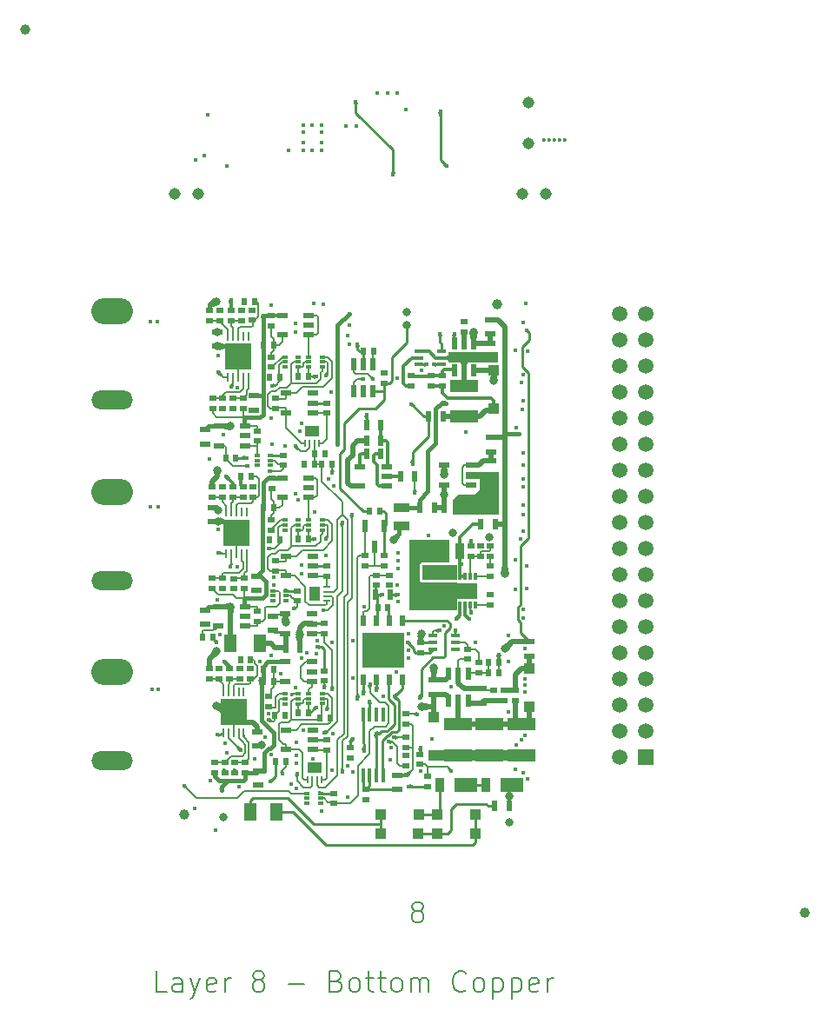
<source format=gbr>
%TF.GenerationSoftware,KiCad,Pcbnew,8.0.2*%
%TF.CreationDate,2024-10-13T20:58:57-05:00*%
%TF.ProjectId,PM1C_Rev_1_2,504d3143-5f52-4657-965f-315f322e6b69,1*%
%TF.SameCoordinates,PX297003ePY8770cd2*%
%TF.FileFunction,Copper,L8,Bot*%
%TF.FilePolarity,Positive*%
%FSLAX46Y46*%
G04 Gerber Fmt 4.6, Leading zero omitted, Abs format (unit mm)*
G04 Created by KiCad (PCBNEW 8.0.2) date 2024-10-13 20:58:57*
%MOMM*%
%LPD*%
G01*
G04 APERTURE LIST*
%TA.AperFunction,Conductor*%
%ADD10C,0.000000*%
%TD*%
%ADD11C,0.200000*%
%TA.AperFunction,NonConductor*%
%ADD12C,0.200000*%
%TD*%
%TA.AperFunction,ComponentPad*%
%ADD13O,4.064000X2.540000*%
%TD*%
%TA.AperFunction,ComponentPad*%
%ADD14O,4.064000X1.828800*%
%TD*%
%TA.AperFunction,SMDPad,CuDef*%
%ADD15C,1.000000*%
%TD*%
%TA.AperFunction,ComponentPad*%
%ADD16R,1.500000X1.500000*%
%TD*%
%TA.AperFunction,ComponentPad*%
%ADD17C,1.500000*%
%TD*%
%TA.AperFunction,ComponentPad*%
%ADD18C,0.800000*%
%TD*%
%TA.AperFunction,SMDPad,CuDef*%
%ADD19R,1.000000X0.600000*%
%TD*%
%TA.AperFunction,SMDPad,CuDef*%
%ADD20R,0.750000X0.500000*%
%TD*%
%TA.AperFunction,SMDPad,CuDef*%
%ADD21R,1.100000X1.100000*%
%TD*%
%TA.AperFunction,SMDPad,CuDef*%
%ADD22R,0.600000X1.000000*%
%TD*%
%TA.AperFunction,SMDPad,CuDef*%
%ADD23R,2.700000X1.150000*%
%TD*%
%TA.AperFunction,SMDPad,CuDef*%
%ADD24R,1.550000X0.950000*%
%TD*%
%TA.AperFunction,SMDPad,CuDef*%
%ADD25R,0.500000X0.750000*%
%TD*%
%TA.AperFunction,SMDPad,CuDef*%
%ADD26R,0.500000X0.300000*%
%TD*%
%TA.AperFunction,SMDPad,CuDef*%
%ADD27R,0.600000X1.250000*%
%TD*%
%TA.AperFunction,SMDPad,CuDef*%
%ADD28R,1.200000X1.800000*%
%TD*%
%TA.AperFunction,SMDPad,CuDef*%
%ADD29R,0.950000X1.550000*%
%TD*%
%TA.AperFunction,SMDPad,CuDef*%
%ADD30R,0.250000X0.850000*%
%TD*%
%TA.AperFunction,SMDPad,CuDef*%
%ADD31R,2.650000X2.650000*%
%TD*%
%TA.AperFunction,SMDPad,CuDef*%
%ADD32R,0.600000X1.300000*%
%TD*%
%TA.AperFunction,SMDPad,CuDef*%
%ADD33R,0.250000X0.700000*%
%TD*%
%TA.AperFunction,SMDPad,CuDef*%
%ADD34R,1.350000X1.000000*%
%TD*%
%TA.AperFunction,SMDPad,CuDef*%
%ADD35R,0.300000X0.675000*%
%TD*%
%TA.AperFunction,SMDPad,CuDef*%
%ADD36R,2.400000X1.650000*%
%TD*%
%TA.AperFunction,SMDPad,CuDef*%
%ADD37R,0.850000X0.350000*%
%TD*%
%TA.AperFunction,SMDPad,CuDef*%
%ADD38R,2.200000X1.400000*%
%TD*%
%TA.AperFunction,SMDPad,CuDef*%
%ADD39R,0.900000X1.400000*%
%TD*%
%TA.AperFunction,SMDPad,CuDef*%
%ADD40R,1.270000X1.778000*%
%TD*%
%TA.AperFunction,ComponentPad*%
%ADD41C,1.143000*%
%TD*%
%TA.AperFunction,ComponentPad*%
%ADD42C,1.141748*%
%TD*%
%TA.AperFunction,SMDPad,CuDef*%
%ADD43R,0.500000X1.100000*%
%TD*%
%TA.AperFunction,SMDPad,CuDef*%
%ADD44R,4.100000X3.500000*%
%TD*%
%TA.AperFunction,SMDPad,CuDef*%
%ADD45R,0.700000X0.250000*%
%TD*%
%TA.AperFunction,SMDPad,CuDef*%
%ADD46R,1.000000X1.350000*%
%TD*%
%TA.AperFunction,SMDPad,CuDef*%
%ADD47R,0.450000X1.450000*%
%TD*%
%TA.AperFunction,ViaPad*%
%ADD48C,0.450000*%
%TD*%
%TA.AperFunction,ViaPad*%
%ADD49C,0.800000*%
%TD*%
%TA.AperFunction,ViaPad*%
%ADD50C,0.360000*%
%TD*%
%TA.AperFunction,Conductor*%
%ADD51C,0.200000*%
%TD*%
%TA.AperFunction,Conductor*%
%ADD52C,0.254000*%
%TD*%
%TA.AperFunction,Conductor*%
%ADD53C,0.400000*%
%TD*%
%TA.AperFunction,Conductor*%
%ADD54C,0.150000*%
%TD*%
%TA.AperFunction,Conductor*%
%ADD55C,0.160000*%
%TD*%
%TA.AperFunction,Conductor*%
%ADD56C,0.500000*%
%TD*%
%TA.AperFunction,Conductor*%
%ADD57C,0.300000*%
%TD*%
%TA.AperFunction,Conductor*%
%ADD58C,0.250000*%
%TD*%
%TA.AperFunction,Conductor*%
%ADD59C,0.450000*%
%TD*%
%TA.AperFunction,Conductor*%
%ADD60C,0.350000*%
%TD*%
%TA.AperFunction,Conductor*%
%ADD61C,0.320000*%
%TD*%
%TA.AperFunction,Conductor*%
%ADD62C,1.000000*%
%TD*%
G04 APERTURE END LIST*
D10*
%TA.AperFunction,Conductor*%
%TO.N,Net-(U16-VOUT)*%
G36*
X46083200Y36420350D02*
G01*
X42708200Y36420350D01*
X42708200Y37840350D01*
X46083200Y37840350D01*
X46083200Y36420350D01*
G37*
%TD.AperFunction*%
%TA.AperFunction,Conductor*%
%TO.N,GND*%
G36*
X45333200Y38090350D02*
G01*
X42608200Y38090350D01*
X42458200Y37940350D01*
X42458200Y36340350D01*
X42608200Y36190350D01*
X45658200Y36190350D01*
X46083200Y36165350D01*
X46083200Y33465350D01*
X41458200Y33465350D01*
X41458200Y40340350D01*
X45333200Y40340350D01*
X45333200Y38090350D01*
G37*
%TD.AperFunction*%
%TA.AperFunction,Conductor*%
G36*
X50152200Y42762140D02*
G01*
X45652200Y42762140D01*
X45652200Y44206880D01*
X46207450Y44762140D01*
X47815110Y44762140D01*
X48315110Y45262140D01*
X48315110Y46248050D01*
X48329200Y46262140D01*
X46952200Y46262140D01*
X46952200Y46962140D01*
X50152200Y46962140D01*
X50152200Y42762140D01*
G37*
%TD.AperFunction*%
%TA.AperFunction,Conductor*%
G36*
X50052200Y57615350D02*
G01*
X45306480Y57615350D01*
X45302200Y57619630D01*
X45302200Y58640350D01*
X50052200Y58640350D01*
X50052200Y57615350D01*
G37*
%TD.AperFunction*%
D11*
D12*
X17793600Y-3697015D02*
X16841219Y-3697015D01*
X16841219Y-3697015D02*
X16841219Y-1697015D01*
X19317410Y-3697015D02*
X19317410Y-2649396D01*
X19317410Y-2649396D02*
X19222172Y-2458919D01*
X19222172Y-2458919D02*
X19031696Y-2363681D01*
X19031696Y-2363681D02*
X18650743Y-2363681D01*
X18650743Y-2363681D02*
X18460267Y-2458919D01*
X19317410Y-3601777D02*
X19126934Y-3697015D01*
X19126934Y-3697015D02*
X18650743Y-3697015D01*
X18650743Y-3697015D02*
X18460267Y-3601777D01*
X18460267Y-3601777D02*
X18365029Y-3411300D01*
X18365029Y-3411300D02*
X18365029Y-3220824D01*
X18365029Y-3220824D02*
X18460267Y-3030348D01*
X18460267Y-3030348D02*
X18650743Y-2935110D01*
X18650743Y-2935110D02*
X19126934Y-2935110D01*
X19126934Y-2935110D02*
X19317410Y-2839872D01*
X20079315Y-2363681D02*
X20555505Y-3697015D01*
X21031696Y-2363681D02*
X20555505Y-3697015D01*
X20555505Y-3697015D02*
X20365029Y-4173205D01*
X20365029Y-4173205D02*
X20269791Y-4268443D01*
X20269791Y-4268443D02*
X20079315Y-4363681D01*
X22555506Y-3601777D02*
X22365030Y-3697015D01*
X22365030Y-3697015D02*
X21984077Y-3697015D01*
X21984077Y-3697015D02*
X21793601Y-3601777D01*
X21793601Y-3601777D02*
X21698363Y-3411300D01*
X21698363Y-3411300D02*
X21698363Y-2649396D01*
X21698363Y-2649396D02*
X21793601Y-2458919D01*
X21793601Y-2458919D02*
X21984077Y-2363681D01*
X21984077Y-2363681D02*
X22365030Y-2363681D01*
X22365030Y-2363681D02*
X22555506Y-2458919D01*
X22555506Y-2458919D02*
X22650744Y-2649396D01*
X22650744Y-2649396D02*
X22650744Y-2839872D01*
X22650744Y-2839872D02*
X21698363Y-3030348D01*
X23507887Y-3697015D02*
X23507887Y-2363681D01*
X23507887Y-2744634D02*
X23603125Y-2554157D01*
X23603125Y-2554157D02*
X23698363Y-2458919D01*
X23698363Y-2458919D02*
X23888839Y-2363681D01*
X23888839Y-2363681D02*
X24079316Y-2363681D01*
X26555506Y-2554157D02*
X26365030Y-2458919D01*
X26365030Y-2458919D02*
X26269792Y-2363681D01*
X26269792Y-2363681D02*
X26174554Y-2173205D01*
X26174554Y-2173205D02*
X26174554Y-2077967D01*
X26174554Y-2077967D02*
X26269792Y-1887491D01*
X26269792Y-1887491D02*
X26365030Y-1792253D01*
X26365030Y-1792253D02*
X26555506Y-1697015D01*
X26555506Y-1697015D02*
X26936459Y-1697015D01*
X26936459Y-1697015D02*
X27126935Y-1792253D01*
X27126935Y-1792253D02*
X27222173Y-1887491D01*
X27222173Y-1887491D02*
X27317411Y-2077967D01*
X27317411Y-2077967D02*
X27317411Y-2173205D01*
X27317411Y-2173205D02*
X27222173Y-2363681D01*
X27222173Y-2363681D02*
X27126935Y-2458919D01*
X27126935Y-2458919D02*
X26936459Y-2554157D01*
X26936459Y-2554157D02*
X26555506Y-2554157D01*
X26555506Y-2554157D02*
X26365030Y-2649396D01*
X26365030Y-2649396D02*
X26269792Y-2744634D01*
X26269792Y-2744634D02*
X26174554Y-2935110D01*
X26174554Y-2935110D02*
X26174554Y-3316062D01*
X26174554Y-3316062D02*
X26269792Y-3506538D01*
X26269792Y-3506538D02*
X26365030Y-3601777D01*
X26365030Y-3601777D02*
X26555506Y-3697015D01*
X26555506Y-3697015D02*
X26936459Y-3697015D01*
X26936459Y-3697015D02*
X27126935Y-3601777D01*
X27126935Y-3601777D02*
X27222173Y-3506538D01*
X27222173Y-3506538D02*
X27317411Y-3316062D01*
X27317411Y-3316062D02*
X27317411Y-2935110D01*
X27317411Y-2935110D02*
X27222173Y-2744634D01*
X27222173Y-2744634D02*
X27126935Y-2649396D01*
X27126935Y-2649396D02*
X26936459Y-2554157D01*
X29698364Y-2935110D02*
X31222174Y-2935110D01*
X34365031Y-2649396D02*
X34650745Y-2744634D01*
X34650745Y-2744634D02*
X34745983Y-2839872D01*
X34745983Y-2839872D02*
X34841221Y-3030348D01*
X34841221Y-3030348D02*
X34841221Y-3316062D01*
X34841221Y-3316062D02*
X34745983Y-3506538D01*
X34745983Y-3506538D02*
X34650745Y-3601777D01*
X34650745Y-3601777D02*
X34460269Y-3697015D01*
X34460269Y-3697015D02*
X33698364Y-3697015D01*
X33698364Y-3697015D02*
X33698364Y-1697015D01*
X33698364Y-1697015D02*
X34365031Y-1697015D01*
X34365031Y-1697015D02*
X34555507Y-1792253D01*
X34555507Y-1792253D02*
X34650745Y-1887491D01*
X34650745Y-1887491D02*
X34745983Y-2077967D01*
X34745983Y-2077967D02*
X34745983Y-2268443D01*
X34745983Y-2268443D02*
X34650745Y-2458919D01*
X34650745Y-2458919D02*
X34555507Y-2554157D01*
X34555507Y-2554157D02*
X34365031Y-2649396D01*
X34365031Y-2649396D02*
X33698364Y-2649396D01*
X35984078Y-3697015D02*
X35793602Y-3601777D01*
X35793602Y-3601777D02*
X35698364Y-3506538D01*
X35698364Y-3506538D02*
X35603126Y-3316062D01*
X35603126Y-3316062D02*
X35603126Y-2744634D01*
X35603126Y-2744634D02*
X35698364Y-2554157D01*
X35698364Y-2554157D02*
X35793602Y-2458919D01*
X35793602Y-2458919D02*
X35984078Y-2363681D01*
X35984078Y-2363681D02*
X36269793Y-2363681D01*
X36269793Y-2363681D02*
X36460269Y-2458919D01*
X36460269Y-2458919D02*
X36555507Y-2554157D01*
X36555507Y-2554157D02*
X36650745Y-2744634D01*
X36650745Y-2744634D02*
X36650745Y-3316062D01*
X36650745Y-3316062D02*
X36555507Y-3506538D01*
X36555507Y-3506538D02*
X36460269Y-3601777D01*
X36460269Y-3601777D02*
X36269793Y-3697015D01*
X36269793Y-3697015D02*
X35984078Y-3697015D01*
X37222174Y-2363681D02*
X37984078Y-2363681D01*
X37507888Y-1697015D02*
X37507888Y-3411300D01*
X37507888Y-3411300D02*
X37603126Y-3601777D01*
X37603126Y-3601777D02*
X37793602Y-3697015D01*
X37793602Y-3697015D02*
X37984078Y-3697015D01*
X38365031Y-2363681D02*
X39126935Y-2363681D01*
X38650745Y-1697015D02*
X38650745Y-3411300D01*
X38650745Y-3411300D02*
X38745983Y-3601777D01*
X38745983Y-3601777D02*
X38936459Y-3697015D01*
X38936459Y-3697015D02*
X39126935Y-3697015D01*
X40079316Y-3697015D02*
X39888840Y-3601777D01*
X39888840Y-3601777D02*
X39793602Y-3506538D01*
X39793602Y-3506538D02*
X39698364Y-3316062D01*
X39698364Y-3316062D02*
X39698364Y-2744634D01*
X39698364Y-2744634D02*
X39793602Y-2554157D01*
X39793602Y-2554157D02*
X39888840Y-2458919D01*
X39888840Y-2458919D02*
X40079316Y-2363681D01*
X40079316Y-2363681D02*
X40365031Y-2363681D01*
X40365031Y-2363681D02*
X40555507Y-2458919D01*
X40555507Y-2458919D02*
X40650745Y-2554157D01*
X40650745Y-2554157D02*
X40745983Y-2744634D01*
X40745983Y-2744634D02*
X40745983Y-3316062D01*
X40745983Y-3316062D02*
X40650745Y-3506538D01*
X40650745Y-3506538D02*
X40555507Y-3601777D01*
X40555507Y-3601777D02*
X40365031Y-3697015D01*
X40365031Y-3697015D02*
X40079316Y-3697015D01*
X41603126Y-3697015D02*
X41603126Y-2363681D01*
X41603126Y-2554157D02*
X41698364Y-2458919D01*
X41698364Y-2458919D02*
X41888840Y-2363681D01*
X41888840Y-2363681D02*
X42174555Y-2363681D01*
X42174555Y-2363681D02*
X42365031Y-2458919D01*
X42365031Y-2458919D02*
X42460269Y-2649396D01*
X42460269Y-2649396D02*
X42460269Y-3697015D01*
X42460269Y-2649396D02*
X42555507Y-2458919D01*
X42555507Y-2458919D02*
X42745983Y-2363681D01*
X42745983Y-2363681D02*
X43031697Y-2363681D01*
X43031697Y-2363681D02*
X43222174Y-2458919D01*
X43222174Y-2458919D02*
X43317412Y-2649396D01*
X43317412Y-2649396D02*
X43317412Y-3697015D01*
X46936460Y-3506538D02*
X46841222Y-3601777D01*
X46841222Y-3601777D02*
X46555508Y-3697015D01*
X46555508Y-3697015D02*
X46365032Y-3697015D01*
X46365032Y-3697015D02*
X46079317Y-3601777D01*
X46079317Y-3601777D02*
X45888841Y-3411300D01*
X45888841Y-3411300D02*
X45793603Y-3220824D01*
X45793603Y-3220824D02*
X45698365Y-2839872D01*
X45698365Y-2839872D02*
X45698365Y-2554157D01*
X45698365Y-2554157D02*
X45793603Y-2173205D01*
X45793603Y-2173205D02*
X45888841Y-1982729D01*
X45888841Y-1982729D02*
X46079317Y-1792253D01*
X46079317Y-1792253D02*
X46365032Y-1697015D01*
X46365032Y-1697015D02*
X46555508Y-1697015D01*
X46555508Y-1697015D02*
X46841222Y-1792253D01*
X46841222Y-1792253D02*
X46936460Y-1887491D01*
X48079317Y-3697015D02*
X47888841Y-3601777D01*
X47888841Y-3601777D02*
X47793603Y-3506538D01*
X47793603Y-3506538D02*
X47698365Y-3316062D01*
X47698365Y-3316062D02*
X47698365Y-2744634D01*
X47698365Y-2744634D02*
X47793603Y-2554157D01*
X47793603Y-2554157D02*
X47888841Y-2458919D01*
X47888841Y-2458919D02*
X48079317Y-2363681D01*
X48079317Y-2363681D02*
X48365032Y-2363681D01*
X48365032Y-2363681D02*
X48555508Y-2458919D01*
X48555508Y-2458919D02*
X48650746Y-2554157D01*
X48650746Y-2554157D02*
X48745984Y-2744634D01*
X48745984Y-2744634D02*
X48745984Y-3316062D01*
X48745984Y-3316062D02*
X48650746Y-3506538D01*
X48650746Y-3506538D02*
X48555508Y-3601777D01*
X48555508Y-3601777D02*
X48365032Y-3697015D01*
X48365032Y-3697015D02*
X48079317Y-3697015D01*
X49603127Y-2363681D02*
X49603127Y-4363681D01*
X49603127Y-2458919D02*
X49793603Y-2363681D01*
X49793603Y-2363681D02*
X50174556Y-2363681D01*
X50174556Y-2363681D02*
X50365032Y-2458919D01*
X50365032Y-2458919D02*
X50460270Y-2554157D01*
X50460270Y-2554157D02*
X50555508Y-2744634D01*
X50555508Y-2744634D02*
X50555508Y-3316062D01*
X50555508Y-3316062D02*
X50460270Y-3506538D01*
X50460270Y-3506538D02*
X50365032Y-3601777D01*
X50365032Y-3601777D02*
X50174556Y-3697015D01*
X50174556Y-3697015D02*
X49793603Y-3697015D01*
X49793603Y-3697015D02*
X49603127Y-3601777D01*
X51412651Y-2363681D02*
X51412651Y-4363681D01*
X51412651Y-2458919D02*
X51603127Y-2363681D01*
X51603127Y-2363681D02*
X51984080Y-2363681D01*
X51984080Y-2363681D02*
X52174556Y-2458919D01*
X52174556Y-2458919D02*
X52269794Y-2554157D01*
X52269794Y-2554157D02*
X52365032Y-2744634D01*
X52365032Y-2744634D02*
X52365032Y-3316062D01*
X52365032Y-3316062D02*
X52269794Y-3506538D01*
X52269794Y-3506538D02*
X52174556Y-3601777D01*
X52174556Y-3601777D02*
X51984080Y-3697015D01*
X51984080Y-3697015D02*
X51603127Y-3697015D01*
X51603127Y-3697015D02*
X51412651Y-3601777D01*
X53984080Y-3601777D02*
X53793604Y-3697015D01*
X53793604Y-3697015D02*
X53412651Y-3697015D01*
X53412651Y-3697015D02*
X53222175Y-3601777D01*
X53222175Y-3601777D02*
X53126937Y-3411300D01*
X53126937Y-3411300D02*
X53126937Y-2649396D01*
X53126937Y-2649396D02*
X53222175Y-2458919D01*
X53222175Y-2458919D02*
X53412651Y-2363681D01*
X53412651Y-2363681D02*
X53793604Y-2363681D01*
X53793604Y-2363681D02*
X53984080Y-2458919D01*
X53984080Y-2458919D02*
X54079318Y-2649396D01*
X54079318Y-2649396D02*
X54079318Y-2839872D01*
X54079318Y-2839872D02*
X53126937Y-3030348D01*
X54936461Y-3697015D02*
X54936461Y-2363681D01*
X54936461Y-2744634D02*
X55031699Y-2554157D01*
X55031699Y-2554157D02*
X55126937Y-2458919D01*
X55126937Y-2458919D02*
X55317413Y-2363681D01*
X55317413Y-2363681D02*
X55507890Y-2363681D01*
D11*
D12*
X42078482Y4188020D02*
X41888006Y4283258D01*
X41888006Y4283258D02*
X41792768Y4378496D01*
X41792768Y4378496D02*
X41697530Y4568972D01*
X41697530Y4568972D02*
X41697530Y4664210D01*
X41697530Y4664210D02*
X41792768Y4854686D01*
X41792768Y4854686D02*
X41888006Y4949924D01*
X41888006Y4949924D02*
X42078482Y5045162D01*
X42078482Y5045162D02*
X42459435Y5045162D01*
X42459435Y5045162D02*
X42649911Y4949924D01*
X42649911Y4949924D02*
X42745149Y4854686D01*
X42745149Y4854686D02*
X42840387Y4664210D01*
X42840387Y4664210D02*
X42840387Y4568972D01*
X42840387Y4568972D02*
X42745149Y4378496D01*
X42745149Y4378496D02*
X42649911Y4283258D01*
X42649911Y4283258D02*
X42459435Y4188020D01*
X42459435Y4188020D02*
X42078482Y4188020D01*
X42078482Y4188020D02*
X41888006Y4092781D01*
X41888006Y4092781D02*
X41792768Y3997543D01*
X41792768Y3997543D02*
X41697530Y3807067D01*
X41697530Y3807067D02*
X41697530Y3426115D01*
X41697530Y3426115D02*
X41792768Y3235639D01*
X41792768Y3235639D02*
X41888006Y3140400D01*
X41888006Y3140400D02*
X42078482Y3045162D01*
X42078482Y3045162D02*
X42459435Y3045162D01*
X42459435Y3045162D02*
X42649911Y3140400D01*
X42649911Y3140400D02*
X42745149Y3235639D01*
X42745149Y3235639D02*
X42840387Y3426115D01*
X42840387Y3426115D02*
X42840387Y3807067D01*
X42840387Y3807067D02*
X42745149Y3997543D01*
X42745149Y3997543D02*
X42649911Y4092781D01*
X42649911Y4092781D02*
X42459435Y4188020D01*
%TD*%
D13*
%TO.P,BAT2,1,+*%
%TO.N,Net-(BAT2-+)*%
X12528200Y45005150D03*
D14*
%TO.P,BAT2,2,-*%
%TO.N,Net-(BAT2--)*%
X12528200Y36362750D03*
%TD*%
D15*
%TO.P,REF\u002A\u002A,1*%
%TO.N,N/C*%
X3999570Y89999794D03*
%TD*%
D13*
%TO.P,BAT1,1,+*%
%TO.N,Net-(BAT1-+)*%
X12511180Y62601390D03*
D14*
%TO.P,BAT1,2,-*%
%TO.N,Net-(BAT1--)*%
X12511180Y53958990D03*
%TD*%
D16*
%TO.P,H1,1,1*%
%TO.N,/Test Points/RXCAN*%
X64517200Y19142830D03*
D17*
%TO.P,H1,2,2*%
%TO.N,3V3*%
X61977200Y19142830D03*
%TO.P,H1,3,3*%
%TO.N,/Test Points/TXCAN*%
X64517200Y21682830D03*
%TO.P,H1,4,4*%
%TO.N,GND*%
X61977200Y21682830D03*
%TO.P,H1,5,5*%
%TO.N,/Test Points/SCK0*%
X64517200Y24222830D03*
%TO.P,H1,6,6*%
%TO.N,TCK_CPLD*%
X61977200Y24222830D03*
%TO.P,H1,7,7*%
%TO.N,/Test Points/MOSI0*%
X64517200Y26762830D03*
%TO.P,H1,8,8*%
%TO.N,TDO_CPLD*%
X61977200Y26762830D03*
%TO.P,H1,9,9*%
%TO.N,/Test Points/MISO0*%
X64517200Y29302830D03*
%TO.P,H1,10,10*%
%TO.N,TDI_CPLD*%
X61977200Y29302830D03*
%TO.P,H1,11,11*%
%TO.N,/Test Points/SCK1*%
X64517200Y31842830D03*
%TO.P,H1,12,12*%
%TO.N,TMS_CPLD*%
X61977200Y31842830D03*
%TO.P,H1,13,13*%
%TO.N,/Test Points/MOSI1*%
X64517200Y34382830D03*
%TO.P,H1,14,14*%
%TO.N,/Test Points/TXD0*%
X61977200Y34382830D03*
%TO.P,H1,15,15*%
%TO.N,/Test Points/MISO1*%
X64517200Y36922830D03*
%TO.P,H1,16,16*%
%TO.N,/Test Points/RXD0*%
X61977200Y36922830D03*
%TO.P,H1,17,17*%
%TO.N,GND*%
X64517200Y39462830D03*
%TO.P,H1,18,18*%
X61977200Y39462830D03*
%TO.P,H1,19,19*%
%TO.N,/I2C Multiplexing/SCLOCK*%
X64517200Y42002830D03*
%TO.P,H1,20,20*%
%TO.N,nRESET*%
X61977200Y42002830D03*
%TO.P,H1,21,21*%
%TO.N,/I2C Multiplexing/SDATA*%
X64517200Y44542830D03*
%TO.P,H1,22,22*%
%TO.N,nDRESET*%
X61977200Y44542830D03*
%TO.P,H1,23,23*%
%TO.N,VSYS*%
X64517200Y47082830D03*
%TO.P,H1,24,24*%
%TO.N,nBOOT*%
X61977200Y47082830D03*
%TO.P,H1,25,25*%
%TO.N,VSUPPLY*%
X64517200Y49622830D03*
%TO.P,H1,26,26*%
%TO.N,/Microcontroller/nTRST_LPC*%
X61977200Y49622830D03*
%TO.P,H1,27,27*%
%TO.N,VNET*%
X64517200Y52162830D03*
%TO.P,H1,28,28*%
%TO.N,/Microcontroller/TCK_LPC*%
X61977200Y52162830D03*
%TO.P,H1,29,29*%
%TO.N,n3V3*%
X64517200Y54702830D03*
%TO.P,H1,30,30*%
%TO.N,/Microcontroller/TMS_LPC*%
X61977200Y54702830D03*
%TO.P,H1,31,31*%
%TO.N,1V8*%
X64517200Y57242830D03*
%TO.P,H1,32,32*%
%TO.N,/Microcontroller/TDO_LPC*%
X61977200Y57242830D03*
%TO.P,H1,33,33*%
%TO.N,VREC*%
X64517200Y59782830D03*
%TO.P,H1,34,34*%
%TO.N,/Microcontroller/TDI_LPC*%
X61977200Y59782830D03*
%TO.P,H1,35,35*%
%TO.N,GND*%
X64517200Y62322830D03*
%TO.P,H1,36,36*%
%TO.N,/Microcontroller/RTCK_LPC*%
X61977200Y62322830D03*
%TD*%
D13*
%TO.P,BAT3,1,+*%
%TO.N,Net-(BAT3-+)*%
X12528200Y27428350D03*
D14*
%TO.P,BAT3,2,-*%
%TO.N,Net-(BAT3--)*%
X12528200Y18785950D03*
%TD*%
D18*
%TO.P,RV1,1,1*%
%TO.N,Net-(U1-IN+)*%
X41234900Y61265290D03*
%TO.P,RV1,2,2*%
%TO.N,GND*%
X41234900Y62535290D03*
%TD*%
D19*
%TO.P,C46,1,1*%
%TO.N,Net-(U15-\u005CSHDN)*%
X48477200Y24415340D03*
%TO.P,C46,2,2*%
%TO.N,GND*%
X48477200Y25815340D03*
%TD*%
D20*
%TO.P,R91,1,1*%
%TO.N,Net-(BAT3-+)*%
X21952670Y27763424D03*
%TO.P,R91,2,2*%
%TO.N,Net-(U44-BAT)*%
X21952670Y26763424D03*
%TD*%
D19*
%TO.P,R97,1,1*%
%TO.N,Net-(BAT3--)*%
X26664570Y21634794D03*
%TO.P,R97,2,2*%
%TO.N,GND*%
X26664570Y20234794D03*
%TD*%
D21*
%TO.P,D10,1,C*%
%TO.N,Net-(D10-C)*%
X49702200Y53115350D03*
%TO.P,D10,2,A*%
%TO.N,Net-(D10-A)*%
X49702200Y56815350D03*
%TD*%
D22*
%TO.P,R29,1,1*%
%TO.N,/Near-Field Link/VBR*%
X49777200Y14400350D03*
%TO.P,R29,2,2*%
%TO.N,VREC*%
X51177200Y14400350D03*
%TD*%
%TO.P,C52,1,1*%
%TO.N,Net-(U18-Vout)*%
X38677200Y49990350D03*
%TO.P,C52,2,2*%
%TO.N,GND*%
X37277200Y49990350D03*
%TD*%
D20*
%TO.P,C50,1,1*%
%TO.N,Net-(U16-VC)*%
X49304200Y36765350D03*
%TO.P,C50,2,2*%
%TO.N,Net-(C50-Pad2)*%
X49304200Y37765350D03*
%TD*%
%TO.P,R107,1,1*%
%TO.N,3V3*%
X41127200Y22390350D03*
%TO.P,R107,2,2*%
%TO.N,/I2C Multiplexing/SDATA*%
X41127200Y23390350D03*
%TD*%
D19*
%TO.P,C70,1,1*%
%TO.N,/Battery 2 Conditioning/VBT2*%
X26569570Y36779794D03*
%TO.P,C70,2,2*%
%TO.N,GND*%
X26569570Y35379794D03*
%TD*%
D20*
%TO.P,R9,1,1*%
%TO.N,/Thermister & Digital Peripheral System/3V3MEM*%
X38252200Y35890350D03*
%TO.P,R9,2,2*%
%TO.N,/Thermister & Digital Peripheral System/nWPMEM*%
X38252200Y36890350D03*
%TD*%
%TO.P,C73,1,1*%
%TO.N,Net-(U36-RBI)*%
X24329570Y36549794D03*
%TO.P,C73,2,2*%
%TO.N,Net-(BAT2--)*%
X24329570Y35549794D03*
%TD*%
D23*
%TO.P,C42,1,1*%
%TO.N,Net-(D4-C)*%
X52402200Y22340340D03*
%TO.P,C42,2,2*%
%TO.N,GND*%
X52402200Y19340350D03*
%TD*%
D20*
%TO.P,R53,1,1*%
%TO.N,/Battery 1 Conditioning/VBT1*%
X26627200Y50940350D03*
%TO.P,R53,2,2*%
%TO.N,Net-(U22-~{CTL})*%
X26627200Y49940350D03*
%TD*%
D19*
%TO.P,C60,1,1*%
%TO.N,VSYS*%
X21584570Y51074794D03*
%TO.P,C60,2,2*%
%TO.N,GND*%
X21584570Y49674794D03*
%TD*%
D20*
%TO.P,R106,1,1*%
%TO.N,3V3*%
X41127200Y20065350D03*
%TO.P,R106,2,2*%
%TO.N,/I2C Multiplexing/SCLOCK*%
X41127200Y21065350D03*
%TD*%
%TO.P,R59,1,1*%
%TO.N,Net-(BAT1-+)*%
X21984570Y62679794D03*
%TO.P,R59,2,2*%
%TO.N,Net-(U28-BAT)*%
X21984570Y61679794D03*
%TD*%
D24*
%TO.P,C48,1,1*%
%TO.N,Net-(U16-VOUT)*%
X44329200Y37165350D03*
%TO.P,C48,2,2*%
%TO.N,GND*%
X44329200Y35365350D03*
%TD*%
D25*
%TO.P,C45,1,1*%
%TO.N,Net-(D2-A)*%
X50164600Y28389710D03*
%TO.P,C45,2,2*%
%TO.N,Net-(U15-FB)*%
X49164600Y28389710D03*
%TD*%
D20*
%TO.P,C5,1,1*%
%TO.N,Net-(U1-IN+)*%
X39002200Y55565350D03*
%TO.P,C5,2,2*%
%TO.N,GND*%
X39002200Y56565350D03*
%TD*%
D22*
%TO.P,R39,1,1*%
%TO.N,VSUPPLY*%
X49827200Y41815350D03*
%TO.P,R39,2,2*%
%TO.N,Net-(U16-MODE)*%
X48427200Y41815350D03*
%TD*%
D19*
%TO.P,U33,1,IN*%
%TO.N,Net-(U32-D1)*%
X31656480Y46344550D03*
%TO.P,U33,2,GND*%
%TO.N,GND*%
X31656480Y45394550D03*
%TO.P,U33,3,\u005CSHDN*%
%TO.N,Net-(U32-D1)*%
X31656480Y44444550D03*
%TO.P,U33,4,ADJ*%
%TO.N,Net-(U33-ADJ)*%
X29056480Y44444550D03*
%TO.P,U33,5,OUT*%
%TO.N,/Battery 2 Conditioning/VBT2*%
X29056480Y46344550D03*
%TD*%
D26*
%TO.P,U23,1,S1*%
%TO.N,GND*%
X27902200Y48565350D03*
%TO.P,U23,2,G1*%
%TO.N,/Battery 1 Conditioning/nSHDNBT1*%
X27902200Y48065350D03*
%TO.P,U23,3,D2*%
%TO.N,unconnected-(U23-D2-Pad3)*%
X27902200Y47565350D03*
%TO.P,U23,4,S2*%
%TO.N,unconnected-(U23-S2-Pad4)*%
X26602200Y47565350D03*
%TO.P,U23,5,G2*%
%TO.N,unconnected-(U23-G2-Pad5)*%
X26602200Y48065350D03*
%TO.P,U23,6,D1*%
%TO.N,Net-(U22-~{CTL})*%
X26602200Y48565350D03*
%TD*%
D22*
%TO.P,R50,1,1*%
%TO.N,Net-(D10-C)*%
X44727200Y52315350D03*
%TO.P,R50,2,2*%
%TO.N,VNET*%
X43327200Y52315350D03*
%TD*%
D20*
%TO.P,C58,1,1*%
%TO.N,Net-(U20-SS)*%
X46777200Y60565350D03*
%TO.P,C58,2,2*%
%TO.N,GND*%
X46777200Y61565350D03*
%TD*%
%TO.P,R113,1,1*%
%TO.N,3V3*%
X43227200Y17290350D03*
%TO.P,R113,2,2*%
%TO.N,/Microcontroller/TDI_LPC*%
X43227200Y16290350D03*
%TD*%
D19*
%TO.P,R67,1,1*%
%TO.N,Net-(BAT1--)*%
X22719570Y59179794D03*
%TO.P,R67,2,2*%
%TO.N,GND*%
X22719570Y60579794D03*
%TD*%
D20*
%TO.P,R80,1,1*%
%TO.N,Net-(U33-ADJ)*%
X27977200Y42288350D03*
%TO.P,R80,2,2*%
%TO.N,Net-(U37-D2)*%
X27977200Y41288350D03*
%TD*%
%TO.P,C83,1,1*%
%TO.N,Net-(U44-SRP)*%
X25950690Y26763394D03*
%TO.P,C83,2,2*%
%TO.N,Net-(BAT3--)*%
X25950690Y27763394D03*
%TD*%
D27*
%TO.P,U1,1,IN+*%
%TO.N,Net-(U1-IN+)*%
X37927200Y54765340D03*
%TO.P,U1,2,GND*%
%TO.N,GND*%
X36977200Y54765340D03*
%TO.P,U1,3,SCL*%
%TO.N,/I2C Multiplexing/SCLOCK*%
X36027200Y54765340D03*
%TO.P,U1,4,SDA*%
%TO.N,/I2C Multiplexing/SDATA*%
X36027200Y57415340D03*
%TO.P,U1,5,VDD*%
%TO.N,3V3*%
X36977200Y57415340D03*
%TO.P,U1,6,IN-*%
%TO.N,GND*%
X37927200Y57415340D03*
%TD*%
D20*
%TO.P,C71,1,1*%
%TO.N,Net-(U33-ADJ)*%
X28034570Y45344794D03*
%TO.P,C71,2,2*%
%TO.N,/Battery 2 Conditioning/VBT2*%
X28034570Y46344794D03*
%TD*%
D19*
%TO.P,U30,1,IN*%
%TO.N,/Battery 2 Conditioning/VBT2*%
X25464570Y33813230D03*
%TO.P,U30,2,GND*%
%TO.N,GND*%
X25464570Y32863230D03*
%TO.P,U30,3,~{CTL}*%
%TO.N,Net-(U30-~{CTL})*%
X25464570Y31913230D03*
%TO.P,U30,4,STAT*%
%TO.N,/Battery 2 Conditioning/DISCHG2*%
X22864570Y31913230D03*
%TO.P,U30,5,OUT*%
%TO.N,VSYS*%
X22864570Y33813230D03*
%TD*%
D22*
%TO.P,R11,1,1*%
%TO.N,3V3*%
X39577210Y34957030D03*
%TO.P,R11,2,2*%
%TO.N,/Thermister & Digital Peripheral System/3V3MEM*%
X38177210Y34957030D03*
%TD*%
D20*
%TO.P,R60,1,1*%
%TO.N,Net-(U26-Iout)*%
X33377200Y52640600D03*
%TO.P,R60,2,2*%
%TO.N,GND*%
X33377200Y53640600D03*
%TD*%
D25*
%TO.P,C3,1,1*%
%TO.N,/Thermister & Digital Peripheral System/3V3MEM*%
X38377210Y33757030D03*
%TO.P,C3,2,2*%
%TO.N,GND*%
X39377210Y33757030D03*
%TD*%
D19*
%TO.P,C61,1,1*%
%TO.N,/Battery 1 Conditioning/VBT1*%
X26327300Y54340600D03*
%TO.P,C61,2,2*%
%TO.N,GND*%
X26327300Y52940600D03*
%TD*%
D28*
%TO.P,F1,1,1*%
%TO.N,VSYS*%
X24052200Y30215350D03*
%TO.P,F1,2,2*%
%TO.N,Net-(U17-VIN)*%
X26852200Y30215350D03*
%TD*%
D20*
%TO.P,R70,1,1*%
%TO.N,/Battery 2 Conditioning/VBT2*%
X26627200Y33363350D03*
%TO.P,R70,2,2*%
%TO.N,Net-(U30-~{CTL})*%
X26627200Y32363350D03*
%TD*%
%TO.P,R35,1,1*%
%TO.N,Net-(U15-\u005CSHDN)*%
X49627200Y24640350D03*
%TO.P,R35,2,2*%
%TO.N,GND*%
X49627200Y25640350D03*
%TD*%
%TO.P,R74,1,1*%
%TO.N,/Battery 2 Conditioning/nSHDNBT2*%
X30552200Y34365350D03*
%TO.P,R74,2,2*%
%TO.N,GND*%
X30552200Y35365350D03*
%TD*%
%TO.P,C62,1,1*%
%TO.N,Net-(U25-ADJ)*%
X27977200Y61190350D03*
%TO.P,C62,2,2*%
%TO.N,/Battery 1 Conditioning/VBT1*%
X27977200Y62190350D03*
%TD*%
D23*
%TO.P,C56,1,1*%
%TO.N,Net-(D10-C)*%
X46777200Y52315360D03*
%TO.P,C56,2,2*%
%TO.N,GND*%
X46777200Y55315350D03*
%TD*%
D20*
%TO.P,R12,1,1*%
%TO.N,/Thermister & Digital Peripheral System/nWPMEM*%
X39527200Y36890350D03*
%TO.P,R12,2,2*%
%TO.N,GND*%
X39527200Y35890350D03*
%TD*%
%TO.P,R79,1,1*%
%TO.N,/Battery 2 Conditioning/VBT2*%
X25389570Y35559794D03*
%TO.P,R79,2,2*%
%TO.N,Net-(U36-RBI)*%
X25389570Y36559794D03*
%TD*%
%TO.P,R52,1,1*%
%TO.N,Net-(U20-FB)*%
X41650390Y56340350D03*
%TO.P,R52,2,2*%
%TO.N,Net-(U21-W)*%
X41650390Y55340350D03*
%TD*%
%TO.P,R95,1,1*%
%TO.N,Net-(U41-ADJ)*%
X27750000Y25070000D03*
%TO.P,R95,2,2*%
%TO.N,Net-(U45-D2)*%
X27750000Y24070000D03*
%TD*%
D23*
%TO.P,C41,1,1*%
%TO.N,Net-(D4-C)*%
X46202200Y22365340D03*
%TO.P,C41,2,2*%
%TO.N,GND*%
X46202200Y19365350D03*
%TD*%
D25*
%TO.P,R88,1,1*%
%TO.N,Net-(U40-D2)*%
X32719570Y22994794D03*
%TO.P,R88,2,2*%
%TO.N,Net-(U40-S1)*%
X33719570Y22994794D03*
%TD*%
D21*
%TO.P,D6,1,C*%
%TO.N,Net-(D6-C)*%
X43852200Y23065340D03*
%TO.P,D6,2,A*%
%TO.N,GND*%
X43852200Y19365340D03*
%TD*%
D29*
%TO.P,C47,1,1*%
%TO.N,Net-(U16-MODE)*%
X46379200Y39215350D03*
%TO.P,C47,2,2*%
%TO.N,GND*%
X44579200Y39215350D03*
%TD*%
D19*
%TO.P,R31,1,1*%
%TO.N,VREC*%
X53152200Y30390350D03*
%TO.P,R31,2,2*%
%TO.N,Net-(D4-A)*%
X53152200Y28990350D03*
%TD*%
D30*
%TO.P,U44,1,RBI*%
%TO.N,Net-(U44-RBI)*%
X25317220Y21524794D03*
%TO.P,U44,2,VCC*%
%TO.N,Net-(U44-VCC)*%
X24817220Y21524794D03*
%TO.P,U44,3,VSS*%
%TO.N,Net-(BAT3--)*%
X24317220Y21524794D03*
%TO.P,U44,4,SCL*%
%TO.N,/Battery 3 Conditioning/SCLOCK3*%
X23817220Y21524794D03*
%TO.P,U44,5,SDA*%
%TO.N,/Battery 3 Conditioning/SDATA3*%
X23317220Y21524794D03*
%TO.P,U44,6,BAT*%
%TO.N,Net-(U44-BAT)*%
X23317220Y25524794D03*
%TO.P,U44,7,SRN*%
%TO.N,Net-(U44-SRN)*%
X23817220Y25524794D03*
%TO.P,U44,8,SRP*%
%TO.N,Net-(U44-SRP)*%
X24317220Y25524794D03*
%TO.P,U44,9,GPIO*%
%TO.N,unconnected-(U44-GPIO-Pad9)*%
X24817220Y25524794D03*
%TO.P,U44,10,PGM*%
%TO.N,unconnected-(U44-PGM-Pad10)*%
X25317220Y25524794D03*
D31*
%TO.P,U44,11,GND*%
%TO.N,Net-(BAT3--)*%
X24317220Y23524794D03*
%TD*%
D26*
%TO.P,U24,1,S1*%
%TO.N,Net-(U24-S1)*%
X32963280Y58140350D03*
%TO.P,U24,2,G1*%
%TO.N,Net-(U24-G1)*%
X32963280Y57640350D03*
%TO.P,U24,3,D2*%
%TO.N,Net-(U24-D2)*%
X32963280Y57140350D03*
%TO.P,U24,4,S2*%
%TO.N,VSYS*%
X31663280Y57140350D03*
%TO.P,U24,5,G2*%
%TO.N,Net-(U24-G2)*%
X31663280Y57640350D03*
%TO.P,U24,6,D1*%
%TO.N,Net-(U24-D1)*%
X31663280Y58140350D03*
%TD*%
D20*
%TO.P,R41,1,1*%
%TO.N,Net-(C50-Pad2)*%
X49304200Y38690350D03*
%TO.P,R41,2,2*%
%TO.N,Net-(U16-FB)*%
X49304200Y39690350D03*
%TD*%
D25*
%TO.P,C67,1,1*%
%TO.N,Net-(U28-SRP)*%
X26349570Y63514794D03*
%TO.P,C67,2,2*%
%TO.N,Net-(BAT1--)*%
X25349570Y63514794D03*
%TD*%
%TO.P,R87,1,1*%
%TO.N,VSYS*%
X31652200Y23465350D03*
%TO.P,R87,2,2*%
%TO.N,Net-(U40-G2)*%
X30652200Y23465350D03*
%TD*%
%TO.P,R34,1,1*%
%TO.N,Net-(D2-A)*%
X50164600Y27364700D03*
%TO.P,R34,2,2*%
%TO.N,Net-(U15-FB)*%
X49164600Y27364700D03*
%TD*%
D32*
%TO.P,U2,1,IN*%
%TO.N,/Microcontroller/THRM*%
X37127200Y41655350D03*
%TO.P,U2,2,OUT*%
%TO.N,Net-(U2-OUT)*%
X39027200Y41655350D03*
%TO.P,U2,3,GND*%
%TO.N,GND*%
X38077200Y39625350D03*
%TD*%
D20*
%TO.P,R30,1,1*%
%TO.N,Net-(D4-A)*%
X51752200Y25640340D03*
%TO.P,R30,2,2*%
%TO.N,Net-(D4-C)*%
X51752200Y24640340D03*
%TD*%
D33*
%TO.P,U27,1,+IN*%
%TO.N,Net-(U26-Iout)*%
X32652200Y49727000D03*
%TO.P,U27,2,-IN*%
%TO.N,/Battery 1 Conditioning/CCBT*%
X32202200Y49727000D03*
%TO.P,U27,3,OUT_A*%
%TO.N,Net-(U24-G1)*%
X31752200Y49727000D03*
%TO.P,U27,4,V+*%
%TO.N,Net-(U24-D2)*%
X31302200Y49727000D03*
D34*
%TO.P,U27,5,V-*%
%TO.N,GND*%
X31977200Y50877000D03*
%TD*%
D25*
%TO.P,C66,1,1*%
%TO.N,/Battery 1 Conditioning/CCBT*%
X32202200Y48727920D03*
%TO.P,C66,2,2*%
%TO.N,GND*%
X33202200Y48727920D03*
%TD*%
D20*
%TO.P,R56,1,1*%
%TO.N,Net-(U24-D2)*%
X28377200Y53140350D03*
%TO.P,R56,2,2*%
%TO.N,Net-(U24-S1)*%
X28377200Y54140350D03*
%TD*%
D21*
%TO.P,D9,1,C*%
%TO.N,Net-(D3-A)*%
X47852200Y13600350D03*
%TO.P,D9,2,A*%
%TO.N,GND*%
X44152200Y13600350D03*
%TD*%
D30*
%TO.P,U36,1,RBI*%
%TO.N,Net-(U36-RBI)*%
X25625350Y39004794D03*
%TO.P,U36,2,VCC*%
%TO.N,Net-(U36-VCC)*%
X25125350Y39004794D03*
%TO.P,U36,3,VSS*%
%TO.N,Net-(BAT2--)*%
X24625350Y39004794D03*
%TO.P,U36,4,SCL*%
%TO.N,/Battery 2 Conditioning/SCLOCK2*%
X24125350Y39004794D03*
%TO.P,U36,5,SDA*%
%TO.N,/Battery 2 Conditioning/SDATA2*%
X23625350Y39004794D03*
%TO.P,U36,6,BAT*%
%TO.N,Net-(U36-BAT)*%
X23625350Y43004794D03*
%TO.P,U36,7,SRN*%
%TO.N,Net-(U36-SRN)*%
X24125350Y43004794D03*
%TO.P,U36,8,SRP*%
%TO.N,Net-(U36-SRP)*%
X24625350Y43004794D03*
%TO.P,U36,9,GPIO*%
%TO.N,unconnected-(U36-GPIO-Pad9)*%
X25125350Y43004794D03*
%TO.P,U36,10,PGM*%
%TO.N,unconnected-(U36-PGM-Pad10)*%
X25625350Y43004794D03*
D31*
%TO.P,U36,11,GND*%
%TO.N,Net-(BAT2--)*%
X24625350Y41004794D03*
%TD*%
D20*
%TO.P,C102,1,1*%
%TO.N,VSYS*%
X42544600Y29339700D03*
%TO.P,C102,2,2*%
%TO.N,GND*%
X42544600Y30339700D03*
%TD*%
D25*
%TO.P,R90,1,1*%
%TO.N,/Battery 3 Conditioning/VBT3*%
X27227200Y26536350D03*
%TO.P,R90,2,2*%
%TO.N,Net-(U41-ADJ)*%
X28227200Y26536350D03*
%TD*%
D19*
%TO.P,U25,1,IN*%
%TO.N,Net-(U24-D1)*%
X31656480Y62196550D03*
%TO.P,U25,2,GND*%
%TO.N,GND*%
X31656480Y61246550D03*
%TO.P,U25,3,\u005CSHDN*%
%TO.N,Net-(U24-D1)*%
X31656480Y60296550D03*
%TO.P,U25,4,ADJ*%
%TO.N,Net-(U25-ADJ)*%
X29056480Y60296550D03*
%TO.P,U25,5,OUT*%
%TO.N,/Battery 1 Conditioning/VBT1*%
X29056480Y62196550D03*
%TD*%
D35*
%TO.P,U16,1,RT*%
%TO.N,Net-(U16-RT)*%
X47883200Y33965350D03*
%TO.P,U16,2,MODE*%
%TO.N,Net-(U16-MODE)*%
X47383200Y33965350D03*
%TO.P,U16,3,SW1*%
%TO.N,Net-(U16-SW1)*%
X46883200Y33965350D03*
%TO.P,U16,4,SW2*%
%TO.N,Net-(U16-SW2)*%
X46383200Y33965350D03*
%TO.P,U16,5,GND*%
%TO.N,GND*%
X45883200Y33965350D03*
%TO.P,U16,6,VOUT*%
%TO.N,Net-(U16-VOUT)*%
X45883200Y36765350D03*
%TO.P,U16,7,VIN*%
%TO.N,Net-(U16-MODE)*%
X46383200Y36765350D03*
%TO.P,U16,8,\u005CSHDN*%
X46883200Y36765350D03*
%TO.P,U16,9,FB*%
%TO.N,Net-(U16-FB)*%
X47383200Y36765350D03*
%TO.P,U16,10,VC*%
%TO.N,Net-(U16-VC)*%
X47883200Y36765350D03*
D36*
%TO.P,U16,11,PAD*%
%TO.N,GND*%
X46883200Y35365350D03*
%TD*%
D20*
%TO.P,R92,1,1*%
%TO.N,Net-(U42-Iout)*%
X33377200Y19861600D03*
%TO.P,R92,2,2*%
%TO.N,GND*%
X33377200Y20861600D03*
%TD*%
D22*
%TO.P,C51,1,1*%
%TO.N,Net-(U18-C+)*%
X37277200Y48727920D03*
%TO.P,C51,2,2*%
%TO.N,Net-(U18-C-)*%
X38677200Y48727920D03*
%TD*%
D20*
%TO.P,R68,1,1*%
%TO.N,Net-(U28-SRN)*%
X24079570Y61679794D03*
%TO.P,R68,2,2*%
%TO.N,GND*%
X24079570Y62679794D03*
%TD*%
D19*
%TO.P,C78,1,1*%
%TO.N,/Battery 3 Conditioning/VBT3*%
X26739570Y17814794D03*
%TO.P,C78,2,2*%
%TO.N,GND*%
X26739570Y16414794D03*
%TD*%
D20*
%TO.P,R43,1,1*%
%TO.N,Net-(U16-RT)*%
X49329200Y33965350D03*
%TO.P,R43,2,2*%
%TO.N,GND*%
X49329200Y34965350D03*
%TD*%
D19*
%TO.P,R82,1,1*%
%TO.N,Net-(BAT2--)*%
X22284570Y42079794D03*
%TO.P,R82,2,2*%
%TO.N,GND*%
X22284570Y43479794D03*
%TD*%
D25*
%TO.P,R72,1,1*%
%TO.N,VSYS*%
X31652200Y40390350D03*
%TO.P,R72,2,2*%
%TO.N,Net-(U32-G2)*%
X30652200Y40390350D03*
%TD*%
D20*
%TO.P,R83,1,1*%
%TO.N,Net-(U36-SRN)*%
X24250350Y44454794D03*
%TO.P,R83,2,2*%
%TO.N,GND*%
X24250350Y45454794D03*
%TD*%
%TO.P,R33,1,1*%
%TO.N,Net-(D4-A)*%
X50702200Y25640340D03*
%TO.P,R33,2,2*%
%TO.N,Net-(U15-\u005CSHDN)*%
X50702200Y24640340D03*
%TD*%
%TO.P,R115,1,1*%
%TO.N,3V3*%
X42427200Y18450350D03*
%TO.P,R115,2,2*%
%TO.N,/Microcontroller/nTRST_LPC*%
X42427200Y19450350D03*
%TD*%
%TO.P,R98,1,1*%
%TO.N,Net-(U44-SRN)*%
X23950570Y26763294D03*
%TO.P,R98,2,2*%
%TO.N,GND*%
X23950570Y27763294D03*
%TD*%
D21*
%TO.P,D7,1,C*%
%TO.N,Net-(D1-A)*%
X38652200Y13600350D03*
%TO.P,D7,2,A*%
%TO.N,GND*%
X42352200Y13600350D03*
%TD*%
D19*
%TO.P,R38,1,1*%
%TO.N,Net-(U17-VIN)*%
X28177200Y31475350D03*
%TO.P,R38,2,2*%
%TO.N,VSUPPLY*%
X28177200Y32875350D03*
%TD*%
%TO.P,U26,1,NC*%
%TO.N,unconnected-(U26-NC-Pad1)*%
X32070490Y54590350D03*
%TO.P,U26,2,GND*%
%TO.N,GND*%
X32070490Y53640350D03*
%TO.P,U26,3,Iout*%
%TO.N,Net-(U26-Iout)*%
X32070490Y52690350D03*
%TO.P,U26,4,VIN*%
%TO.N,Net-(U24-D2)*%
X29470490Y52690350D03*
%TO.P,U26,5,LOAD*%
%TO.N,Net-(U24-S1)*%
X29470490Y54590350D03*
%TD*%
D25*
%TO.P,R71,1,1*%
%TO.N,3V3*%
X22324570Y30799794D03*
%TO.P,R71,2,2*%
%TO.N,/Battery 2 Conditioning/DISCHG2*%
X21324570Y30799794D03*
%TD*%
D20*
%TO.P,R62,1,1*%
%TO.N,/Battery 1 Conditioning/VBT1*%
X25277410Y53140600D03*
%TO.P,R62,2,2*%
%TO.N,Net-(U28-RBI)*%
X25277410Y54140600D03*
%TD*%
%TO.P,C57,1,1*%
%TO.N,Net-(D10-C)*%
X44652200Y55340350D03*
%TO.P,C57,2,2*%
%TO.N,Net-(U20-FB)*%
X44652200Y56340350D03*
%TD*%
%TO.P,C6,1,1*%
%TO.N,Net-(U4-VCC)*%
X37252200Y16019560D03*
%TO.P,C6,2,2*%
%TO.N,GND*%
X37252200Y15019560D03*
%TD*%
%TO.P,C65,1,1*%
%TO.N,Net-(U28-VCC)*%
X23277410Y54140600D03*
%TO.P,C65,2,2*%
%TO.N,Net-(BAT1--)*%
X23277410Y53140600D03*
%TD*%
D19*
%TO.P,U18,1,Vout*%
%TO.N,Net-(U18-Vout)*%
X39249600Y47434700D03*
%TO.P,U18,2,Vin*%
%TO.N,Net-(U18-Vin)*%
X39249600Y46484700D03*
%TO.P,U18,3,C-*%
%TO.N,Net-(U18-C-)*%
X39249600Y45534700D03*
%TO.P,U18,4,GND*%
%TO.N,GND*%
X36649600Y45534700D03*
%TO.P,U18,5,C+*%
%TO.N,Net-(U18-C+)*%
X36649600Y47434700D03*
%TD*%
%TO.P,C54,1,1*%
%TO.N,Net-(U19-EN)*%
X49402200Y48012140D03*
%TO.P,C54,2,2*%
%TO.N,GND*%
X49402200Y46612140D03*
%TD*%
D37*
%TO.P,U51,1,VDD*%
%TO.N,VSYS*%
X43734600Y29689700D03*
%TO.P,U51,2,GND*%
%TO.N,GND*%
X43734600Y30339700D03*
%TO.P,U51,3,SCL*%
%TO.N,/I2C Multiplexing/SCLOCK*%
X43734600Y30989700D03*
%TO.P,U51,4,SDA*%
%TO.N,/I2C Multiplexing/SDATA*%
X45934600Y30989700D03*
%TO.P,U51,5,W*%
%TO.N,Net-(U51-W)*%
X45934600Y30339650D03*
%TO.P,U51,6,A*%
%TO.N,unconnected-(U51-A-Pad6)*%
X45934600Y29689700D03*
%TD*%
D20*
%TO.P,R108,1,1*%
%TO.N,3V3*%
X33177320Y27565350D03*
%TO.P,R108,2,2*%
%TO.N,nBOOT*%
X33177320Y26565350D03*
%TD*%
D19*
%TO.P,R13,1,1*%
%TO.N,3V3*%
X40277200Y17390350D03*
%TO.P,R13,2,2*%
%TO.N,Net-(U4-VCC)*%
X40277200Y15990350D03*
%TD*%
D20*
%TO.P,C2,1,1*%
%TO.N,Net-(U2-OUT)*%
X39027200Y38815350D03*
%TO.P,C2,2,2*%
%TO.N,GND*%
X39027200Y37815350D03*
%TD*%
D38*
%TO.P,D5,1,C*%
%TO.N,VREC*%
X51439700Y16465350D03*
D39*
%TO.P,D5,2,A*%
%TO.N,Net-(D5-A)*%
X48889700Y16465350D03*
%TD*%
D19*
%TO.P,C43,1,1*%
%TO.N,Net-(D2-C)*%
X43852200Y26690350D03*
%TO.P,C43,2,2*%
%TO.N,Net-(D6-C)*%
X43852200Y25290350D03*
%TD*%
D33*
%TO.P,U43,1,+IN*%
%TO.N,Net-(U42-Iout)*%
X32902200Y16948000D03*
%TO.P,U43,2,-IN*%
%TO.N,/Battery 1 Conditioning/CCBT*%
X32452200Y16948000D03*
%TO.P,U43,3,OUT_A*%
%TO.N,Net-(U40-G1)*%
X32002200Y16948000D03*
%TO.P,U43,4,V+*%
%TO.N,Net-(U40-D2)*%
X31552200Y16948000D03*
D34*
%TO.P,U43,5,V-*%
%TO.N,GND*%
X32227200Y18098000D03*
%TD*%
D26*
%TO.P,U31,1,S1*%
%TO.N,GND*%
X29460980Y35365340D03*
%TO.P,U31,2,G1*%
%TO.N,/Battery 2 Conditioning/nSHDNBT2*%
X29460980Y34865340D03*
%TO.P,U31,3,D2*%
%TO.N,unconnected-(U31-D2-Pad3)*%
X29460980Y34365340D03*
%TO.P,U31,4,S2*%
%TO.N,unconnected-(U31-S2-Pad4)*%
X28160980Y34365340D03*
%TO.P,U31,5,G2*%
%TO.N,unconnected-(U31-G2-Pad5)*%
X28160980Y34865340D03*
%TO.P,U31,6,D1*%
%TO.N,Net-(U30-~{CTL})*%
X28160980Y35365340D03*
%TD*%
D22*
%TO.P,C49,1,1*%
%TO.N,Net-(U17-VIN)*%
X29402200Y29800350D03*
%TO.P,C49,2,2*%
%TO.N,GND*%
X30802200Y29800350D03*
%TD*%
D20*
%TO.P,R40,1,1*%
%TO.N,Net-(U16-VOUT)*%
X47454200Y39690350D03*
%TO.P,R40,2,2*%
%TO.N,Net-(U16-FB)*%
X47454200Y38690350D03*
%TD*%
D22*
%TO.P,R45,1,1*%
%TO.N,3V3*%
X41977200Y46490350D03*
%TO.P,R45,2,2*%
%TO.N,Net-(U18-Vin)*%
X40577200Y46490350D03*
%TD*%
D25*
%TO.P,R58,1,1*%
%TO.N,/Battery 1 Conditioning/VBT1*%
X27227200Y59315350D03*
%TO.P,R58,2,2*%
%TO.N,Net-(U25-ADJ)*%
X28227200Y59315350D03*
%TD*%
%TO.P,R66,1,1*%
%TO.N,/Battery 1 Conditioning/CCBT*%
X32202200Y47690350D03*
%TO.P,R66,2,2*%
%TO.N,GND*%
X31202200Y47690350D03*
%TD*%
D20*
%TO.P,R1,1,1*%
%TO.N,Net-(U15-FB)*%
X48219600Y27364700D03*
%TO.P,R1,2,2*%
%TO.N,Net-(U51-W)*%
X48219600Y28364700D03*
%TD*%
%TO.P,C64,1,1*%
%TO.N,Net-(U28-RBI)*%
X24277410Y54140600D03*
%TO.P,C64,2,2*%
%TO.N,Net-(BAT1--)*%
X24277410Y53140600D03*
%TD*%
%TO.P,C4,1,1*%
%TO.N,/Microcontroller/THRM*%
X37127200Y38815350D03*
%TO.P,C4,2,2*%
%TO.N,GND*%
X37127200Y37815350D03*
%TD*%
%TO.P,R65,1,1*%
%TO.N,Net-(U28-SRP)*%
X26149570Y61699794D03*
%TO.P,R65,2,2*%
%TO.N,Net-(BAT1--)*%
X26149570Y62699794D03*
%TD*%
D25*
%TO.P,R75,1,1*%
%TO.N,/Battery 2 Conditioning/VBT2*%
X27227200Y43463350D03*
%TO.P,R75,2,2*%
%TO.N,Net-(U33-ADJ)*%
X28227200Y43463350D03*
%TD*%
D26*
%TO.P,U32,1,S1*%
%TO.N,Net-(U32-S1)*%
X32963280Y42288350D03*
%TO.P,U32,2,G1*%
%TO.N,Net-(U32-G1)*%
X32963280Y41788350D03*
%TO.P,U32,3,D2*%
%TO.N,Net-(U32-D2)*%
X32963280Y41288350D03*
%TO.P,U32,4,S2*%
%TO.N,VSYS*%
X31663280Y41288350D03*
%TO.P,U32,5,G2*%
%TO.N,Net-(U32-G2)*%
X31663280Y41788350D03*
%TO.P,U32,6,D1*%
%TO.N,Net-(U32-D1)*%
X31663280Y42288350D03*
%TD*%
D24*
%TO.P,R104,1,1*%
%TO.N,1V8*%
X40652200Y43465350D03*
%TO.P,R104,2,2*%
%TO.N,Net-(U46-VDDA_(1V8))*%
X40652200Y41665350D03*
%TD*%
D20*
%TO.P,C74,1,1*%
%TO.N,Net-(U36-VCC)*%
X23277410Y36563600D03*
%TO.P,C74,2,2*%
%TO.N,Net-(BAT2--)*%
X23277410Y35563600D03*
%TD*%
D19*
%TO.P,U17,1,NC*%
%TO.N,unconnected-(U17-NC-Pad1)*%
X31977200Y33090350D03*
%TO.P,U17,2,GND*%
%TO.N,GND*%
X31977200Y32140350D03*
%TO.P,U17,3,Iout*%
%TO.N,/Microcontroller/LOAD_AN*%
X31977200Y31190350D03*
%TO.P,U17,4,VIN*%
%TO.N,Net-(U17-VIN)*%
X29377200Y31190350D03*
%TO.P,U17,5,LOAD*%
%TO.N,VSUPPLY*%
X29377200Y33090350D03*
%TD*%
%TO.P,R47,1,1*%
%TO.N,VSUPPLY*%
X49402200Y50287140D03*
%TO.P,R47,2,2*%
%TO.N,Net-(U19-EN)*%
X49402200Y48887140D03*
%TD*%
D20*
%TO.P,C76,1,1*%
%TO.N,Net-(BAT2--)*%
X25250350Y45456794D03*
%TO.P,C76,2,2*%
%TO.N,Net-(U36-SRN)*%
X25250350Y44456794D03*
%TD*%
D25*
%TO.P,R10,1,1*%
%TO.N,Net-(U2-OUT)*%
X38577200Y43090350D03*
%TO.P,R10,2,2*%
%TO.N,Net-(U1-IN+)*%
X37577200Y43090350D03*
%TD*%
D22*
%TO.P,C53,1,1*%
%TO.N,Net-(U19-FB)*%
X44877200Y43487140D03*
%TO.P,C53,2,2*%
%TO.N,GND*%
X46277200Y43487140D03*
%TD*%
D27*
%TO.P,U15,1,BOOST*%
%TO.N,Net-(D2-C)*%
X45277200Y27290350D03*
%TO.P,U15,2,GND*%
%TO.N,GND*%
X46227200Y27290350D03*
%TO.P,U15,3,FB*%
%TO.N,Net-(U15-FB)*%
X47177200Y27290350D03*
%TO.P,U15,4,\u005CSHDN*%
%TO.N,Net-(U15-\u005CSHDN)*%
X47177200Y24640350D03*
%TO.P,U15,5,VIN*%
%TO.N,Net-(D4-C)*%
X46227200Y24640350D03*
%TO.P,U15,6,SW*%
%TO.N,Net-(D6-C)*%
X45277200Y24640350D03*
%TD*%
D20*
%TO.P,R51,1,1*%
%TO.N,Net-(D10-C)*%
X43577200Y55340350D03*
%TO.P,R51,2,2*%
%TO.N,Net-(U20-FB)*%
X43577200Y56340350D03*
%TD*%
D22*
%TO.P,R46,1,1*%
%TO.N,Net-(U18-Vout)*%
X38677200Y51465350D03*
%TO.P,R46,2,2*%
%TO.N,n3V3*%
X37277200Y51465350D03*
%TD*%
D25*
%TO.P,C79,1,1*%
%TO.N,Net-(U41-ADJ)*%
X28227200Y27715350D03*
%TO.P,C79,2,2*%
%TO.N,/Battery 3 Conditioning/VBT3*%
X27227200Y27715350D03*
%TD*%
D23*
%TO.P,C40,1,1*%
%TO.N,Net-(D4-C)*%
X49256200Y22365340D03*
%TO.P,C40,2,2*%
%TO.N,GND*%
X49256200Y19365350D03*
%TD*%
D38*
%TO.P,D8,1,C*%
%TO.N,Net-(D5-A)*%
X46952200Y16465350D03*
D39*
%TO.P,D8,2,A*%
%TO.N,GND*%
X44402200Y16465350D03*
%TD*%
D15*
%TO.P,FID9,1*%
%TO.N,N/C*%
X79999600Y3991540D03*
%TD*%
D19*
%TO.P,U41,1,IN*%
%TO.N,Net-(U40-D1)*%
X31981480Y28442550D03*
%TO.P,U41,2,GND*%
%TO.N,GND*%
X31981480Y27492550D03*
%TO.P,U41,3,\u005CSHDN*%
%TO.N,Net-(U40-D1)*%
X31981480Y26542550D03*
%TO.P,U41,4,ADJ*%
%TO.N,Net-(U41-ADJ)*%
X29381480Y26542550D03*
%TO.P,U41,5,OUT*%
%TO.N,/Battery 3 Conditioning/VBT3*%
X29381480Y28442550D03*
%TD*%
D40*
%TO.P,NF2,1,1*%
%TO.N,Net-(D3-A)*%
X28481561Y13813707D03*
%TD*%
D19*
%TO.P,C69,1,1*%
%TO.N,VSYS*%
X21584570Y33494794D03*
%TO.P,C69,2,2*%
%TO.N,GND*%
X21584570Y32094794D03*
%TD*%
D25*
%TO.P,R55,1,1*%
%TO.N,VSYS*%
X31652200Y56215350D03*
%TO.P,R55,2,2*%
%TO.N,Net-(U24-G2)*%
X30652200Y56215350D03*
%TD*%
D27*
%TO.P,U20,1,SW*%
%TO.N,Net-(D10-A)*%
X47727200Y56790350D03*
%TO.P,U20,2,GND*%
%TO.N,GND*%
X46777200Y56790350D03*
%TO.P,U20,3,FB*%
%TO.N,Net-(U20-FB)*%
X45827200Y56790350D03*
%TO.P,U20,4,~{SHDN}*%
%TO.N,Net-(U20-VIN)*%
X45827200Y59440350D03*
%TO.P,U20,5,SS*%
%TO.N,Net-(U20-SS)*%
X46777200Y59440350D03*
%TO.P,U20,6,VIN*%
%TO.N,Net-(U20-VIN)*%
X47727200Y59440350D03*
%TD*%
D20*
%TO.P,R93,1,1*%
%TO.N,/Battery 3 Conditioning/VBT3*%
X22504570Y17634794D03*
%TO.P,R93,2,2*%
%TO.N,Net-(U44-VCC)*%
X22504570Y18634794D03*
%TD*%
D15*
%TO.P,FID13,1*%
%TO.N,N/C*%
X19564570Y13604794D03*
%TD*%
D40*
%TO.P,NF1,1,1*%
%TO.N,Net-(D1-A)*%
X25956344Y13800486D03*
%TD*%
D21*
%TO.P,D4,1,C*%
%TO.N,Net-(D4-C)*%
X53152200Y24090340D03*
%TO.P,D4,2,A*%
%TO.N,Net-(D4-A)*%
X53152200Y27790340D03*
%TD*%
D26*
%TO.P,U45,1,S1*%
%TO.N,GND*%
X29352200Y24336350D03*
%TO.P,U45,2,G1*%
%TO.N,/Battery 3 Conditioning/nSHDNCHG3*%
X29352200Y24836350D03*
%TO.P,U45,3,D2*%
%TO.N,Net-(U45-D2)*%
X29352200Y25336350D03*
%TO.P,U45,4,S2*%
%TO.N,GND*%
X30652200Y25336350D03*
%TO.P,U45,5,G2*%
%TO.N,Net-(U40-D2)*%
X30652200Y24836350D03*
%TO.P,U45,6,D1*%
%TO.N,Net-(U40-G2)*%
X30652200Y24336350D03*
%TD*%
D20*
%TO.P,C63,1,1*%
%TO.N,Net-(U28-BAT)*%
X23034570Y61679794D03*
%TO.P,C63,2,2*%
%TO.N,Net-(BAT1--)*%
X23034570Y62679794D03*
%TD*%
D26*
%TO.P,U37,1,S1*%
%TO.N,GND*%
X29327200Y41288350D03*
%TO.P,U37,2,G1*%
%TO.N,/Battery 2 Conditioning/nSHDNCHG2*%
X29327200Y41788350D03*
%TO.P,U37,3,D2*%
%TO.N,Net-(U37-D2)*%
X29327200Y42288350D03*
%TO.P,U37,4,S2*%
%TO.N,GND*%
X30627200Y42288350D03*
%TO.P,U37,5,G2*%
%TO.N,Net-(U32-D2)*%
X30627200Y41788350D03*
%TO.P,U37,6,D1*%
%TO.N,Net-(U32-G2)*%
X30627200Y41288350D03*
%TD*%
D41*
%TO.P,J1,1,Pin_1*%
%TO.N,BUSA*%
X54749600Y74029700D03*
%TO.P,J1,2,Pin_2*%
%TO.N,BUSB*%
X52459600Y74029700D03*
%TO.P,J1,3,Pin_3*%
X20859600Y74029700D03*
D42*
%TO.P,J1,4,Pin_4*%
%TO.N,BUSA*%
X18572137Y74027305D03*
D41*
%TO.P,J1,5,Pin_5*%
%TO.N,RADANT*%
X53039600Y78929700D03*
%TO.P,J1,6*%
%TO.N,ENCL*%
X53034600Y82929700D03*
%TD*%
D26*
%TO.P,U40,1,S1*%
%TO.N,Net-(U40-S1)*%
X32963280Y25361350D03*
%TO.P,U40,2,G1*%
%TO.N,Net-(U40-G1)*%
X32963280Y24861350D03*
%TO.P,U40,3,D2*%
%TO.N,Net-(U40-D2)*%
X32963280Y24361350D03*
%TO.P,U40,4,S2*%
%TO.N,VSYS*%
X31663280Y24361350D03*
%TO.P,U40,5,G2*%
%TO.N,Net-(U40-G2)*%
X31663280Y24861350D03*
%TO.P,U40,6,D1*%
%TO.N,Net-(U40-D1)*%
X31663280Y25361350D03*
%TD*%
D20*
%TO.P,C84,1,1*%
%TO.N,Net-(BAT3--)*%
X24950570Y27763294D03*
%TO.P,C84,2,2*%
%TO.N,Net-(U44-SRN)*%
X24950570Y26763294D03*
%TD*%
%TO.P,C72,1,1*%
%TO.N,Net-(U36-BAT)*%
X23250350Y44454924D03*
%TO.P,C72,2,2*%
%TO.N,Net-(BAT2--)*%
X23250350Y45454924D03*
%TD*%
D19*
%TO.P,U34,1,NC*%
%TO.N,unconnected-(U34-NC-Pad1)*%
X32070490Y38738350D03*
%TO.P,U34,2,GND*%
%TO.N,GND*%
X32070490Y37788350D03*
%TO.P,U34,3,Iout*%
%TO.N,Net-(U34-Iout)*%
X32070490Y36838350D03*
%TO.P,U34,4,VIN*%
%TO.N,Net-(U32-D2)*%
X29470490Y36838350D03*
%TO.P,U34,5,LOAD*%
%TO.N,Net-(U32-S1)*%
X29470490Y38738350D03*
%TD*%
D25*
%TO.P,R64,1,1*%
%TO.N,/Microcontroller/PWMBT*%
X33927200Y47665350D03*
%TO.P,R64,2,2*%
%TO.N,/Battery 1 Conditioning/CCBT*%
X32927200Y47665350D03*
%TD*%
%TO.P,R99,1,1*%
%TO.N,/Battery 3 Conditioning/nSHDNCHG3*%
X28352200Y23215350D03*
%TO.P,R99,2,2*%
%TO.N,GND*%
X29352200Y23215350D03*
%TD*%
D20*
%TO.P,R89,1,1*%
%TO.N,/Battery 3 Conditioning/nSHDNBT3*%
X34077200Y14640350D03*
%TO.P,R89,2,2*%
%TO.N,GND*%
X34077200Y15640350D03*
%TD*%
D43*
%TO.P,U3,1,SI*%
%TO.N,/Test Points/MOSI0*%
X40782210Y26662030D03*
%TO.P,U3,2,SCK*%
%TO.N,/Test Points/SCK0*%
X39512210Y26662030D03*
%TO.P,U3,3,\u005CRESET*%
%TO.N,/Thermister & Digital Peripheral System/3V3MEM*%
X38242210Y26662030D03*
%TO.P,U3,4,\u005CCS*%
%TO.N,/Microcontroller/nCSFLA*%
X36972210Y26662030D03*
%TO.P,U3,5,\u005CWP*%
%TO.N,/Thermister & Digital Peripheral System/nWPMEM*%
X36972210Y32472030D03*
%TO.P,U3,6,VCC*%
%TO.N,/Thermister & Digital Peripheral System/3V3MEM*%
X38242210Y32472030D03*
%TO.P,U3,7,GND*%
%TO.N,GND*%
X39512210Y32472030D03*
%TO.P,U3,8,SO*%
%TO.N,/Test Points/MISO0*%
X40782210Y32472030D03*
D44*
%TO.P,U3,9,Thermal*%
%TO.N,unconnected-(U3-Thermal-Pad9)*%
X38877210Y29567030D03*
%TD*%
D19*
%TO.P,U19,1,VIN*%
%TO.N,Net-(U19-EN)*%
X47477200Y47562140D03*
%TO.P,U19,2,GND*%
%TO.N,GND*%
X47477200Y46612140D03*
%TO.P,U19,3,EN*%
%TO.N,Net-(U19-EN)*%
X47477200Y45662140D03*
%TO.P,U19,4,FB*%
%TO.N,Net-(U19-FB)*%
X44877200Y45662140D03*
%TO.P,U19,5,SW*%
%TO.N,Net-(U19-SW)*%
X44877200Y47562140D03*
%TD*%
D25*
%TO.P,C1,1,1*%
%TO.N,3V3*%
X36952200Y58715350D03*
%TO.P,C1,2,2*%
%TO.N,GND*%
X37952200Y58715350D03*
%TD*%
D45*
%TO.P,U35,1,+IN*%
%TO.N,Net-(U34-Iout)*%
X33377200Y35713230D03*
%TO.P,U35,2,-IN*%
%TO.N,/Battery 1 Conditioning/CCBT*%
X33377200Y35263230D03*
%TO.P,U35,3,OUT_A*%
%TO.N,Net-(U32-G1)*%
X33377200Y34813230D03*
%TO.P,U35,4,V+*%
%TO.N,Net-(U32-D2)*%
X33377200Y34363230D03*
D46*
%TO.P,U35,5,V-*%
%TO.N,GND*%
X32227200Y35038230D03*
%TD*%
D26*
%TO.P,U29,1,S1*%
%TO.N,GND*%
X29327200Y57140350D03*
%TO.P,U29,2,G1*%
%TO.N,/Battery 1 Conditioning/nSHDNCHG1*%
X29327200Y57640350D03*
%TO.P,U29,3,D2*%
%TO.N,Net-(U29-D2)*%
X29327200Y58140350D03*
%TO.P,U29,4,S2*%
%TO.N,GND*%
X30627200Y58140350D03*
%TO.P,U29,5,G2*%
%TO.N,Net-(U24-D2)*%
X30627200Y57640350D03*
%TO.P,U29,6,D1*%
%TO.N,Net-(U24-G2)*%
X30627200Y57140350D03*
%TD*%
D20*
%TO.P,R117,1,1*%
%TO.N,/Microcontroller/TCK_LPC*%
X35677200Y20065350D03*
%TO.P,R117,2,2*%
%TO.N,GND*%
X35677200Y19065350D03*
%TD*%
%TO.P,R44,1,1*%
%TO.N,/Microcontroller/LOAD_AN*%
X33177200Y31207030D03*
%TO.P,R44,2,2*%
%TO.N,GND*%
X33177200Y32207030D03*
%TD*%
D19*
%TO.P,R49,1,1*%
%TO.N,VSUPPLY*%
X49302200Y61765350D03*
%TO.P,R49,2,2*%
%TO.N,Net-(U20-VIN)*%
X49302200Y60365350D03*
%TD*%
D20*
%TO.P,R94,1,1*%
%TO.N,/Battery 3 Conditioning/VBT3*%
X25464570Y17629794D03*
%TO.P,R94,2,2*%
%TO.N,Net-(U44-RBI)*%
X25464570Y18629794D03*
%TD*%
%TO.P,R76,1,1*%
%TO.N,Net-(BAT2-+)*%
X22252450Y45454924D03*
%TO.P,R76,2,2*%
%TO.N,Net-(U36-BAT)*%
X22252450Y44454924D03*
%TD*%
D25*
%TO.P,R81,1,1*%
%TO.N,Net-(U36-SRP)*%
X26057720Y46481238D03*
%TO.P,R81,2,2*%
%TO.N,Net-(BAT2--)*%
X25057720Y46481238D03*
%TD*%
D15*
%TO.P,FID14,1*%
%TO.N,N/C*%
X49999600Y63241540D03*
%TD*%
D19*
%TO.P,U42,1,NC*%
%TO.N,unconnected-(U42-NC-Pad1)*%
X32070490Y21811350D03*
%TO.P,U42,2,GND*%
%TO.N,GND*%
X32070490Y20861350D03*
%TO.P,U42,3,Iout*%
%TO.N,Net-(U42-Iout)*%
X32070490Y19911350D03*
%TO.P,U42,4,VIN*%
%TO.N,Net-(U40-D2)*%
X29470490Y19911350D03*
%TO.P,U42,5,LOAD*%
%TO.N,Net-(U40-S1)*%
X29470490Y21811350D03*
%TD*%
D20*
%TO.P,R78,1,1*%
%TO.N,/Battery 2 Conditioning/VBT2*%
X22224570Y35559794D03*
%TO.P,R78,2,2*%
%TO.N,Net-(U36-VCC)*%
X22224570Y36559794D03*
%TD*%
D37*
%TO.P,U21,1,VDD*%
%TO.N,3V3*%
X44569600Y58699700D03*
%TO.P,U21,2,GND*%
%TO.N,GND*%
X44569600Y58049700D03*
%TO.P,U21,3,SCL*%
%TO.N,/I2C Multiplexing/SCLOCK*%
X44569600Y57399700D03*
%TO.P,U21,4,SDA*%
%TO.N,/I2C Multiplexing/SDATA*%
X42369600Y57399700D03*
%TO.P,U21,5,W*%
%TO.N,Net-(U21-W)*%
X42369600Y58049750D03*
%TO.P,U21,6,B*%
%TO.N,GND*%
X42369600Y58699700D03*
%TD*%
D25*
%TO.P,R96,1,1*%
%TO.N,Net-(U44-SRP)*%
X25999570Y28614794D03*
%TO.P,R96,2,2*%
%TO.N,Net-(BAT3--)*%
X24999570Y28614794D03*
%TD*%
D20*
%TO.P,R73,1,1*%
%TO.N,Net-(U32-D2)*%
X28377200Y37290350D03*
%TO.P,R73,2,2*%
%TO.N,Net-(U32-S1)*%
X28377200Y38290350D03*
%TD*%
D26*
%TO.P,U39,1,S1*%
%TO.N,GND*%
X32777200Y15636350D03*
%TO.P,U39,2,G1*%
%TO.N,/Battery 3 Conditioning/nSHDNBT3*%
X32777200Y15136350D03*
%TO.P,U39,3,D2*%
%TO.N,unconnected-(U39-D2-Pad3)*%
X32777200Y14636350D03*
%TO.P,U39,4,S2*%
%TO.N,unconnected-(U39-S2-Pad4)*%
X31477200Y14636350D03*
%TO.P,U39,5,G2*%
%TO.N,unconnected-(U39-G2-Pad5)*%
X31477200Y15136350D03*
%TO.P,U39,6,D1*%
%TO.N,Net-(U38-~{CTL})*%
X31477200Y15636350D03*
%TD*%
D20*
%TO.P,R42,1,1*%
%TO.N,Net-(U16-FB)*%
X48379200Y38690350D03*
%TO.P,R42,2,2*%
%TO.N,GND*%
X48379200Y39690350D03*
%TD*%
%TO.P,C82,1,1*%
%TO.N,Net-(U44-VCC)*%
X23484570Y18629794D03*
%TO.P,C82,2,2*%
%TO.N,Net-(BAT3--)*%
X23484570Y17629794D03*
%TD*%
%TO.P,R116,1,1*%
%TO.N,/Microcontroller/RTCK_LPC*%
X41127200Y18290350D03*
%TO.P,R116,2,2*%
%TO.N,GND*%
X41127200Y19290350D03*
%TD*%
D22*
%TO.P,R48,1,1*%
%TO.N,Net-(U19-FB)*%
X43877200Y43465350D03*
%TO.P,R48,2,2*%
%TO.N,1V8*%
X42477200Y43465350D03*
%TD*%
D20*
%TO.P,R57,1,1*%
%TO.N,/Battery 1 Conditioning/nSHDNBT1*%
X29181490Y47565350D03*
%TO.P,R57,2,2*%
%TO.N,GND*%
X29181490Y48565350D03*
%TD*%
%TO.P,R36,1,1*%
%TO.N,Net-(U51-W)*%
X47134600Y29689700D03*
%TO.P,R36,2,2*%
%TO.N,GND*%
X47134600Y28689700D03*
%TD*%
D30*
%TO.P,U28,1,RBI*%
%TO.N,Net-(U28-RBI)*%
X25760350Y56169794D03*
%TO.P,U28,2,VCC*%
%TO.N,Net-(U28-VCC)*%
X25260350Y56169794D03*
%TO.P,U28,3,VSS*%
%TO.N,Net-(BAT1--)*%
X24760350Y56169794D03*
%TO.P,U28,4,SCL*%
%TO.N,/Battery 1 Conditioning/SCLOCK1*%
X24260350Y56169794D03*
%TO.P,U28,5,SDA*%
%TO.N,/Battery 1 Conditioning/SDATA1*%
X23760350Y56169794D03*
%TO.P,U28,6,BAT*%
%TO.N,Net-(U28-BAT)*%
X23760350Y60169794D03*
%TO.P,U28,7,SRN*%
%TO.N,Net-(U28-SRN)*%
X24260350Y60169794D03*
%TO.P,U28,8,SRP*%
%TO.N,Net-(U28-SRP)*%
X24760350Y60169794D03*
%TO.P,U28,9,GPIO*%
%TO.N,unconnected-(U28-GPIO-Pad9)*%
X25260350Y60169794D03*
%TO.P,U28,10,PGM*%
%TO.N,unconnected-(U28-PGM-Pad10)*%
X25760350Y60169794D03*
D31*
%TO.P,U28,11,GND*%
%TO.N,Net-(BAT1--)*%
X24760350Y58169794D03*
%TD*%
D20*
%TO.P,C80,1,1*%
%TO.N,Net-(U44-BAT)*%
X22950570Y26763424D03*
%TO.P,C80,2,2*%
%TO.N,Net-(BAT3--)*%
X22950570Y27763424D03*
%TD*%
D19*
%TO.P,U22,1,IN*%
%TO.N,/Battery 1 Conditioning/VBT1*%
X25469570Y51394794D03*
%TO.P,U22,2,GND*%
%TO.N,GND*%
X25469570Y50444794D03*
%TO.P,U22,3,~{CTL}*%
%TO.N,Net-(U22-~{CTL})*%
X25469570Y49494794D03*
%TO.P,U22,4,STAT*%
%TO.N,/Battery 1 Conditioning/DISCHG1*%
X22869570Y49494794D03*
%TO.P,U22,5,OUT*%
%TO.N,VSYS*%
X22869570Y51394794D03*
%TD*%
%TO.P,C55,1,1*%
%TO.N,Net-(U20-VIN)*%
X49302200Y59440350D03*
%TO.P,C55,2,2*%
%TO.N,GND*%
X49302200Y58040350D03*
%TD*%
D20*
%TO.P,R61,1,1*%
%TO.N,/Battery 1 Conditioning/VBT1*%
X22277290Y53140600D03*
%TO.P,R61,2,2*%
%TO.N,Net-(U28-VCC)*%
X22277290Y54140600D03*
%TD*%
%TO.P,R63,1,1*%
%TO.N,Net-(U25-ADJ)*%
X27977200Y58140350D03*
%TO.P,R63,2,2*%
%TO.N,Net-(U29-D2)*%
X27977200Y57140350D03*
%TD*%
%TO.P,C75,1,1*%
%TO.N,Net-(U36-SRP)*%
X26219570Y44464794D03*
%TO.P,C75,2,2*%
%TO.N,Net-(BAT2--)*%
X26219570Y45464794D03*
%TD*%
D21*
%TO.P,D1,1,C*%
%TO.N,/Near-Field Link/VBR*%
X42327200Y11700350D03*
%TO.P,D1,2,A*%
%TO.N,Net-(D1-A)*%
X38627200Y11700350D03*
%TD*%
D25*
%TO.P,R110,1,1*%
%TO.N,3V3*%
X28419570Y18694794D03*
%TO.P,R110,2,2*%
%TO.N,/Microcontroller/SSEL1*%
X29419570Y18694794D03*
%TD*%
D20*
%TO.P,C81,1,1*%
%TO.N,Net-(U44-RBI)*%
X24454570Y18629794D03*
%TO.P,C81,2,2*%
%TO.N,Net-(BAT3--)*%
X24454570Y17629794D03*
%TD*%
D25*
%TO.P,R84,1,1*%
%TO.N,/Battery 2 Conditioning/nSHDNCHG2*%
X28852200Y40288350D03*
%TO.P,R84,2,2*%
%TO.N,GND*%
X27852200Y40288350D03*
%TD*%
D21*
%TO.P,D3,1,C*%
%TO.N,/Near-Field Link/VBR*%
X44152200Y11700350D03*
%TO.P,D3,2,A*%
%TO.N,Net-(D3-A)*%
X47852200Y11700350D03*
%TD*%
D25*
%TO.P,R54,1,1*%
%TO.N,3V3*%
X24552200Y48290350D03*
%TO.P,R54,2,2*%
%TO.N,/Battery 1 Conditioning/DISCHG1*%
X23552200Y48290350D03*
%TD*%
D47*
%TO.P,U4,1,~{CS}*%
%TO.N,/Microcontroller/nCSRAM*%
X36927200Y23294560D03*
%TO.P,U4,2,SO*%
%TO.N,/Test Points/MISO0*%
X37577200Y23294560D03*
%TO.P,U4,3,NC*%
%TO.N,unconnected-(U4-NC-Pad3)*%
X38227200Y23294560D03*
%TO.P,U4,4,GND*%
%TO.N,GND*%
X38877200Y23294560D03*
%TO.P,U4,5,SI*%
%TO.N,/Test Points/MOSI0*%
X38877200Y17394560D03*
%TO.P,U4,6,SCK*%
%TO.N,/Test Points/SCK0*%
X38227200Y17394560D03*
%TO.P,U4,7,~{HOLD}*%
%TO.N,Net-(U4-VCC)*%
X37577200Y17394560D03*
%TO.P,U4,8,VCC*%
X36927200Y17394560D03*
%TD*%
D25*
%TO.P,R69,1,1*%
%TO.N,/Battery 1 Conditioning/nSHDNCHG1*%
X28838630Y56140350D03*
%TO.P,R69,2,2*%
%TO.N,GND*%
X27838630Y56140350D03*
%TD*%
D20*
%TO.P,R77,1,1*%
%TO.N,Net-(U34-Iout)*%
X33377200Y36788600D03*
%TO.P,R77,2,2*%
%TO.N,GND*%
X33377200Y37788600D03*
%TD*%
%TO.P,C68,1,1*%
%TO.N,Net-(BAT1--)*%
X25119570Y62679794D03*
%TO.P,C68,2,2*%
%TO.N,Net-(U28-SRN)*%
X25119570Y61679794D03*
%TD*%
D48*
%TO.N,nRESET*%
X46952200Y50815350D03*
X40177200Y27415350D03*
X29977200Y16540350D03*
X44827200Y31944700D03*
X52527200Y41150350D03*
%TO.N,/Microcontroller/LOAD_AN*%
X33927200Y25761340D03*
%TO.N,VNET*%
X41777200Y47665350D03*
X52427200Y53009840D03*
X41640860Y53565360D03*
X33537200Y46240350D03*
X47877200Y30340350D03*
%TO.N,/Microcontroller/RTCK_LPC*%
X52527200Y61470350D03*
X39400000Y20640350D03*
%TO.N,/CPLD/DISCHG*%
X35852200Y42790350D03*
X34927200Y17740350D03*
%TO.N,/Battery 1 Conditioning/nSHDNBT1*%
X27806530Y47015350D03*
X32045000Y19005000D03*
%TO.N,/Test Points/TXD0*%
X39630000Y18935000D03*
X52527200Y33530350D03*
%TO.N,Net-(U46-VDDA_(1V8))*%
X42527200Y17815470D03*
D49*
X39902200Y40315350D03*
D48*
X27999325Y19403922D03*
X28927200Y27315350D03*
%TO.N,/Battery 3 Conditioning/nSHDNCHG3*%
X27766538Y22786437D03*
X38902200Y25065350D03*
%TO.N,TMS_CPLD*%
X40327200Y39090350D03*
X51107200Y30990350D03*
%TO.N,/I2C Multiplexing/SCLOCK*%
X24677400Y37688350D03*
X43827200Y57390350D03*
X26349570Y18949794D03*
X37002200Y55990350D03*
X39931210Y21065350D03*
X44429600Y31484700D03*
X52527200Y42809840D03*
X20624600Y77304700D03*
X30402200Y60565350D03*
X24704570Y55179794D03*
%TO.N,/I2C Multiplexing/SDATA*%
X24877200Y16290350D03*
X30402200Y61440350D03*
X52527200Y45509840D03*
X42193426Y23331574D03*
X21449600Y77754700D03*
X43127200Y57390350D03*
X23489570Y20539794D03*
X21984570Y48219794D03*
X23024570Y31119794D03*
X22024570Y16849794D03*
X45944600Y31504700D03*
X37902200Y55976780D03*
%TO.N,TDO_CPLD*%
X52727200Y26159840D03*
X30927200Y37040350D03*
%TO.N,3V3*%
X22577200Y12000350D03*
X21827200Y81759840D03*
X22834570Y58309794D03*
X32164700Y63325350D03*
X22834570Y41359794D03*
X36402200Y59340350D03*
X41227200Y17390350D03*
X44427200Y60390350D03*
X45477200Y25975350D03*
X40309570Y34957030D03*
X27909570Y16749794D03*
X32465000Y29865000D03*
X27975060Y29088210D03*
X22659570Y30334794D03*
X22724570Y34488232D03*
X41977200Y44915350D03*
X42602200Y56840350D03*
D49*
X49277200Y40615350D03*
D48*
X29695000Y78290350D03*
X30977200Y28825350D03*
X25577200Y48290350D03*
X51817200Y18000350D03*
X28277200Y35940350D03*
X23709570Y19569794D03*
X23344570Y50559794D03*
X45552200Y17790350D03*
X27975060Y63140350D03*
X33818160Y54740350D03*
%TO.N,TDI_CPLD*%
X51107200Y28450350D03*
X40317890Y34290350D03*
%TO.N,/Microcontroller/TCK_LPC*%
X35927200Y20915350D03*
X31152200Y21815350D03*
X51827200Y51259840D03*
%TO.N,TCK_CPLD*%
X51077200Y23559840D03*
X33352200Y38765350D03*
%TO.N,/Microcontroller/THRM*%
X36402200Y24865350D03*
%TO.N,nBOOT*%
X52527200Y46230350D03*
X33177200Y25890350D03*
X30377200Y44840350D03*
%TO.N,/Battery 1 Conditioning/nSHDNCHG1*%
X33927200Y17915350D03*
X28045000Y55340350D03*
%TO.N,/Microcontroller/TMS_LPC*%
X52527200Y53850350D03*
X30402200Y25890350D03*
%TO.N,/Microcontroller/nTRST_LPC*%
X42527080Y20065350D03*
X52527200Y48770350D03*
%TO.N,/Microcontroller/TDO_LPC*%
X52527200Y56390350D03*
X30452200Y18565350D03*
%TO.N,/Microcontroller/nCSRAM*%
X37027200Y19725350D03*
%TO.N,/Test Points/SCK1*%
X29377200Y49459840D03*
X31500000Y29340350D03*
X52577200Y32709840D03*
X39302330Y83865190D03*
%TO.N,/Test Points/MISO0*%
X42453425Y24941575D03*
X52677200Y29709840D03*
X37577200Y24565350D03*
%TO.N,/Battery 2 Conditioning/nSHDNCHG2*%
X35927200Y30465350D03*
X27752200Y39475000D03*
%TO.N,/Battery 3 Conditioning/nSHDNBT3*%
X37602200Y26300350D03*
%TO.N,RADINT0*%
X32430000Y29235000D03*
X36247130Y80590190D03*
%TO.N,/Microcontroller/nCSFLA*%
X36972210Y25366190D03*
%TO.N,/Battery 2 Conditioning/nSHDNBT2*%
X30180000Y33630000D03*
X35927200Y26840350D03*
%TO.N,/Microcontroller/SSEL1*%
X29077200Y17540350D03*
%TO.N,/Microcontroller/ACCINT*%
X32450000Y30510000D03*
X23699600Y76739700D03*
%TO.N,/Microcontroller/TDI_LPC*%
X30452200Y20565350D03*
X51817039Y58797263D03*
X41352200Y16290350D03*
%TO.N,nCSRAD*%
X35247130Y80590190D03*
X35477200Y60209840D03*
X41352200Y29565350D03*
%TO.N,/Microcontroller/PWMBT*%
X33927200Y46840350D03*
X41352200Y28840350D03*
%TO.N,/Battery 1 Conditioning/SDATA1*%
X22827200Y56634794D03*
%TO.N,/Battery 1 Conditioning/SCLOCK1*%
X24099570Y55194794D03*
%TO.N,/Battery 2 Conditioning/SDATA2*%
X22827200Y39064794D03*
%TO.N,/Battery 2 Conditioning/SCLOCK2*%
X23994570Y37674794D03*
%TO.N,/CPLD/SCKSEL3*%
X30927200Y37865350D03*
X27429570Y21069465D03*
%TO.N,/Battery 3 Conditioning/SDATA3*%
X22750670Y21313294D03*
%TO.N,/Battery 3 Conditioning/SCLOCK3*%
X24989570Y19849794D03*
%TO.N,Net-(C10-Pad1)*%
X43330000Y40775000D03*
X28252200Y36665350D03*
D49*
X45702200Y41040350D03*
D48*
X41352200Y31215350D03*
X34077200Y45540350D03*
%TO.N,/CPLD/nPHB*%
X40327200Y38290350D03*
X30927200Y51640350D03*
%TO.N,/CPLD/CKCPLD*%
X26853775Y28463775D03*
X37052200Y33840350D03*
%TO.N,/Battery 3 Conditioning/DISCHG3*%
X20577200Y14200350D03*
X30577200Y44190430D03*
%TO.N,/CPLD/SNSEN*%
X40327200Y37490350D03*
X40302200Y56105350D03*
%TO.N,/Battery 1 Conditioning/DISCHG1*%
X25727200Y47515350D03*
%TO.N,/CPLD/nSENSE*%
X30777200Y50940350D03*
X40277200Y35890350D03*
%TO.N,/Battery 2 Conditioning/DISCHG2*%
X32252120Y43015430D03*
X22777200Y31913230D03*
%TO.N,/Test Points/SCK0*%
X52727200Y25509840D03*
X38227200Y21440350D03*
%TO.N,/Test Points/MISO1*%
X38302330Y83865240D03*
X34025000Y21417350D03*
X52527200Y17650350D03*
X52904570Y37774794D03*
%TO.N,/Test Points/RXCAN*%
X51825000Y20380000D03*
X35427120Y18315350D03*
%TO.N,/Test Points/RXD0*%
X51754570Y35489794D03*
X39677200Y20065350D03*
%TO.N,/Test Points/MOSI0*%
X39977200Y25065350D03*
X52727200Y26809840D03*
%TO.N,n3V3*%
X52377200Y55609840D03*
X27985330Y52190350D03*
X35627200Y59340350D03*
X37277200Y52540350D03*
D49*
%TO.N,Net-(D6-C)*%
X42602200Y24065350D03*
%TO.N,Net-(D2-C)*%
X43852200Y27865350D03*
%TO.N,Net-(D10-A)*%
X49702200Y55815350D03*
%TO.N,Net-(U20-VIN)*%
X47727200Y60540350D03*
D48*
X45827200Y60390350D03*
X48427200Y59440350D03*
%TO.N,Net-(U38-~{CTL})*%
X19502200Y16385000D03*
%TO.N,/Battery 3 Conditioning/VBT3*%
X26938046Y26776872D03*
X26934570Y26329796D03*
X16974570Y25724794D03*
X16379570Y25719794D03*
X23144570Y15904794D03*
D49*
%TO.N,VSYS*%
X23302200Y13300350D03*
X51177200Y12800350D03*
D48*
X32388183Y23996704D03*
D49*
X24052400Y33813230D03*
D48*
X32352200Y56215350D03*
X52560000Y47625000D03*
X41304600Y30334700D03*
X32227200Y40390350D03*
D49*
X24052400Y51390230D03*
D48*
%TO.N,/Battery 2 Conditioning/VBT2*%
X27252320Y44334794D03*
X16954570Y43499794D03*
X27277320Y45019794D03*
X16199570Y43499794D03*
%TO.N,/Battery 1 Conditioning/VBT1*%
X16259570Y61549794D03*
X27227200Y61544794D03*
X16909570Y61549794D03*
X27217200Y62196550D03*
D49*
%TO.N,Net-(U19-FB)*%
X44877200Y44740350D03*
%TO.N,Net-(U19-SW)*%
X44852200Y46690350D03*
D48*
%TO.N,Net-(U40-G1)*%
X30515000Y17565000D03*
X33433420Y23804794D03*
%TO.N,Net-(U32-G1)*%
X33077200Y33465350D03*
X33302200Y40390350D03*
%TO.N,Net-(U24-G1)*%
X33328425Y56291575D03*
X30327200Y49459840D03*
%TO.N,/Test Points/TXCAN*%
X35917890Y17740350D03*
X52727200Y21309840D03*
%TO.N,/Test Points/MOSI1*%
X52914570Y35609794D03*
X40302200Y83865350D03*
X52969570Y17079794D03*
X34902200Y42040350D03*
X33132729Y21513509D03*
%TO.N,Net-(D2-A)*%
X50164700Y29127850D03*
%TO.N,GND*%
X52277200Y40409840D03*
X52804570Y63384794D03*
D49*
X45827200Y58040350D03*
D48*
X31993160Y78290350D03*
D49*
X42614600Y31149700D03*
D48*
X23377200Y28507030D03*
D49*
X22719570Y60579794D03*
D48*
X48629190Y44991140D03*
X33052200Y63300350D03*
D49*
X22827200Y43234794D03*
D48*
X49854190Y44991140D03*
X48627200Y45662140D03*
X52377380Y20814039D03*
X49252200Y45662140D03*
X31093160Y78290350D03*
X49852200Y45662140D03*
X49254190Y44991140D03*
D49*
X46777200Y58040350D03*
D48*
X24079570Y63649794D03*
D49*
X30765000Y31080000D03*
D48*
X31093160Y78990350D03*
D49*
X47727200Y58040350D03*
D48*
X51817200Y38335350D03*
X32893160Y78290350D03*
D49*
X27084570Y20369794D03*
D48*
X32893160Y78990350D03*
X23569570Y46504794D03*
D50*
X26577200Y35363350D03*
X36652100Y45540350D03*
X31981480Y27492550D03*
X27838640Y40288350D03*
X48477200Y25815350D03*
X37252200Y15019570D03*
X30627200Y42288350D03*
X32227200Y34638220D03*
X31577200Y50877000D03*
X26489570Y16414794D03*
X46777200Y61565350D03*
X48379200Y39690350D03*
D48*
X43658200Y39190350D03*
D50*
X38877200Y23294560D03*
X26989570Y16414794D03*
X32070490Y53640350D03*
X33202200Y48727920D03*
X26577200Y52940350D03*
X32377200Y50877000D03*
D48*
X43658200Y39890350D03*
D50*
X32070490Y37788350D03*
X44402200Y16000350D03*
X29352200Y23215350D03*
X44402200Y16465350D03*
X36977200Y54765340D03*
X42377200Y58690350D03*
X32227200Y35438220D03*
D48*
X43658200Y38515350D03*
D50*
X41127200Y19290350D03*
D48*
X42958200Y39190350D03*
D50*
X39512210Y32472030D03*
X31656480Y61246550D03*
X31656480Y45394550D03*
X27902200Y48565350D03*
X37927200Y57415350D03*
X27838640Y56140350D03*
X35677200Y19065350D03*
X43877200Y19340350D03*
D48*
X42958200Y38515350D03*
D50*
X32765000Y15665000D03*
X49256200Y19365350D03*
X25377200Y32863230D03*
X21584570Y32094794D03*
X21584570Y49674794D03*
X29352200Y24336350D03*
X37277200Y49990350D03*
X29995000Y25255000D03*
X31977200Y50877000D03*
X25377200Y50440230D03*
X32227200Y18098000D03*
X44402200Y16890350D03*
X52402200Y19340350D03*
X29327200Y57140350D03*
X39002200Y56565350D03*
X31202200Y47690350D03*
X32070490Y20861350D03*
X26077200Y52940350D03*
X29327200Y41288350D03*
X32227200Y35038230D03*
X31827200Y18098000D03*
X32627200Y18098000D03*
X46227200Y27290350D03*
X46202200Y19365350D03*
X30627200Y58140350D03*
X49329200Y34965350D03*
X39527200Y35890350D03*
X38077200Y39625350D03*
D48*
X42958200Y39890350D03*
D50*
X29460000Y35395000D03*
%TO.N,COMRF*%
X56577450Y79240470D03*
X55077450Y79240470D03*
D48*
X32893160Y80690350D03*
D50*
X55577450Y79240470D03*
X56077450Y79240470D03*
X54577450Y79240470D03*
D48*
X31093160Y80690350D03*
X32893160Y79990350D03*
X31993160Y80690350D03*
X31093160Y79990350D03*
D49*
%TO.N,Net-(BAT1--)*%
X22719570Y59179794D03*
D50*
X25764570Y58169794D03*
X23760350Y59169794D03*
X23760350Y58169794D03*
X23760350Y57169794D03*
X25757700Y57169794D03*
X24760350Y58669794D03*
X25260350Y58169794D03*
X23034690Y62679894D03*
X24760350Y58169794D03*
X24760350Y57669794D03*
X23277410Y53140600D03*
X25349570Y63514794D03*
X24277410Y53140600D03*
X25749570Y59169794D03*
X24760350Y57169794D03*
X26174570Y62679794D03*
X24760350Y59169794D03*
X25119570Y62674794D03*
X24260350Y58169794D03*
D48*
%TO.N,BUSB*%
X35602200Y61240350D03*
X28036510Y49655350D03*
%TO.N,BUSA*%
X35602200Y62365350D03*
X34437200Y49650350D03*
X34437200Y56109840D03*
D49*
%TO.N,Net-(BAT2--)*%
X22827200Y42134759D03*
D50*
X24625350Y42004794D03*
X25622700Y40004794D03*
X23625350Y40004794D03*
X24329570Y35549794D03*
X24625350Y40004794D03*
X24625350Y41004794D03*
X24125350Y41004794D03*
X23625350Y41004794D03*
X25629570Y42004794D03*
X23277410Y35563600D03*
X25629570Y41004794D03*
X26250470Y45454894D03*
X24625350Y41504794D03*
X23250470Y45454894D03*
X25125350Y41004794D03*
X24625350Y40504794D03*
X25250350Y45454794D03*
X23625350Y42004794D03*
D48*
%TO.N,3V3RF*%
X39852200Y75900350D03*
X45052200Y76750350D03*
X41077200Y82240350D03*
X36240000Y83025000D03*
X44477200Y82040350D03*
%TO.N,1V8*%
X45015510Y53640350D03*
X52964570Y58734794D03*
%TO.N,/Thermister & Digital Peripheral System/3V3MEM*%
X38827200Y34957030D03*
X38242210Y25711360D03*
%TO.N,Net-(U16-MODE)*%
X47505000Y33220000D03*
X46565000Y37980000D03*
%TO.N,Net-(U16-VOUT)*%
X47454200Y40265350D03*
X42958200Y37590350D03*
X42958200Y36740350D03*
X43258200Y37165350D03*
D49*
%TO.N,Net-(BAT3--)*%
X22689570Y24189794D03*
D50*
X24817220Y23524794D03*
X25321440Y24524794D03*
X24999570Y28614794D03*
X24950570Y27763294D03*
X23817220Y23524794D03*
X22950690Y27763394D03*
X25314570Y22524794D03*
X24317220Y22524794D03*
X23317220Y23524794D03*
X23317220Y22524794D03*
X24317220Y24524794D03*
X24317220Y23024794D03*
X23439570Y17889794D03*
X25321440Y23524794D03*
X24317220Y24024794D03*
X24317220Y23524794D03*
X25950690Y27763394D03*
X23317220Y24524794D03*
X24459570Y17889794D03*
D49*
%TO.N,Net-(BAT3-+)*%
X22674570Y29459794D03*
%TO.N,Net-(BAT1-+)*%
X22634570Y63549794D03*
%TO.N,Net-(BAT2-+)*%
X22774570Y47134794D03*
D48*
%TO.N,Net-(U16-SW1)*%
X47252200Y32590350D03*
%TO.N,Net-(U16-SW2)*%
X46002200Y32590350D03*
%TO.N,nDRESET*%
X52527200Y43690350D03*
X30452200Y19315450D03*
X30427200Y16109840D03*
D49*
%TO.N,VREC*%
X50795000Y29735000D03*
X51177200Y15325350D03*
D48*
X52874570Y60729794D03*
X32877200Y13900350D03*
D49*
%TO.N,VSUPPLY*%
X29405000Y32305000D03*
D48*
X52127200Y50609840D03*
D49*
X50749000Y37040350D03*
D48*
X50727200Y48259840D03*
%TO.N,Net-(U46-VDDA_(3V3))*%
X43677200Y20965350D03*
X33927200Y30290350D03*
X35427120Y15265350D03*
X27725000Y23385000D03*
%TD*%
D51*
%TO.N,/Microcontroller/LOAD_AN*%
X31977200Y31225350D02*
X33158880Y31225350D01*
X33927200Y25761340D02*
X33927200Y29590350D01*
X33177200Y30340350D02*
X33177200Y31207030D01*
X33177200Y30340350D02*
X33927200Y29590350D01*
D52*
%TO.N,VNET*%
X43327200Y50390350D02*
X43327200Y52315350D01*
X41777200Y47665350D02*
X41777200Y48840350D01*
X41640860Y53565360D02*
X42890870Y52315350D01*
X42890870Y52315350D02*
X43327200Y52315350D01*
X41777200Y48840350D02*
X43327200Y50390350D01*
D51*
%TO.N,/Microcontroller/RTCK_LPC*%
X40227200Y18565350D02*
X40502200Y18290350D01*
X40227200Y20190350D02*
X40227200Y18565350D01*
X39450000Y20590350D02*
X39827200Y20590350D01*
X39400000Y20640350D02*
X39450000Y20590350D01*
X40502200Y18290350D02*
X41127200Y18290350D01*
X39827200Y20590350D02*
X40227200Y20190350D01*
%TO.N,/CPLD/DISCHG*%
X35422020Y21227770D02*
X35422020Y34260170D01*
X35422020Y34260170D02*
X35852200Y34690350D01*
X34927200Y17740350D02*
X34927200Y20732950D01*
X35852200Y34690350D02*
X35852200Y42790350D01*
X34927200Y20732950D02*
X35422020Y21227770D01*
%TO.N,/Battery 1 Conditioning/nSHDNBT1*%
X29031490Y47715350D02*
X29181490Y47565350D01*
X27806530Y47015350D02*
X28956930Y47015350D01*
X28652200Y47715350D02*
X29031490Y47715350D01*
X28956930Y47015350D02*
X29181490Y47239900D01*
X27902200Y48065350D02*
X28302200Y48065350D01*
X29181490Y47239900D02*
X29181490Y47565350D01*
X28302200Y48065350D02*
X28652200Y47715350D01*
D53*
%TO.N,Net-(U46-VDDA_(1V8))*%
X39902200Y40315350D02*
X40477200Y40890350D01*
X40477200Y40890350D02*
X40477200Y41490350D01*
X40477200Y41490350D02*
X40652200Y41665350D01*
D51*
%TO.N,/Battery 3 Conditioning/nSHDNCHG3*%
X28352200Y23215350D02*
X28790000Y23653150D01*
X27766538Y22786437D02*
X27912625Y22640350D01*
X28352200Y22765350D02*
X28352200Y23215350D01*
X28790000Y24705000D02*
X28946350Y24861350D01*
X28946350Y24861350D02*
X29327200Y24861350D01*
X28227200Y22640350D02*
X28352200Y22765350D01*
X28790000Y23653150D02*
X28790000Y24705000D01*
X27912625Y22640350D02*
X28227200Y22640350D01*
%TO.N,/I2C Multiplexing/SCLOCK*%
X43827200Y57390350D02*
X44577200Y57390350D01*
X36027200Y55615350D02*
X36402200Y55990350D01*
X44419600Y31484700D02*
X43894600Y31484700D01*
X36027200Y54765340D02*
X36027200Y55615350D01*
X39931210Y21065350D02*
X41127200Y21065350D01*
X36402200Y55990350D02*
X37002200Y55990350D01*
X43734600Y31324700D02*
X43734600Y30989700D01*
X43894600Y31484700D02*
X43734600Y31324700D01*
%TO.N,/I2C Multiplexing/SDATA*%
X37388630Y56490350D02*
X37902200Y55976780D01*
X36027200Y56665350D02*
X36027200Y57415350D01*
X36202200Y56490350D02*
X37388630Y56490350D01*
X45944600Y30999700D02*
X45934600Y30989700D01*
X42377200Y57390350D02*
X43127200Y57390350D01*
X41127200Y23390350D02*
X42134650Y23390350D01*
X45944600Y31504700D02*
X45944600Y30999700D01*
X42134650Y23390350D02*
X42193426Y23331574D01*
X36027200Y56665350D02*
X36202200Y56490350D01*
%TO.N,3V3*%
X41227200Y17390350D02*
X41777200Y17940350D01*
D52*
X36402200Y58900350D02*
X36402200Y59340350D01*
X32927550Y29865000D02*
X33177320Y29615230D01*
X27909570Y16749794D02*
X28419570Y17259794D01*
D51*
X43227200Y17290350D02*
X43227200Y18190260D01*
D52*
X33177320Y29615230D02*
X33177320Y27565340D01*
X36402200Y58900350D02*
X36587200Y58715350D01*
D51*
X42967110Y18450350D02*
X43227200Y18190260D01*
D54*
X22184570Y30789794D02*
X22204570Y30789794D01*
D52*
X24552200Y48290350D02*
X25577200Y48290350D01*
X44574600Y59417950D02*
X44574600Y58692950D01*
X32465000Y29865000D02*
X32927550Y29865000D01*
D51*
X41127200Y20065350D02*
X41777200Y20065350D01*
D52*
X40277200Y17390350D02*
X41227200Y17390350D01*
X28419570Y17259794D02*
X28419570Y18694794D01*
D51*
X41777200Y17940350D02*
X41777200Y22215350D01*
D52*
X36587200Y58715350D02*
X36952200Y58715350D01*
X44574600Y58692950D02*
X44577200Y58690350D01*
X36977200Y57415350D02*
X36977200Y58690350D01*
X44427200Y59565350D02*
X44574600Y59417950D01*
D51*
X45152290Y18190260D02*
X45552200Y17790350D01*
D52*
X44427200Y60390350D02*
X44427200Y59565350D01*
D51*
X41977200Y44915350D02*
X41977200Y46490350D01*
X41127200Y22390350D02*
X41602200Y22390350D01*
X43227200Y18190260D02*
X45152290Y18190260D01*
D52*
X36952200Y58715350D02*
X36977200Y58690350D01*
D54*
X22204570Y30789794D02*
X22659570Y30334794D01*
D52*
X39577210Y34957030D02*
X40309570Y34957030D01*
D51*
X42427200Y18450350D02*
X42967110Y18450350D01*
X41602200Y22390350D02*
X41777200Y22215350D01*
D52*
%TO.N,/Microcontroller/TCK_LPC*%
X35677200Y20665350D02*
X35927200Y20915350D01*
X35677200Y20065350D02*
X35677200Y20665350D01*
D51*
%TO.N,/Microcontroller/THRM*%
X36402200Y38615350D02*
X36602200Y38815350D01*
X36402200Y24865350D02*
X36402200Y38615350D01*
X37127200Y38815350D02*
X37127200Y41655350D01*
X36602200Y38815350D02*
X37127200Y38815350D01*
D55*
%TO.N,nBOOT*%
X33177320Y25890470D02*
X33177320Y26565350D01*
D51*
%TO.N,/Battery 1 Conditioning/nSHDNCHG1*%
X28838630Y55803854D02*
X28838630Y56140350D01*
X28852200Y56140350D02*
X28765000Y56227550D01*
X28045000Y55340350D02*
X28375126Y55340350D01*
X28765000Y57355000D02*
X29050350Y57640350D01*
X29050350Y57640350D02*
X29327200Y57640350D01*
X28765000Y56227550D02*
X28765000Y57355000D01*
X28375126Y55340350D02*
X28838630Y55803854D01*
D52*
%TO.N,/Microcontroller/nTRST_LPC*%
X42527080Y19550230D02*
X42527080Y20065350D01*
X42427200Y19450350D02*
X42527080Y19550230D01*
%TO.N,/Microcontroller/nCSRAM*%
X36927200Y20515350D02*
X37027200Y20415350D01*
X36927200Y20515350D02*
X36927200Y23294560D01*
X37027200Y19725350D02*
X37027200Y20415350D01*
%TO.N,/Test Points/MISO0*%
X42453425Y24941575D02*
X42609600Y25097750D01*
X45132970Y32472030D02*
X40782210Y32472030D01*
X44914600Y31249700D02*
X45405000Y31740100D01*
X42609600Y27729700D02*
X43729600Y28849700D01*
X37577200Y23294560D02*
X37577200Y24565350D01*
X45405000Y32200000D02*
X45132970Y32472030D01*
X44764600Y28849700D02*
X44914600Y28999700D01*
X44914600Y28999700D02*
X44914600Y31249700D01*
X42609600Y25097750D02*
X42609600Y27729700D01*
X43729600Y28849700D02*
X44764600Y28849700D01*
X45405000Y31740100D02*
X45405000Y32200000D01*
D51*
%TO.N,/Battery 2 Conditioning/nSHDNCHG2*%
X28852200Y39982200D02*
X28852200Y40288350D01*
X28700000Y41536150D02*
X28952200Y41788350D01*
X27752200Y39475000D02*
X28345000Y39475000D01*
X28345000Y39475000D02*
X28852200Y39982200D01*
X28952200Y41788350D02*
X29327200Y41788350D01*
X28852200Y40288350D02*
X28700000Y40440550D01*
X28700000Y40440550D02*
X28700000Y41536150D01*
%TO.N,/Battery 3 Conditioning/nSHDNBT3*%
X34026920Y14765350D02*
X34151910Y14640350D01*
X39116200Y24486350D02*
X38541200Y24486350D01*
X39145350Y22150350D02*
X39427200Y22432200D01*
X34151910Y14640350D02*
X35667200Y14640350D01*
X32777200Y15136350D02*
X33156200Y15136350D01*
X33156200Y15136350D02*
X33527200Y14765350D01*
X38541200Y24486350D02*
X37602200Y25425350D01*
X38037200Y22150350D02*
X39145350Y22150350D01*
X37577200Y19475350D02*
X37577200Y21690350D01*
X39427200Y24175350D02*
X39116200Y24486350D01*
X36435000Y18333150D02*
X37577200Y19475350D01*
X33527200Y14765350D02*
X34026920Y14765350D01*
X37602200Y25425350D02*
X37602200Y26300350D01*
X36435000Y15408150D02*
X36435000Y18333150D01*
X37577200Y21690350D02*
X38037200Y22150350D01*
X39427200Y22432200D02*
X39427200Y24175350D01*
X35667200Y14640350D02*
X36435000Y15408150D01*
X34077200Y14640350D02*
X34151910Y14640350D01*
D52*
%TO.N,/Microcontroller/nCSFLA*%
X36972210Y25366190D02*
X36972210Y26662030D01*
D51*
%TO.N,/Battery 2 Conditioning/nSHDNBT2*%
X30424650Y34365350D02*
X30552200Y34365350D01*
X29852210Y34865350D02*
X30052560Y34665000D01*
X30052560Y34665000D02*
X30125000Y34665000D01*
X29460980Y34865350D02*
X29852210Y34865350D01*
X30552200Y34365350D02*
X30552200Y33817200D01*
X30552200Y33817200D02*
X30365000Y33630000D01*
X30125000Y34665000D02*
X30424650Y34365350D01*
X30365000Y33630000D02*
X30180000Y33630000D01*
%TO.N,/Microcontroller/SSEL1*%
X29077200Y17540350D02*
X29077200Y17907424D01*
X29077200Y17907424D02*
X29419570Y18249794D01*
X29419570Y18249794D02*
X29419570Y18694794D01*
D52*
%TO.N,/Microcontroller/TDI_LPC*%
X41352200Y16290350D02*
X43227200Y16290350D01*
D51*
%TO.N,/Microcontroller/PWMBT*%
X33927200Y46840350D02*
X33927200Y47665350D01*
%TO.N,/Battery 1 Conditioning/SDATA1*%
X22827200Y56634794D02*
X23292200Y56169794D01*
X23292200Y56169794D02*
X23760350Y56169794D01*
%TO.N,/Battery 1 Conditioning/SCLOCK1*%
X24260350Y55355574D02*
X24099570Y55194794D01*
X24260350Y56169794D02*
X24260350Y55355574D01*
%TO.N,/Battery 2 Conditioning/SDATA2*%
X22827200Y39064794D02*
X22887200Y39004794D01*
X22887200Y39004794D02*
X23625350Y39004794D01*
%TO.N,/Battery 2 Conditioning/SCLOCK2*%
X24125350Y39004794D02*
X24125350Y37805574D01*
D54*
X24125350Y37805574D02*
X23994570Y37674794D01*
D51*
%TO.N,/Battery 3 Conditioning/SDATA3*%
X22750670Y21313294D02*
X23105720Y21313294D01*
X23105720Y21313294D02*
X23317220Y21524794D01*
%TO.N,/Battery 3 Conditioning/SCLOCK3*%
X24989570Y19849794D02*
X23857589Y20981775D01*
X23857589Y21484425D02*
X23817220Y21524794D01*
X23857589Y20981775D02*
X23857589Y21484425D01*
%TO.N,/Battery 1 Conditioning/DISCHG1*%
X23552200Y48237164D02*
X24274014Y47515350D01*
X23397756Y49494794D02*
X23552200Y49340350D01*
X23552200Y49340350D02*
X23552200Y48290350D01*
X22869570Y49494794D02*
X23397756Y49494794D01*
X23552200Y48290350D02*
X23552200Y48237164D01*
X24274014Y47515350D02*
X25727200Y47515350D01*
%TO.N,/Battery 2 Conditioning/DISCHG2*%
X22343764Y31479794D02*
X21399570Y31479794D01*
X21399570Y31479794D02*
X21324570Y31404794D01*
X22777200Y31913230D02*
X22343764Y31479794D01*
X21324570Y31404794D02*
X21324570Y30799794D01*
X22777200Y31913230D02*
X22777300Y31913130D01*
D52*
%TO.N,Net-(U4-VCC)*%
X37252200Y16019560D02*
X37577200Y16344560D01*
X36927200Y16344560D02*
X36927200Y17394560D01*
X37277200Y15994570D02*
X40277200Y15994570D01*
X37252200Y16019560D02*
X37277200Y15994570D01*
X36927200Y16344560D02*
X37252200Y16019560D01*
X37577200Y16344560D02*
X37577200Y17394560D01*
%TO.N,/Test Points/SCK0*%
X39420000Y26569820D02*
X39512210Y26662030D01*
X38695000Y21635000D02*
X38737286Y21677286D01*
X39990000Y22390000D02*
X39990000Y24272560D01*
X38737286Y21677286D02*
X39261868Y21677286D01*
X39261868Y21677286D02*
X39555932Y21971350D01*
X38695000Y21625000D02*
X38695000Y21635000D01*
X38510350Y21440350D02*
X38695000Y21625000D01*
X38227200Y17394560D02*
X38227200Y21440350D01*
X39420000Y24842560D02*
X39420000Y26569820D01*
X38227200Y21440350D02*
X38510350Y21440350D01*
X39555932Y21971350D02*
X39571350Y21971350D01*
X39571350Y21971350D02*
X39990000Y22390000D01*
X39990000Y24272560D02*
X39420000Y24842560D01*
%TO.N,/Test Points/MOSI0*%
X38785000Y17486760D02*
X38785000Y20735286D01*
X39723274Y21567350D02*
X40167350Y21567350D01*
X39429210Y21273286D02*
X39723274Y21567350D01*
X40402200Y24640350D02*
X39977200Y25065350D01*
X40782210Y25870360D02*
X40782210Y26662030D01*
X39977200Y25065350D02*
X40782210Y25870360D01*
X39323000Y21273286D02*
X39429210Y21273286D01*
X40402200Y21802200D02*
X40402200Y24640350D01*
X38785000Y20735286D02*
X39323000Y21273286D01*
X40167350Y21567350D02*
X40402200Y21802200D01*
X38877200Y17394560D02*
X38785000Y17486760D01*
%TO.N,n3V3*%
X37277200Y51465350D02*
X37277200Y52540350D01*
%TO.N,Net-(U1-IN+)*%
X37927200Y54765340D02*
X38977190Y54765340D01*
X39777200Y58100510D02*
X41234900Y59558210D01*
X39527200Y55565350D02*
X39777200Y55815350D01*
X34677200Y48740350D02*
X35077200Y49140350D01*
X39777200Y55815350D02*
X39777200Y58100510D01*
X34677200Y45340350D02*
X36927200Y43090350D01*
X41234900Y59558210D02*
X41234900Y61265290D01*
X38177450Y53140600D02*
X39002200Y53965350D01*
X39002200Y53965350D02*
X39002200Y55565350D01*
X36577450Y53140600D02*
X38177450Y53140600D01*
X34677200Y45340350D02*
X34677200Y48740350D01*
X39002200Y55565350D02*
X39527200Y55565350D01*
X36927200Y43090350D02*
X37577200Y43090350D01*
X35077200Y51640350D02*
X36577450Y53140600D01*
X35077200Y49140350D02*
X35077200Y51640350D01*
D56*
%TO.N,Net-(D4-C)*%
X51752200Y22365340D02*
X51752200Y24640340D01*
X46202200Y22365340D02*
X46227200Y22390350D01*
X51752200Y22365340D02*
X51777200Y22340350D01*
X53152200Y22440350D02*
X53152200Y24090340D01*
X46202200Y22365340D02*
X46227190Y22340350D01*
X46227200Y22390350D02*
X46227200Y24640340D01*
X46227190Y22340350D02*
X51777200Y22340350D01*
%TO.N,Net-(U15-\u005CSHDN)*%
X49627200Y24640350D02*
X50702200Y24640350D01*
X47402200Y24415340D02*
X48477200Y24415340D01*
X47177190Y24640340D02*
X47402200Y24415340D01*
X48477200Y24415340D02*
X48702200Y24640350D01*
X48702200Y24640350D02*
X49627200Y24640350D01*
%TO.N,Net-(D6-C)*%
X45277200Y24640340D02*
X45277200Y24990350D01*
X44002200Y25290350D02*
X44977200Y25290350D01*
X44977200Y25290350D02*
X45277200Y24990350D01*
X43852200Y25140350D02*
X44002200Y25290350D01*
X42602200Y24065350D02*
X43852200Y24065350D01*
X43852200Y24065350D02*
X43852200Y25140350D01*
X43852200Y23065340D02*
X43852200Y24065350D01*
%TO.N,Net-(D2-C)*%
X44002200Y26690350D02*
X44977200Y26690350D01*
X43852200Y26690350D02*
X43852200Y27865350D01*
X45277200Y26990340D02*
X45277200Y27290350D01*
X44977200Y26690350D02*
X45277200Y26990340D01*
D51*
%TO.N,Net-(U15-FB)*%
X47251550Y27364700D02*
X47177200Y27290350D01*
X49164600Y28389710D02*
X49164600Y27364700D01*
X49164600Y27364700D02*
X48219600Y27364700D01*
X48219600Y27364700D02*
X47251550Y27364700D01*
D56*
%TO.N,Net-(U20-SS)*%
X46777200Y59440350D02*
X46777200Y60565350D01*
%TO.N,Net-(D10-A)*%
X49677200Y56790350D02*
X49702200Y56815350D01*
X47727200Y56790350D02*
X49677200Y56790350D01*
X49702200Y55815350D02*
X49702200Y56815350D01*
D51*
%TO.N,Net-(U20-VIN)*%
X45827200Y59440350D02*
X45827200Y60390350D01*
D56*
X49302200Y59440350D02*
X49302200Y60365350D01*
X47727200Y59440350D02*
X47727200Y60540350D01*
X47727200Y59440350D02*
X49302200Y59440350D01*
D57*
%TO.N,Net-(U20-FB)*%
X43471850Y56235000D02*
X43577200Y56340350D01*
X45702200Y56915350D02*
X45827200Y56790350D01*
X41755740Y56235000D02*
X43471850Y56235000D01*
X43577200Y56340350D02*
X44652200Y56340350D01*
X44652200Y56715350D02*
X44852200Y56915350D01*
X44852200Y56915350D02*
X45702200Y56915350D01*
X44652200Y56340350D02*
X44652200Y56715350D01*
X41650390Y56340350D02*
X41755740Y56235000D01*
%TO.N,Net-(U18-Vin)*%
X39302100Y46490350D02*
X40577200Y46490350D01*
%TO.N,Net-(U18-Vout)*%
X39302100Y47440350D02*
X39302100Y49815450D01*
X38677200Y49990350D02*
X38677200Y51465350D01*
X39127200Y49990350D02*
X39302100Y49815450D01*
X38677200Y49990350D02*
X39127200Y49990350D01*
%TO.N,Net-(U18-C-)*%
X38497200Y45540350D02*
X39302100Y45540350D01*
X37977200Y47915350D02*
X38302200Y47590350D01*
X38164770Y48727920D02*
X38677200Y48727920D01*
X38302200Y45735350D02*
X38302200Y47590350D01*
X38302200Y45735350D02*
X38497200Y45540350D01*
X37977200Y48540350D02*
X38164770Y48727920D01*
X37977200Y47915350D02*
X37977200Y48540350D01*
%TO.N,Net-(U18-C+)*%
X36777200Y48727920D02*
X37277200Y48727920D01*
X36652100Y47440350D02*
X36652100Y48602820D01*
X36652100Y48602820D02*
X36777200Y48727920D01*
D51*
%TO.N,Net-(U38-~{CTL})*%
X31465850Y15625000D02*
X31477200Y15636350D01*
X25342360Y15825000D02*
X29700000Y15825000D01*
X20727360Y15159840D02*
X24677200Y15159840D01*
X24677200Y15159840D02*
X25342360Y15825000D01*
X19502200Y16385000D02*
X20727360Y15159840D01*
X29700000Y15825000D02*
X29900000Y15625000D01*
X29900000Y15625000D02*
X31465850Y15625000D01*
D53*
%TO.N,/Battery 3 Conditioning/VBT3*%
X27913698Y19978922D02*
X27761152Y19978922D01*
X26938046Y26776872D02*
X27025000Y26689918D01*
X25464570Y17044794D02*
X25289570Y16869794D01*
X28244570Y21495232D02*
X28244570Y20309794D01*
X25464570Y17629794D02*
X25464570Y17044794D01*
X26554570Y17629794D02*
X25464570Y17629794D01*
X23734570Y16869794D02*
X22924570Y16869794D01*
X27227200Y26536350D02*
X27227200Y26661350D01*
X29056360Y28446550D02*
X27691550Y28446550D01*
X27227200Y26740680D02*
X27227200Y27715350D01*
X28244570Y20309794D02*
X27913698Y19978922D01*
X27691550Y28446550D02*
X27227200Y27982200D01*
X23144570Y16279794D02*
X23734570Y16869794D01*
X27025000Y26689918D02*
X27025000Y22714802D01*
X27349570Y19567340D02*
X27349570Y17769794D01*
X23144570Y15904794D02*
X23144570Y16279794D01*
X26986678Y26776872D02*
X27227200Y26536350D01*
X26739570Y17814794D02*
X26554570Y17629794D01*
X27227200Y27982200D02*
X27227200Y27715350D01*
X26938046Y26776872D02*
X26986678Y26776872D01*
X27761152Y19978922D02*
X27349570Y19567340D01*
X27025000Y22714802D02*
X28244570Y21495232D01*
X26784570Y17769794D02*
X26739570Y17814794D01*
X22504570Y17289794D02*
X22504570Y17634794D01*
X22924570Y16869794D02*
X22504570Y17289794D01*
X25289570Y16869794D02*
X23734570Y16869794D01*
X27349570Y17769794D02*
X26784570Y17769794D01*
%TO.N,VSYS*%
X22869570Y51394794D02*
X22874134Y51390230D01*
D58*
X41894600Y29734700D02*
X41304600Y30324700D01*
D51*
X31652200Y56215350D02*
X32352200Y56215350D01*
X31652200Y40390350D02*
X31652200Y41277270D01*
D53*
X21903006Y33813230D02*
X24052300Y33813230D01*
D56*
X24052400Y30015350D02*
X24052400Y33813230D01*
D54*
X41304600Y30324700D02*
X41304600Y30334700D01*
D58*
X42074600Y29339700D02*
X41894600Y29519700D01*
D53*
X21904570Y51394794D02*
X22869570Y51394794D01*
D51*
X32388183Y23996704D02*
X31856829Y23465350D01*
X31652200Y23465350D02*
X31652200Y24350270D01*
X31856829Y23465350D02*
X31652200Y23465350D01*
X31652200Y41277270D02*
X31663280Y41288350D01*
X31752200Y40390350D02*
X32227200Y40390350D01*
D53*
X21584570Y33494794D02*
X21903006Y33813230D01*
D58*
X43384600Y29339700D02*
X42544600Y29339700D01*
D51*
X31652200Y56215350D02*
X31652200Y57129270D01*
X31652200Y57129270D02*
X31663280Y57140350D01*
D58*
X42544600Y29339700D02*
X42074600Y29339700D01*
X43734600Y29689700D02*
X43384600Y29339700D01*
X41894600Y29519700D02*
X41894600Y29734700D01*
D51*
X31652200Y24350270D02*
X31663280Y24361350D01*
D53*
X21584570Y51074794D02*
X21904570Y51394794D01*
X22874134Y51390230D02*
X24052300Y51390230D01*
D51*
%TO.N,/Battery 2 Conditioning/VBT2*%
X26627200Y33763350D02*
X26627200Y33363350D01*
D53*
X27252320Y45938350D02*
X27252320Y43488470D01*
X25377200Y34663350D02*
X27178126Y34663350D01*
D51*
X26577320Y33813230D02*
X26627200Y33763350D01*
X22771322Y35059794D02*
X22886322Y34944794D01*
X22886322Y34944794D02*
X24279570Y34944794D01*
D59*
X27977320Y46338350D02*
X29050280Y46338350D01*
D51*
X24561014Y34663350D02*
X25377200Y34663350D01*
D53*
X26974570Y36779794D02*
X26569570Y36779794D01*
X27252320Y43488470D02*
X27227200Y43463350D01*
D51*
X22724570Y35059794D02*
X22771322Y35059794D01*
X25377200Y35547424D02*
X25389570Y35559794D01*
D53*
X27227200Y43463350D02*
X27227200Y43667680D01*
D51*
X25464570Y33813230D02*
X26577320Y33813230D01*
D53*
X26569570Y36779794D02*
X26569570Y36799584D01*
X27149570Y37379584D02*
X27149570Y43385720D01*
X27149570Y43385720D02*
X27227200Y43463350D01*
D51*
X25377200Y34663350D02*
X25377200Y35547424D01*
D53*
X27519570Y35004794D02*
X27519570Y36234794D01*
X26569570Y36799584D02*
X27149570Y37379584D01*
X27977320Y46338350D02*
X27652320Y46338350D01*
D51*
X24279570Y34944794D02*
X24561014Y34663350D01*
D53*
X27652320Y46338350D02*
X27252320Y45938350D01*
D59*
X29050280Y46338350D02*
X29056480Y46344550D01*
D51*
X22224570Y35559794D02*
X22724570Y35059794D01*
D53*
X27178126Y34663350D02*
X27519570Y35004794D01*
X27519570Y36234794D02*
X26974570Y36779794D01*
X25377200Y33900600D02*
X25377200Y34663350D01*
X27227200Y43463350D02*
X27227200Y43588350D01*
X25464570Y33813230D02*
X25377200Y33900600D01*
D51*
%TO.N,Net-(U30-~{CTL})*%
X26627200Y31963350D02*
X26627200Y32363350D01*
X27519570Y33809794D02*
X28484794Y33809794D01*
X25464570Y31913230D02*
X26577080Y31913230D01*
X26577080Y31913230D02*
X26627200Y31963350D01*
X28679660Y35365340D02*
X28160980Y35365340D01*
X28484794Y33809794D02*
X28810000Y34135000D01*
X26627200Y32363350D02*
X27150200Y32363350D01*
X27150200Y32363350D02*
X27427200Y32640350D01*
X27427200Y33717424D02*
X27519570Y33809794D01*
X27427200Y32640350D02*
X27427200Y33717424D01*
X28810000Y35235000D02*
X28679660Y35365340D01*
X28810000Y34135000D02*
X28810000Y35235000D01*
%TO.N,Net-(U25-ADJ)*%
X27977320Y60125230D02*
X28227200Y59875350D01*
X28227200Y58790340D02*
X28227200Y59315350D01*
X27977200Y58540340D02*
X28227200Y58790340D01*
X28777200Y59315350D02*
X29056480Y59594630D01*
X29056480Y59594630D02*
X29056480Y60296550D01*
X28227200Y59315350D02*
X28777200Y59315350D01*
X27977320Y60125230D02*
X27977320Y61190350D01*
X27977200Y58311020D02*
X27977200Y58540340D01*
X28227200Y59315350D02*
X28227200Y59875350D01*
%TO.N,Net-(U24-D1)*%
X31656480Y58147140D02*
X31656480Y60296550D01*
X32420830Y60296550D02*
X32577200Y60452920D01*
X31656480Y60296550D02*
X32420830Y60296550D01*
X31656480Y62196550D02*
X32421000Y62196550D01*
X32577200Y60452920D02*
X32577200Y62040350D01*
X32421000Y62196550D02*
X32577200Y62040350D01*
D59*
%TO.N,/Battery 1 Conditioning/VBT1*%
X27227200Y61544794D02*
X27217200Y61554794D01*
D51*
X27977200Y62190350D02*
X27983400Y62196550D01*
X25381764Y51394794D02*
X26572756Y51394794D01*
X25377200Y51390230D02*
X25381764Y51394794D01*
X22277290Y52640260D02*
X22677200Y52240350D01*
D59*
X27217200Y61554794D02*
X27217200Y62196550D01*
D51*
X27217200Y62196550D02*
X27223400Y62190350D01*
X22677200Y52240350D02*
X25377200Y52240350D01*
X26572756Y51394794D02*
X26627200Y51340350D01*
X26627200Y51340350D02*
X26627200Y50940350D01*
D59*
X27227200Y62190350D02*
X27977200Y62190350D01*
D53*
X27227200Y59315350D02*
X27227200Y59440350D01*
X26927200Y52240350D02*
X27227200Y52540350D01*
X25377200Y52240350D02*
X26927200Y52240350D01*
X26327300Y54340600D02*
X27227200Y54340600D01*
D60*
X27983400Y62196550D02*
X29056480Y62196550D01*
D51*
X25277410Y52340140D02*
X25377200Y52240350D01*
D53*
X27227200Y54340600D02*
X27227200Y59315350D01*
X27227200Y59519680D02*
X27227200Y62190350D01*
D51*
X25277410Y52340140D02*
X25277410Y53140600D01*
D53*
X27227200Y52540350D02*
X27227200Y54340600D01*
D51*
X22277290Y52640260D02*
X22277290Y53140600D01*
D53*
X25377200Y51390230D02*
X25377200Y52240350D01*
D51*
X27223400Y62190350D02*
X27227200Y62190350D01*
%TO.N,Net-(U24-S1)*%
X33908420Y56046570D02*
X33908420Y57709130D01*
X29356400Y54040350D02*
X29470490Y54154440D01*
X31027200Y55190350D02*
X33052200Y55190350D01*
X30427200Y54590350D02*
X31027200Y55190350D01*
X29470490Y54154440D02*
X29470490Y54590350D01*
X33052200Y55190350D02*
X33908420Y56046570D01*
X29470490Y54590350D02*
X30427200Y54590350D01*
X33477200Y58140350D02*
X33908420Y57709130D01*
X28306530Y54040350D02*
X29356400Y54040350D01*
X32963280Y58140350D02*
X33477200Y58140350D01*
%TO.N,Net-(U26-Iout)*%
X32070490Y52690350D02*
X32120230Y52640610D01*
X32980590Y49727000D02*
X33377200Y50123610D01*
X32652200Y49727000D02*
X32980590Y49727000D01*
X33377200Y50123610D02*
X33377200Y52640610D01*
X32120230Y52640610D02*
X33377200Y52640610D01*
%TO.N,Net-(U24-D2)*%
X32963280Y56776420D02*
X32963280Y57140350D01*
X30969550Y49727000D02*
X31302200Y49727000D01*
X29470490Y51226060D02*
X29470490Y52690350D01*
X29952200Y55565350D02*
X32427200Y55565350D01*
X30172920Y57640350D02*
X30627200Y57640350D01*
X27677200Y54461020D02*
X27981530Y54765350D01*
X29552200Y55165350D02*
X29952200Y55565350D01*
X28827200Y55165350D02*
X29552200Y55165350D01*
X27677200Y53340350D02*
X27877200Y53140350D01*
X29470490Y51226060D02*
X30969550Y49727000D01*
X28427200Y54765350D02*
X28827200Y55165350D01*
X32840000Y55978150D02*
X32840000Y56653140D01*
X32840000Y56653140D02*
X32963280Y56776420D01*
X29952200Y55565350D02*
X29952200Y57419630D01*
X29952200Y57419630D02*
X30172920Y57640350D01*
X29356400Y53215350D02*
X29470490Y53101260D01*
X28206530Y53140350D02*
X28281530Y53215350D01*
X29470490Y52690350D02*
X29470490Y53101260D01*
X28281530Y53215350D02*
X29356400Y53215350D01*
X27877200Y53140350D02*
X28206530Y53140350D01*
X32427200Y55565350D02*
X32840000Y55978150D01*
X27981530Y54765350D02*
X28427200Y54765350D01*
X27677200Y53340350D02*
X27677200Y54461020D01*
%TO.N,Net-(U33-ADJ)*%
X27977200Y42459020D02*
X27977200Y42688340D01*
X28227200Y43463350D02*
X28777200Y43463350D01*
X28777200Y43463350D02*
X29056480Y43742630D01*
X27977320Y44273230D02*
X27977320Y45338350D01*
X28227200Y42938340D02*
X28227200Y43463350D01*
X27977320Y44273230D02*
X28227200Y44023350D01*
X27977200Y42688340D02*
X28227200Y42938340D01*
X28227200Y43463350D02*
X28227200Y44023350D01*
X29056480Y43742630D02*
X29056480Y44444550D01*
%TO.N,Net-(U32-D1)*%
X31656480Y44444550D02*
X32256400Y44444550D01*
X32477200Y44665350D02*
X32477200Y46165350D01*
X32256400Y44444550D02*
X32477200Y44665350D01*
X31656480Y42295140D02*
X31656480Y44444550D01*
X31656480Y46344550D02*
X32298000Y46344550D01*
X32298000Y46344550D02*
X32477200Y46165350D01*
%TO.N,Net-(U34-Iout)*%
X33377200Y35713220D02*
X33377200Y36788600D01*
X32120230Y36788610D02*
X33377200Y36788610D01*
X32070490Y36838350D02*
X32120230Y36788610D01*
%TO.N,Net-(U32-D2)*%
X30250200Y41788350D02*
X30627200Y41788350D01*
X28430000Y38975000D02*
X28765000Y39310000D01*
X29606850Y39310000D02*
X29977200Y39680350D01*
X31302200Y34313230D02*
X31675080Y33940350D01*
X32336850Y39700000D02*
X32777200Y40140350D01*
X28765000Y39310000D02*
X29606850Y39310000D01*
X30254200Y36838350D02*
X31302200Y35790350D01*
X28281530Y37363350D02*
X28206530Y37288350D01*
X33377200Y34090350D02*
X33377200Y34363230D01*
X28206530Y37288350D02*
X27877200Y37288350D01*
X29977200Y39680350D02*
X29977200Y41515350D01*
X29996850Y39700000D02*
X32336850Y39700000D01*
X29977200Y41515350D02*
X30250200Y41788350D01*
X27645000Y37520550D02*
X27645000Y38665000D01*
X29977200Y39680350D02*
X29996850Y39700000D01*
X32963280Y40901420D02*
X32963280Y41288350D01*
X31675080Y33940350D02*
X33227200Y33940350D01*
X29470490Y36838350D02*
X29470490Y37249260D01*
X32777200Y40140350D02*
X32777200Y40715350D01*
X27877200Y37288350D02*
X27645000Y37520550D01*
X29356400Y37363350D02*
X28281530Y37363350D01*
X31302200Y34313230D02*
X31302200Y35790350D01*
X27955000Y38975000D02*
X28430000Y38975000D01*
X33227200Y33940350D02*
X33377200Y34090350D01*
X29470490Y36838350D02*
X30254200Y36838350D01*
X29470490Y37249260D02*
X29356400Y37363350D01*
X32777200Y40715350D02*
X32963280Y40901420D01*
X27645000Y38665000D02*
X27955000Y38975000D01*
%TO.N,Net-(U32-S1)*%
X29356400Y38188350D02*
X29470490Y38302430D01*
X31027200Y39340350D02*
X33054200Y39340350D01*
X33908420Y40194570D02*
X33908420Y41857130D01*
X33054200Y39340350D02*
X33908420Y40194570D01*
X29470490Y38302430D02*
X29470490Y38738350D01*
X33477200Y42288350D02*
X33908420Y41857130D01*
X29470490Y38738350D02*
X30425200Y38738350D01*
X32963280Y42288350D02*
X33477200Y42288350D01*
X30425200Y38738350D02*
X31027200Y39340350D01*
X28306530Y38188350D02*
X29356400Y38188350D01*
%TO.N,Net-(U19-EN)*%
X46577200Y45862140D02*
X46777200Y45662140D01*
D56*
X48652200Y48012140D02*
X49402200Y48012140D01*
D51*
X46577200Y47360140D02*
X46779200Y47562140D01*
D56*
X48202200Y47562140D02*
X48652200Y48012140D01*
D51*
X46779200Y47562140D02*
X47477200Y47562140D01*
D56*
X47477200Y47562140D02*
X48202200Y47562140D01*
D51*
X46577200Y45862140D02*
X46577200Y47360140D01*
X46777200Y45662140D02*
X47477200Y45662140D01*
D56*
X49402200Y48012140D02*
X49402200Y48887140D01*
%TO.N,Net-(U19-FB)*%
X44877200Y43487140D02*
X44877200Y45662140D01*
X43877200Y43465350D02*
X44855410Y43465350D01*
%TO.N,Net-(U19-SW)*%
X44877200Y46715350D02*
X44877200Y47562140D01*
D51*
%TO.N,Net-(U22-~{CTL})*%
X26627200Y48590350D02*
X26627200Y49440350D01*
X25381764Y49494794D02*
X25469570Y49494794D01*
X25377200Y49490230D02*
X25381764Y49494794D01*
X26627200Y49440350D02*
X26627200Y49940350D01*
X25469570Y49494794D02*
X25524014Y49440350D01*
X25524014Y49440350D02*
X26627200Y49440350D01*
%TO.N,Net-(U40-D1)*%
X30902200Y27927200D02*
X31417550Y28442550D01*
X31663280Y25361350D02*
X31663280Y25726420D01*
X30902200Y26867550D02*
X30902200Y27927200D01*
X31663280Y25726420D02*
X31981480Y26044630D01*
X31227200Y26542550D02*
X30902200Y26867550D01*
X31417550Y28442550D02*
X31981480Y28442550D01*
X31981480Y26044630D02*
X31981480Y26542550D01*
X31981480Y26542550D02*
X31227200Y26542550D01*
%TO.N,Net-(U41-ADJ)*%
X28227200Y26536350D02*
X29381480Y26536350D01*
X27977200Y25761340D02*
X28227200Y26011340D01*
X28227200Y26011340D02*
X28227200Y26536350D01*
X28227200Y26536350D02*
X28227200Y27715350D01*
X27977200Y25015350D02*
X27977200Y25761340D01*
%TO.N,Net-(U42-Iout)*%
X32120230Y19861610D02*
X33377200Y19861610D01*
X32070490Y19911350D02*
X32120230Y19861610D01*
X32902200Y16948000D02*
X33230590Y16948000D01*
X33230590Y16948000D02*
X33377200Y17094610D01*
X33377200Y17094610D02*
X33377200Y19861610D01*
%TO.N,Net-(U40-S1)*%
X33719570Y22994794D02*
X33908420Y23183644D01*
X33719570Y22554794D02*
X33719570Y22994794D01*
X30980644Y22364794D02*
X33529570Y22364794D01*
X30427200Y21811350D02*
X30980644Y22364794D01*
X29470490Y21811350D02*
X30427200Y21811350D01*
X33908420Y24930130D02*
X33477200Y25361350D01*
X33477200Y25361350D02*
X32963280Y25361350D01*
X33908420Y23183644D02*
X33908420Y24930130D01*
X33529570Y22364794D02*
X33719570Y22554794D01*
%TO.N,Net-(U40-D2)*%
X31052200Y17088340D02*
X31052200Y19590350D01*
X29952200Y24565350D02*
X30223200Y24836350D01*
X29470490Y19911350D02*
X29470490Y20322260D01*
X32863183Y24261253D02*
X32963280Y24361350D01*
X29723200Y22536350D02*
X29952200Y22765350D01*
X29470490Y19911350D02*
X30731200Y19911350D01*
X31192550Y16948000D02*
X31552200Y16948000D01*
X30223200Y24836350D02*
X30652200Y24836350D01*
X30731200Y19911350D02*
X31052200Y19590350D01*
X29163014Y20436350D02*
X28720490Y20878874D01*
X28720490Y20878874D02*
X28720490Y22361350D01*
X32719570Y22994794D02*
X32863183Y23138407D01*
X28720490Y22361350D02*
X28895490Y22536350D01*
X29356400Y20436350D02*
X29163014Y20436350D01*
X32863183Y23138407D02*
X32863183Y24261253D01*
X29470490Y20322260D02*
X29356400Y20436350D01*
X28895490Y22536350D02*
X29723200Y22536350D01*
X29952200Y22765350D02*
X32490126Y22765350D01*
X29952200Y22765350D02*
X29952200Y24565350D01*
X31052200Y17088340D02*
X31192550Y16948000D01*
X32490126Y22765350D02*
X32719570Y22994794D01*
D58*
%TO.N,Net-(U17-VIN)*%
X28177200Y31475350D02*
X28302200Y31350350D01*
D56*
X28367200Y29800350D02*
X29402200Y29800350D01*
D58*
X29252200Y31350350D02*
X29402200Y31200350D01*
X28302200Y31350350D02*
X29252200Y31350350D01*
D56*
X29402200Y29800350D02*
X29402200Y31200350D01*
X26852200Y30215350D02*
X27952200Y30215350D01*
X27952200Y30215350D02*
X28367200Y29800350D01*
D52*
%TO.N,Net-(U2-OUT)*%
X39127200Y41755350D02*
X39127200Y42915350D01*
X39027200Y38815350D02*
X39027200Y41655350D01*
X39027200Y41655350D02*
X39127200Y41755350D01*
X38577200Y43090350D02*
X38952200Y43090350D01*
X38952200Y43090350D02*
X39127200Y42915350D01*
D51*
%TO.N,Net-(U40-G1)*%
X33502200Y23686350D02*
X33502200Y24736350D01*
X33377200Y24861350D02*
X33502200Y24736350D01*
X30515000Y16827550D02*
X31127200Y16215350D01*
X30515000Y17565000D02*
X30515000Y16827550D01*
X31127200Y16215350D02*
X31827200Y16215350D01*
X32002200Y16390350D02*
X32002200Y16948000D01*
X31827200Y16215350D02*
X32002200Y16390350D01*
X32963280Y24861350D02*
X33377200Y24861350D01*
%TO.N,Net-(U40-G2)*%
X30627200Y24361350D02*
X30652200Y24336350D01*
X31027200Y24361350D02*
X31152200Y24486350D01*
X31152200Y24486350D02*
X31152200Y24736350D01*
X31277200Y24861350D02*
X31663280Y24861350D01*
X30627200Y24361350D02*
X31027200Y24361350D01*
X30652200Y23465350D02*
X30652200Y24336350D01*
X31152200Y24736350D02*
X31277200Y24861350D01*
%TO.N,Net-(U29-D2)*%
X28055376Y57140350D02*
X29055376Y58140350D01*
X29055376Y58140350D02*
X29327200Y58140350D01*
X27977200Y57140350D02*
X28055376Y57140350D01*
%TO.N,Net-(U24-G2)*%
X31152200Y57265350D02*
X31152200Y57515350D01*
X31277200Y57640350D02*
X31663280Y57640350D01*
X30652200Y56215350D02*
X30652200Y57115350D01*
X30627200Y57140350D02*
X31027200Y57140350D01*
X30627200Y57140350D02*
X30652200Y57115350D01*
X31027200Y57140350D02*
X31152200Y57265350D01*
X31152200Y57515350D02*
X31277200Y57640350D01*
%TO.N,Net-(U32-G2)*%
X31152200Y41413350D02*
X31152200Y41663350D01*
X30652200Y40390350D02*
X30652200Y41263350D01*
X30627200Y41288350D02*
X31027200Y41288350D01*
X31277200Y41788350D02*
X31663280Y41788350D01*
X30627200Y41288350D02*
X30652200Y41263350D01*
X31152200Y41663350D02*
X31277200Y41788350D01*
X31027200Y41288350D02*
X31152200Y41413350D01*
%TO.N,Net-(U32-G1)*%
X33502200Y40613350D02*
X33502200Y41663350D01*
X33077200Y33465350D02*
X33477200Y33465350D01*
X33879320Y34813220D02*
X34002200Y34690350D01*
X33290700Y40401850D02*
X33502200Y40613350D01*
X33377200Y34813220D02*
X33879320Y34813220D01*
X33377200Y41788350D02*
X33502200Y41663350D01*
X34002200Y33990350D02*
X34002200Y34690350D01*
X32963280Y41788350D02*
X33377200Y41788350D01*
X33477200Y33465350D02*
X34002200Y33990350D01*
%TO.N,Net-(U37-D2)*%
X28957226Y42288350D02*
X29327200Y42288350D01*
X27977200Y41288350D02*
X27977200Y41308324D01*
X27977200Y41308324D02*
X28957226Y42288350D01*
%TO.N,Net-(U45-D2)*%
X27977200Y24015350D02*
X28429930Y24015350D01*
X28415000Y25000000D02*
X28776350Y25361350D01*
X28429930Y24015350D02*
X28415000Y24030280D01*
X28776350Y25361350D02*
X29327200Y25361350D01*
X28415000Y24030280D02*
X28415000Y25000000D01*
%TO.N,Net-(U24-G1)*%
X33377200Y57640350D02*
X32963280Y57640350D01*
X31752200Y49322200D02*
X31752200Y49727000D01*
X33502200Y57515350D02*
X33377200Y57640350D01*
X33502200Y56465350D02*
X33502200Y57515350D01*
X31389840Y48959840D02*
X31752200Y49322200D01*
X30827200Y48959840D02*
X31389840Y48959840D01*
X33328425Y56291575D02*
X33502200Y56465350D01*
X30327200Y49459840D02*
X30827200Y48959840D01*
D56*
%TO.N,Net-(D4-A)*%
X51752200Y25640340D02*
X51752200Y27190350D01*
X52352200Y27790350D02*
X53152200Y27790350D01*
X53152200Y27790350D02*
X53152200Y28990350D01*
X51752200Y27190350D02*
X52352200Y27790350D01*
X50702200Y25640340D02*
X51752200Y25640340D01*
D58*
%TO.N,Net-(D3-A)*%
X33336690Y10600350D02*
X47627200Y10600350D01*
D52*
X47852200Y11700350D02*
X47852200Y13600350D01*
D58*
X47627200Y10600350D02*
X47852200Y10825350D01*
X47852200Y10825350D02*
X47852200Y11700350D01*
X30136690Y13800350D02*
X33336690Y10600350D01*
X28470200Y13800350D02*
X30136690Y13800350D01*
D52*
%TO.N,/Near-Field Link/VBR*%
X48917200Y14600350D02*
X49117200Y14400350D01*
X45177200Y11700350D02*
X45477200Y12000350D01*
X49117200Y14400350D02*
X49777200Y14400350D01*
X45983200Y14600350D02*
X48917200Y14600350D01*
X45477200Y12000350D02*
X45477200Y14094350D01*
X45477200Y14094350D02*
X45983200Y14600350D01*
X42327200Y11700350D02*
X44152200Y11700350D01*
X44152200Y11700350D02*
X45177200Y11700350D01*
D51*
%TO.N,/Test Points/MOSI1*%
X33132729Y21513509D02*
X33358285Y21513509D01*
X33358285Y21513509D02*
X34452200Y22607424D01*
X34902200Y35290350D02*
X34902200Y42040350D01*
X34452200Y22607424D02*
X34452200Y34840350D01*
X34452200Y34840350D02*
X34902200Y35290350D01*
%TO.N,Net-(D2-A)*%
X50164600Y27877210D02*
X50164600Y28389710D01*
X50164600Y27364700D02*
X50164600Y27877210D01*
D61*
X50164700Y29127850D02*
X50164700Y28389810D01*
X50164700Y28389810D02*
X50164600Y28389710D01*
D58*
%TO.N,Net-(D1-A)*%
X29627200Y15159840D02*
X32127200Y12659840D01*
X32127200Y12659840D02*
X38652200Y12659840D01*
X38652200Y11725350D02*
X38652200Y13600350D01*
X26177200Y15159840D02*
X29627200Y15159840D01*
X25929200Y14911840D02*
X26177200Y15159840D01*
X25965040Y13782460D02*
X25929200Y14911840D01*
D57*
%TO.N,Net-(D10-C)*%
X44652200Y54665350D02*
X45177200Y54140350D01*
D56*
X48927460Y52940600D02*
X49527450Y52940600D01*
X44727200Y52315350D02*
X46777200Y52315350D01*
X46777200Y52315350D02*
X48302200Y52315350D01*
X49527450Y52940600D02*
X49702200Y53115350D01*
D57*
X43577200Y55340350D02*
X44652200Y55340350D01*
X45177200Y54140350D02*
X49452200Y54140350D01*
X44652200Y54665350D02*
X44652200Y55340350D01*
D56*
X48302200Y52315350D02*
X48927460Y52940600D01*
D57*
X49702200Y53115350D02*
X49702200Y53890350D01*
X49452200Y54140350D02*
X49702200Y53890350D01*
%TO.N,Net-(U21-W)*%
X40877200Y55590350D02*
X40877200Y57227220D01*
X41690380Y58040400D02*
X42377200Y58040400D01*
X40877200Y57227220D02*
X41690380Y58040400D01*
X41127200Y55340350D02*
X41650390Y55340350D01*
X40877200Y55590350D02*
X41127200Y55340350D01*
D52*
%TO.N,GND*%
X42352200Y13600350D02*
X44152200Y13600350D01*
D62*
X43852200Y19365340D02*
X43877200Y19340350D01*
D51*
X47134600Y28689700D02*
X46354600Y28689700D01*
D56*
X36402200Y49990350D02*
X37277200Y49990350D01*
D58*
X42544600Y31079700D02*
X42614600Y31149700D01*
D52*
X29460000Y35395000D02*
X29489650Y35365350D01*
X32008880Y32207030D02*
X33177200Y32207030D01*
D51*
X48602200Y25690350D02*
X49577200Y25690350D01*
D56*
X30765000Y31080000D02*
X30765000Y31735800D01*
D51*
X37927200Y58690350D02*
X37952200Y58715350D01*
D53*
X22827200Y43234794D02*
X22567200Y43494794D01*
D52*
X45883200Y34625140D02*
X46623410Y35365350D01*
D56*
X35777200Y45540350D02*
X36652100Y45540350D01*
X35477200Y45840350D02*
X35777200Y45540350D01*
D51*
X37927200Y57415350D02*
X37927200Y58690350D01*
D52*
X27902200Y48565350D02*
X28681600Y48565350D01*
D58*
X39452210Y32532030D02*
X39512210Y32472030D01*
D52*
X32070740Y37788600D02*
X33377200Y37788600D01*
D57*
X24250350Y45454794D02*
X24250350Y45824014D01*
D52*
X45883200Y33965350D02*
X45883200Y34625140D01*
D51*
X46227200Y28562300D02*
X46227200Y27290350D01*
D56*
X30802200Y29800350D02*
X30802200Y31042800D01*
D51*
X38077200Y37815350D02*
X38077200Y39625350D01*
D58*
X39377210Y33757030D02*
X39452210Y33682030D01*
D56*
X35917890Y49506030D02*
X36402200Y49990350D01*
D52*
X44402200Y13850350D02*
X44402200Y16000350D01*
D62*
X43877200Y19340350D02*
X52402200Y19340350D01*
D51*
X37127200Y37815350D02*
X38077200Y37815350D01*
D56*
X47727200Y58040350D02*
X49302200Y58040350D01*
X35917890Y48540350D02*
X35917890Y49506030D01*
X35477200Y45840350D02*
X35477200Y48099660D01*
X46777200Y56790350D02*
X46777200Y58030080D01*
D52*
X44152200Y13600350D02*
X44402200Y13850350D01*
D57*
X44027200Y58040350D02*
X44577200Y58040350D01*
D56*
X46227200Y26377800D02*
X46227200Y27290350D01*
X46777200Y58030080D02*
X46787470Y58040350D01*
X30802200Y31042800D02*
X30765000Y31080000D01*
X46789650Y25815350D02*
X46227200Y26377800D01*
D57*
X42377200Y58690350D02*
X43377200Y58690350D01*
D56*
X45852200Y58065350D02*
X46787470Y58065350D01*
X48477200Y25815350D02*
X46789650Y25815350D01*
D52*
X44402200Y16000350D02*
X44402200Y16465350D01*
D51*
X46354600Y28689700D02*
X46227200Y28562300D01*
D52*
X28681600Y48565350D02*
X29181490Y48565350D01*
D58*
X42544600Y30339700D02*
X43734600Y30339700D01*
D51*
X48477200Y25815350D02*
X48602200Y25690350D01*
D56*
X46777200Y55315350D02*
X46777200Y56790350D01*
D54*
X22299570Y43494794D02*
X22284570Y43479794D01*
D52*
X32070740Y53640600D02*
X33377200Y53640600D01*
D51*
X49577200Y25690350D02*
X49627200Y25640340D01*
D56*
X30765000Y31735800D02*
X31204550Y32175350D01*
D53*
X22567200Y43494794D02*
X22299570Y43494794D01*
D52*
X46623410Y35365350D02*
X46883200Y35365350D01*
D58*
X39452210Y32532030D02*
X39452210Y33682030D01*
D54*
X30076350Y25336350D02*
X29995000Y25255000D01*
D51*
X38077200Y37815350D02*
X39027200Y37815350D01*
D56*
X31204550Y32175350D02*
X31977200Y32175350D01*
D52*
X32765000Y15665000D02*
X32793650Y15636350D01*
D56*
X35477200Y48099660D02*
X35917890Y48540350D01*
X46787470Y58040350D02*
X47727200Y58040350D01*
D57*
X44577200Y58040350D02*
X45827200Y58040350D01*
D58*
X42544600Y30339700D02*
X42544600Y31079700D01*
D51*
X30652200Y25336350D02*
X30076350Y25336350D01*
D57*
X24250350Y45824014D02*
X23569570Y46504794D01*
D52*
X32793650Y15636350D02*
X33177320Y15636350D01*
X29489650Y35365350D02*
X30552200Y35365350D01*
D59*
X23950570Y27933660D02*
X23377200Y28507030D01*
D57*
X43377200Y58690350D02*
X44027200Y58040350D01*
D52*
X33177320Y15640210D02*
X34152050Y15640210D01*
D57*
X24079570Y62679794D02*
X24079570Y63649794D01*
D52*
X32070740Y20861600D02*
X33377200Y20861600D01*
D59*
X23950570Y27763294D02*
X23950570Y27933660D01*
D54*
%TO.N,Net-(BAT1--)*%
X23750350Y59179794D02*
X23760350Y59169794D01*
D51*
X24760350Y56169794D02*
X24760350Y57169794D01*
D53*
X22719570Y59179794D02*
X23750350Y59179794D01*
D59*
%TO.N,BUSA*%
X34437200Y56109840D02*
X34437200Y61200350D01*
X34437200Y61200350D02*
X35602200Y62365350D01*
X34437200Y49650350D02*
X34437200Y56109840D01*
D57*
%TO.N,Net-(BAT2--)*%
X25057720Y46481238D02*
X25057720Y45649424D01*
D51*
X24625350Y39004794D02*
X24625350Y40004794D01*
D57*
X25057720Y45649424D02*
X25250350Y45456794D01*
D53*
X22827200Y42134759D02*
X23495385Y42134759D01*
X23495385Y42134759D02*
X24625350Y41004794D01*
D52*
%TO.N,3V3RF*%
X36240000Y83025000D02*
X36240000Y81930213D01*
X44477200Y77325350D02*
X45052200Y76750350D01*
X39852200Y78318013D02*
X39852200Y75900350D01*
X44477200Y77325350D02*
X44477200Y82040350D01*
X36240000Y81930213D02*
X39852200Y78318013D01*
D53*
%TO.N,1V8*%
X44558700Y53640350D02*
X45015510Y53640350D01*
X42477200Y43465350D02*
X42477200Y44247424D01*
X43269570Y45039794D02*
X43269570Y48949794D01*
X42477200Y44247424D02*
X43269570Y45039794D01*
X44027200Y49707424D02*
X44027200Y53108840D01*
X43269570Y48949794D02*
X44027200Y49707424D01*
X44027200Y53108840D02*
X44558700Y53640350D01*
X40652200Y43465350D02*
X42477200Y43465350D01*
D52*
%TO.N,/Thermister & Digital Peripheral System/3V3MEM*%
X38302210Y32532030D02*
X38302210Y33682030D01*
X38177210Y34957030D02*
X38177210Y35815350D01*
X38302210Y33682030D02*
X38377210Y33757030D01*
X38242210Y25711360D02*
X38242210Y26662030D01*
X38177210Y35815350D02*
X38252200Y35890350D01*
X38177210Y34957030D02*
X38827200Y34957030D01*
X38177210Y34957030D02*
X38302210Y34832030D01*
X38242210Y32472030D02*
X38302210Y32532030D01*
X38302210Y33832030D02*
X38377210Y33757030D01*
X38302210Y33832030D02*
X38302210Y34832030D01*
D57*
%TO.N,Net-(U16-MODE)*%
X47627200Y41815350D02*
X48427200Y41815350D01*
X46383200Y36765350D02*
X46883200Y36765350D01*
X46379200Y39215350D02*
X46379200Y40567350D01*
D51*
X47383200Y33341800D02*
X47383200Y33965350D01*
D57*
X46358200Y39215350D02*
X46383200Y39190350D01*
D51*
X47505000Y33220000D02*
X47383200Y33341800D01*
D57*
X46383200Y36765350D02*
X46383200Y39190350D01*
X46379200Y40567350D02*
X47627200Y41815350D01*
D51*
%TO.N,Net-(U16-VOUT)*%
X47454200Y39690350D02*
X47454200Y40265350D01*
%TO.N,Net-(BAT3--)*%
X24325570Y21533144D02*
X24325570Y22313294D01*
D56*
X22689570Y24189794D02*
X23354570Y23524794D01*
X23354570Y23524794D02*
X24317220Y23524794D01*
X26224570Y22524794D02*
X25314570Y22524794D01*
D51*
X24317220Y21524794D02*
X24325570Y21533144D01*
D56*
X26664570Y21634794D02*
X26664570Y22084794D01*
D54*
X23439570Y17644794D02*
X23454570Y17629794D01*
D56*
X26664570Y22084794D02*
X26224570Y22524794D01*
D54*
X23439570Y17889794D02*
X23439570Y17644794D01*
X24459570Y17634794D02*
X24454570Y17629794D01*
X24459570Y17889794D02*
X24459570Y17634794D01*
D51*
%TO.N,Net-(U44-BAT)*%
X23317220Y26242144D02*
X23317220Y25524794D01*
X22950570Y26763424D02*
X22950570Y26608794D01*
X22950570Y26608794D02*
X23317220Y26242144D01*
X21952670Y26763424D02*
X22950570Y26763424D01*
D56*
%TO.N,Net-(BAT3-+)*%
X21952670Y27763424D02*
X21952670Y28737894D01*
X21952670Y28737894D02*
X22674570Y29459794D01*
D51*
%TO.N,Net-(U44-VCC)*%
X25464570Y19564794D02*
X25169570Y19269794D01*
X23484570Y18629794D02*
X23484570Y18673042D01*
X25464570Y20379794D02*
X25464570Y19564794D01*
X24076322Y19264794D02*
X25174570Y19264794D01*
X23454570Y18629794D02*
X23492200Y18667424D01*
X23484570Y18673042D02*
X24076322Y19264794D01*
X25194570Y20649794D02*
X25464570Y20379794D01*
D54*
X23484570Y18629794D02*
X23454570Y18629794D01*
D51*
X25192220Y20649794D02*
X25194570Y20649794D01*
X22509570Y18629794D02*
X23454570Y18629794D01*
X24817220Y21024794D02*
X25192220Y20649794D01*
X24817220Y21524794D02*
X24817220Y21024794D01*
X22504570Y18634794D02*
X22509570Y18629794D01*
%TO.N,Net-(U44-RBI)*%
X25824570Y20604794D02*
X25325570Y21103794D01*
X24454570Y18629794D02*
X25464570Y18629794D01*
X25464570Y18629794D02*
X25824570Y18989794D01*
X25325570Y21103794D02*
X25325570Y21313294D01*
X25824570Y18989794D02*
X25824570Y20604794D01*
D54*
%TO.N,Net-(U44-SRP)*%
X25999570Y28614794D02*
X26264570Y28614794D01*
X26403775Y28475589D02*
X26403775Y28277378D01*
D51*
X25825580Y26263294D02*
X25925970Y26363684D01*
D54*
X26644570Y28036583D02*
X26644570Y27119794D01*
X26644570Y27119794D02*
X26288170Y26763394D01*
D51*
X25925970Y26363684D02*
X25925970Y26767614D01*
X24317220Y25524794D02*
X24317220Y26107444D01*
D54*
X26288170Y26763394D02*
X25950690Y26763394D01*
D51*
X24473070Y26263294D02*
X25825580Y26263294D01*
D54*
X26403775Y28277378D02*
X26644570Y28036583D01*
D51*
X24317220Y26107444D02*
X24473070Y26263294D01*
D54*
X26264570Y28614794D02*
X26403775Y28475589D01*
D51*
%TO.N,Net-(U44-SRN)*%
X23817220Y25524794D02*
X23817220Y26204944D01*
X23817220Y26204944D02*
X23950570Y26338294D01*
X24025570Y26763424D02*
X25025670Y26763424D01*
X23950570Y26338294D02*
X23950570Y26763294D01*
%TO.N,Net-(U16-FB)*%
X49304200Y39290350D02*
X49304200Y39690350D01*
X48454210Y39190350D02*
X49204200Y39190350D01*
X48379200Y38690350D02*
X48379200Y39115350D01*
X48379200Y39115350D02*
X48454210Y39190350D01*
X47383200Y36765350D02*
X47383200Y38619350D01*
X47383200Y38619350D02*
X47454200Y38690350D01*
X47454200Y38690350D02*
X48379200Y38690350D01*
X49204200Y39190350D02*
X49304200Y39290350D01*
%TO.N,Net-(C50-Pad2)*%
X49304200Y37765350D02*
X49304200Y38690350D01*
%TO.N,Net-(U16-RT)*%
X47883200Y33965350D02*
X49329200Y33965350D01*
%TO.N,/Thermister & Digital Peripheral System/nWPMEM*%
X37727200Y36890350D02*
X38252200Y36890350D01*
X37302200Y33365350D02*
X37570000Y33633150D01*
X38252200Y36890350D02*
X39527200Y36890350D01*
X36972210Y33260350D02*
X37077200Y33365350D01*
X37570000Y33633150D02*
X37570000Y36733150D01*
X37077200Y33365350D02*
X37302200Y33365350D01*
X37570000Y36733150D02*
X37727200Y36890350D01*
X36972210Y32472030D02*
X36972210Y33260350D01*
%TO.N,/Battery 1 Conditioning/CCBT*%
X35072020Y21482244D02*
X35072020Y34710170D01*
X34402200Y35590350D02*
X34402200Y42263360D01*
X32202200Y47690350D02*
X32202200Y49727000D01*
X33377200Y35263230D02*
X34075080Y35263230D01*
X34405000Y17343150D02*
X34405000Y20815224D01*
X35402200Y35040350D02*
X35402200Y42263360D01*
X32227200Y47665350D02*
X32927200Y47665350D01*
X32927200Y45990350D02*
X32927200Y47665350D01*
X32452200Y16948000D02*
X32452200Y16415350D01*
X34405000Y20815224D02*
X35072020Y21482244D01*
X33277200Y16215350D02*
X34405000Y17343150D01*
X35402200Y42263360D02*
X34902200Y42763360D01*
X35072020Y34710170D02*
X35402200Y35040350D01*
X34075080Y35263230D02*
X34402200Y35590350D01*
X32452200Y16415350D02*
X32652200Y16215350D01*
X32652200Y16215350D02*
X33277200Y16215350D01*
X32927200Y45990350D02*
X34902200Y44015350D01*
X34402200Y42263360D02*
X34902200Y42763360D01*
X34902200Y42763360D02*
X34902200Y44015350D01*
%TO.N,Net-(U28-BAT)*%
X23760350Y60169794D02*
X23760350Y60829014D01*
X23034570Y61554794D02*
X23034570Y61679794D01*
X23760350Y60829014D02*
X23034570Y61554794D01*
X23034570Y61679794D02*
X21984570Y61679794D01*
D59*
%TO.N,Net-(BAT1-+)*%
X21984570Y62679794D02*
X21984570Y63099794D01*
X22434570Y63549794D02*
X22634570Y63549794D01*
X21984570Y63099794D02*
X22434570Y63549794D01*
D51*
%TO.N,Net-(U28-VCC)*%
X23277200Y54140600D02*
X23277410Y54140600D01*
X25260350Y56169794D02*
X25260350Y55063822D01*
X23569570Y54704794D02*
X23277200Y54412424D01*
X25260350Y55063822D02*
X24901322Y54704794D01*
X23277200Y54412424D02*
X23277200Y54140600D01*
X22277290Y54140600D02*
X23277200Y54140600D01*
X24901322Y54704794D02*
X23569570Y54704794D01*
%TO.N,Net-(U28-RBI)*%
X25691494Y55004794D02*
X25704570Y55004794D01*
X25577300Y54437524D02*
X25577300Y54890600D01*
X25760350Y55060574D02*
X25760350Y56169794D01*
X25280376Y54140600D02*
X25577300Y54437524D01*
X25577300Y54890600D02*
X25691494Y55004794D01*
X24277410Y54140600D02*
X25277410Y54140600D01*
X25704570Y55004794D02*
X25760350Y55060574D01*
X25277410Y54140600D02*
X25280376Y54140600D01*
%TO.N,Net-(U28-SRP)*%
X24760350Y60169794D02*
X24760350Y60905574D01*
X24760350Y60905574D02*
X24909570Y61054794D01*
X24909570Y61054794D02*
X26059570Y61054794D01*
X26059570Y61054794D02*
X26174570Y61169794D01*
D54*
X26379570Y61679794D02*
X26749570Y62049794D01*
X26749570Y62049794D02*
X26749570Y63364794D01*
X26749570Y63364794D02*
X26599570Y63514794D01*
X26174570Y61679794D02*
X26379570Y61679794D01*
X26599570Y63514794D02*
X26349570Y63514794D01*
D51*
X26174570Y61169794D02*
X26174570Y61679794D01*
%TO.N,Net-(U28-SRN)*%
X24079570Y61679794D02*
X25119570Y61679794D01*
X24079570Y61169794D02*
X24079570Y61679794D01*
X24260350Y60989014D02*
X24079570Y61169794D01*
X24260350Y60169794D02*
X24260350Y60989014D01*
D56*
%TO.N,Net-(BAT2-+)*%
X22252450Y45957674D02*
X22252450Y45454924D01*
X22774570Y46479794D02*
X22252450Y45957674D01*
X22774570Y47134794D02*
X22774570Y46479794D01*
D51*
%TO.N,Net-(U36-BAT)*%
X23250350Y44029804D02*
X23625350Y43654804D01*
X22252450Y44454924D02*
X23250350Y44454924D01*
X23250350Y44029804D02*
X23250350Y44454924D01*
X23625350Y43004794D02*
X23625350Y43654804D01*
%TO.N,Net-(U36-VCC)*%
X22224570Y36559794D02*
X22228376Y36563600D01*
X25275350Y37535574D02*
X24869570Y37129794D01*
X22228376Y36563600D02*
X23277200Y36563600D01*
X25275350Y38159014D02*
X25275350Y37535574D01*
X24869570Y37129794D02*
X23366644Y37129794D01*
X23277200Y36563600D02*
X23277410Y36563600D01*
X25125350Y39004794D02*
X25125350Y38300574D01*
X25125350Y38300574D02*
X25133790Y38300574D01*
X25133790Y38300574D02*
X25275350Y38159014D01*
X23366644Y37129794D02*
X23277200Y37040350D01*
X23277200Y37040350D02*
X23277200Y36563600D01*
%TO.N,Net-(U36-RBI)*%
X25625350Y37313600D02*
X25625350Y39004794D01*
X25389570Y36559794D02*
X25389570Y37077820D01*
X24329570Y36549794D02*
X24339570Y36559794D01*
X24339570Y36559794D02*
X25389570Y36559794D01*
X25389570Y37077820D02*
X25625350Y37313600D01*
D54*
%TO.N,Net-(U36-SRP)*%
X26827320Y46242044D02*
X26827320Y44662544D01*
X26588126Y46481238D02*
X26827320Y46242044D01*
X26629570Y44464794D02*
X26219570Y44464794D01*
X26827320Y44662544D02*
X26629570Y44464794D01*
D51*
X24806850Y43861294D02*
X26031850Y43861294D01*
X24625350Y43004794D02*
X24625350Y43679794D01*
D54*
X26057720Y46481238D02*
X26588126Y46481238D01*
D51*
X24625350Y43679794D02*
X24806850Y43861294D01*
X26031850Y43861294D02*
X26225750Y44055184D01*
X26225750Y44055184D02*
X26225750Y44459114D01*
%TO.N,Net-(U36-SRN)*%
X24125350Y43004794D02*
X24125350Y43904794D01*
X24250350Y44029794D02*
X24250350Y44454794D01*
X24325350Y44454924D02*
X25325450Y44454924D01*
X24125350Y43904794D02*
X24250350Y44029794D01*
D52*
%TO.N,Net-(D5-A)*%
X46952200Y16465350D02*
X48889700Y16465350D01*
D57*
%TO.N,Net-(U16-SW1)*%
X46883200Y32959350D02*
X47252200Y32590350D01*
X46883200Y32959350D02*
X46883200Y33965350D01*
%TO.N,Net-(U16-SW2)*%
X46002200Y32590350D02*
X46383200Y32971350D01*
X46383200Y32971350D02*
X46383200Y33965350D01*
D51*
%TO.N,Net-(U16-VC)*%
X47883210Y36765350D02*
X49304200Y36765350D01*
D58*
%TO.N,VREC*%
X52874570Y60729794D02*
X53152200Y60452164D01*
D52*
X53062000Y56565486D02*
X52449570Y57177916D01*
X52319570Y32257534D02*
X52025200Y32551904D01*
X52319570Y39742274D02*
X53062000Y40484704D01*
X52449570Y57177916D02*
X52449570Y59107640D01*
X53062000Y40484704D02*
X53062000Y56565486D01*
X52025200Y32551904D02*
X52025200Y33737980D01*
X52025200Y33737980D02*
X52319570Y34032350D01*
D57*
X51177200Y16202850D02*
X51439700Y16465350D01*
D52*
X52319570Y31222980D02*
X52319570Y32257534D01*
D57*
X51177200Y14400350D02*
X51177200Y16202850D01*
D52*
X52449570Y59107640D02*
X53152200Y59810270D01*
X52319570Y34032350D02*
X52319570Y39742274D01*
D58*
X53152200Y60452164D02*
X53152200Y59810270D01*
D52*
X53152200Y30390350D02*
X52319570Y31222980D01*
D56*
X51450350Y30390350D02*
X53152200Y30390350D01*
X50795000Y29735000D02*
X51450350Y30390350D01*
%TO.N,VSUPPLY*%
X50749000Y50287140D02*
X50749000Y50609840D01*
D51*
X28302200Y33000350D02*
X29252200Y33000350D01*
X29252200Y33000350D02*
X29377200Y33125350D01*
D56*
X50749000Y41815350D02*
X50749000Y50287140D01*
X50749000Y50609840D02*
X50749000Y61093560D01*
D51*
X28177200Y32875350D02*
X28302200Y33000350D01*
D56*
X49402200Y50287140D02*
X50749000Y50287140D01*
X29377200Y33090350D02*
X29377200Y33125350D01*
X49827200Y41815350D02*
X50749000Y41815350D01*
X50077200Y61765350D02*
X50749000Y61093560D01*
D59*
X50749000Y50609840D02*
X52127200Y50609840D01*
D56*
X29405000Y32305000D02*
X29377200Y32332800D01*
X49302200Y61765350D02*
X50077200Y61765350D01*
X50749000Y37040350D02*
X50749000Y41815350D01*
X29377200Y32332800D02*
X29377200Y33090350D01*
D51*
%TO.N,Net-(U51-W)*%
X48219600Y29319700D02*
X47849600Y29689700D01*
X47134600Y30059700D02*
X47134600Y29689700D01*
X46854650Y30339650D02*
X47134600Y30059700D01*
X45934600Y30339650D02*
X46854650Y30339650D01*
X48219600Y28364700D02*
X48219600Y29319700D01*
X47849600Y29689700D02*
X47134600Y29689700D01*
%TD*%
%TA.AperFunction,Conductor*%
%TO.N,/Battery 2 Conditioning/VBT2*%
G36*
X27348524Y44331367D02*
G01*
X27351951Y44323094D01*
X27348524Y44314821D01*
X27342668Y44311646D01*
X27059958Y44251965D01*
X27051155Y44253609D01*
X27046093Y44260996D01*
X27045890Y44264475D01*
X27049569Y44304709D01*
X27051348Y44324160D01*
X27055514Y44332086D01*
X27062999Y44334794D01*
X27340251Y44334794D01*
X27348524Y44331367D01*
G37*
%TD.AperFunction*%
%TD*%
%TA.AperFunction,Conductor*%
%TO.N,/Battery 3 Conditioning/nSHDNCHG3*%
G36*
X27933849Y22938326D02*
G01*
X28155350Y22743845D01*
X28159306Y22735812D01*
X28159331Y22735054D01*
X28159331Y22552695D01*
X28155904Y22544422D01*
X28147631Y22540995D01*
X28147004Y22541012D01*
X27777561Y22560846D01*
X27769483Y22564711D01*
X27766488Y22572475D01*
X27765559Y22781542D01*
X27768948Y22789826D01*
X27917884Y22937833D01*
X27926168Y22941233D01*
X27933849Y22938326D01*
G37*
%TD.AperFunction*%
%TD*%
%TA.AperFunction,Conductor*%
%TO.N,/Microcontroller/LOAD_AN*%
G36*
X34026738Y26207913D02*
G01*
X34029683Y26202965D01*
X34132090Y25857505D01*
X34131155Y25848599D01*
X34125394Y25843389D01*
X33931722Y25762235D01*
X33922767Y25762198D01*
X33922678Y25762235D01*
X33729005Y25843389D01*
X33722699Y25849747D01*
X33722309Y25857505D01*
X33824717Y26202965D01*
X33830354Y26209923D01*
X33835935Y26211340D01*
X34018465Y26211340D01*
X34026738Y26207913D01*
G37*
%TD.AperFunction*%
%TD*%
%TA.AperFunction,Conductor*%
%TO.N,Net-(U40-G1)*%
G36*
X33600184Y24237686D02*
G01*
X33603515Y24230908D01*
X33656727Y23817931D01*
X33654386Y23809288D01*
X33646618Y23804832D01*
X33645175Y23804736D01*
X33435799Y23803805D01*
X33431225Y23804714D01*
X33237124Y23886047D01*
X33230818Y23892405D01*
X33230855Y23901360D01*
X33231189Y23902085D01*
X33398956Y24234683D01*
X33405741Y24240526D01*
X33409402Y24241113D01*
X33591911Y24241113D01*
X33600184Y24237686D01*
G37*
%TD.AperFunction*%
%TD*%
%TA.AperFunction,Conductor*%
%TO.N,GND*%
G36*
X31151551Y31080034D02*
G01*
X31159816Y31076586D01*
X31163222Y31068305D01*
X31163105Y31066686D01*
X31053631Y30297452D01*
X31049073Y30289744D01*
X31042048Y30287400D01*
X30561379Y30287400D01*
X30553106Y30290827D01*
X30550015Y30296315D01*
X30397832Y30917199D01*
X30399191Y30926050D01*
X30404691Y30930781D01*
X30762829Y31080096D01*
X30767350Y31080995D01*
X31151551Y31080034D01*
G37*
%TD.AperFunction*%
%TD*%
%TA.AperFunction,Conductor*%
%TO.N,/Microcontroller/PWMBT*%
G36*
X34026738Y47286923D02*
G01*
X34029683Y47281975D01*
X34132090Y46936515D01*
X34131155Y46927609D01*
X34125394Y46922399D01*
X33931722Y46841245D01*
X33922767Y46841208D01*
X33922678Y46841245D01*
X33729005Y46922399D01*
X33722699Y46928757D01*
X33722309Y46936515D01*
X33824717Y47281975D01*
X33830354Y47288933D01*
X33835935Y47290350D01*
X34018465Y47290350D01*
X34026738Y47286923D01*
G37*
%TD.AperFunction*%
%TD*%
%TA.AperFunction,Conductor*%
%TO.N,VSYS*%
G36*
X23898350Y34178984D02*
G01*
X23903244Y34173386D01*
X24051523Y33817732D01*
X24051544Y33808778D01*
X24051523Y33808728D01*
X23903244Y33453075D01*
X23896897Y33446757D01*
X23889479Y33446259D01*
X23261134Y33610941D01*
X23254000Y33616354D01*
X23252400Y33622259D01*
X23252400Y34004202D01*
X23255827Y34012475D01*
X23261131Y34015519D01*
X23889481Y34180202D01*
X23898350Y34178984D01*
G37*
%TD.AperFunction*%
%TD*%
%TA.AperFunction,Conductor*%
%TO.N,/Battery 3 Conditioning/nSHDNBT3*%
G36*
X37800394Y26218302D02*
G01*
X37806700Y26211944D01*
X37807090Y26204186D01*
X37704683Y25858725D01*
X37699046Y25851767D01*
X37693465Y25850350D01*
X37510935Y25850350D01*
X37502662Y25853777D01*
X37499717Y25858725D01*
X37397309Y26204186D01*
X37398244Y26213092D01*
X37404003Y26218301D01*
X37597680Y26299457D01*
X37606631Y26299493D01*
X37800394Y26218302D01*
G37*
%TD.AperFunction*%
%TD*%
%TA.AperFunction,Conductor*%
%TO.N,VSYS*%
G36*
X32190018Y24078834D02*
G01*
X32384352Y23999269D01*
X32390710Y23992963D01*
X32390747Y23992874D01*
X32470311Y23798542D01*
X32470274Y23789587D01*
X32465064Y23783826D01*
X32148373Y23611963D01*
X32139467Y23611029D01*
X32134519Y23613973D01*
X32005451Y23743041D01*
X32002024Y23751314D01*
X32003440Y23756893D01*
X32175306Y24073588D01*
X32182262Y24079222D01*
X32190018Y24078834D01*
G37*
%TD.AperFunction*%
%TD*%
%TA.AperFunction,Conductor*%
%TO.N,/Battery 3 Conditioning/SCLOCK3*%
G36*
X24749759Y20234537D02*
G01*
X25066452Y20062672D01*
X25072087Y20055715D01*
X25071698Y20047957D01*
X24992134Y19853625D01*
X24985828Y19847267D01*
X24985739Y19847230D01*
X24791407Y19767666D01*
X24782452Y19767703D01*
X24776692Y19772912D01*
X24604827Y20089605D01*
X24603894Y20098510D01*
X24606836Y20103456D01*
X24735907Y20232527D01*
X24744179Y20235953D01*
X24749759Y20234537D01*
G37*
%TD.AperFunction*%
%TD*%
%TA.AperFunction,Conductor*%
%TO.N,/Battery 3 Conditioning/VBT3*%
G36*
X27152948Y26776917D02*
G01*
X27161206Y26773453D01*
X27164478Y26766877D01*
X27223085Y26357927D01*
X27220866Y26349251D01*
X27213163Y26344685D01*
X27211503Y26344567D01*
X26833926Y26344567D01*
X26825653Y26347994D01*
X26822642Y26353176D01*
X26814606Y26382512D01*
X26732887Y26680859D01*
X26734006Y26689742D01*
X26739648Y26694739D01*
X26935854Y26776954D01*
X26940422Y26777862D01*
X27152948Y26776917D01*
G37*
%TD.AperFunction*%
%TD*%
%TA.AperFunction,Conductor*%
%TO.N,3V3*%
G36*
X41480863Y17773082D02*
G01*
X41609931Y17644014D01*
X41613358Y17635741D01*
X41611941Y17630160D01*
X41440078Y17313469D01*
X41433120Y17307833D01*
X41425362Y17308222D01*
X41231030Y17387786D01*
X41224672Y17394092D01*
X41224635Y17394181D01*
X41145071Y17588513D01*
X41145108Y17597468D01*
X41150315Y17603227D01*
X41467010Y17775093D01*
X41475915Y17776026D01*
X41480863Y17773082D01*
G37*
%TD.AperFunction*%
%TD*%
%TA.AperFunction,Conductor*%
%TO.N,/Microcontroller/SSEL1*%
G36*
X29073596Y18027355D02*
G01*
X29076830Y18025069D01*
X29204429Y17897470D01*
X29207387Y17892477D01*
X29282136Y17636511D01*
X29281166Y17627609D01*
X29275401Y17622429D01*
X29081004Y17541521D01*
X29072049Y17541506D01*
X29071986Y17541532D01*
X28880653Y17621708D01*
X28874347Y17628066D01*
X28874384Y17637021D01*
X28874616Y17637538D01*
X29058000Y18021837D01*
X29064653Y18027826D01*
X29073596Y18027355D01*
G37*
%TD.AperFunction*%
%TD*%
%TA.AperFunction,Conductor*%
%TO.N,3V3RF*%
G36*
X44831722Y77153312D02*
G01*
X45130050Y76963475D01*
X45135190Y76956142D01*
X45134597Y76949171D01*
X45054764Y76754181D01*
X45048458Y76747823D01*
X45048369Y76747786D01*
X44853379Y76667953D01*
X44844424Y76667990D01*
X44839075Y76672500D01*
X44649238Y76970828D01*
X44647688Y76979647D01*
X44650834Y76985380D01*
X44817169Y77151715D01*
X44825441Y77155141D01*
X44831722Y77153312D01*
G37*
%TD.AperFunction*%
%TD*%
%TA.AperFunction,Conductor*%
%TO.N,GND*%
G36*
X45672710Y58405803D02*
G01*
X45678333Y58399812D01*
X45826323Y58044852D01*
X45826344Y58035898D01*
X45826323Y58035848D01*
X45678333Y57680889D01*
X45671986Y57674571D01*
X45663774Y57674312D01*
X45035140Y57887656D01*
X45028407Y57893559D01*
X45027200Y57898735D01*
X45027200Y58181966D01*
X45030627Y58190239D01*
X45035138Y58193045D01*
X45663775Y58406389D01*
X45672710Y58405803D01*
G37*
%TD.AperFunction*%
%TD*%
%TA.AperFunction,Conductor*%
%TO.N,Net-(U16-MODE)*%
G36*
X47485498Y33625595D02*
G01*
X47486703Y33624182D01*
X47658269Y33387154D01*
X47660344Y33378443D01*
X47657090Y33372047D01*
X47508453Y33222475D01*
X47500191Y33219022D01*
X47500102Y33219022D01*
X47291739Y33219948D01*
X47283481Y33223412D01*
X47280091Y33231699D01*
X47283109Y33617415D01*
X47286601Y33625660D01*
X47294809Y33629022D01*
X47477225Y33629022D01*
X47485498Y33625595D01*
G37*
%TD.AperFunction*%
%TD*%
%TA.AperFunction,Conductor*%
%TO.N,Net-(BAT3-+)*%
G36*
X22400049Y29734081D02*
G01*
X22401694Y29732719D01*
X22675277Y29460501D01*
X22675319Y29460459D01*
X22947494Y29186919D01*
X22950900Y29178638D01*
X22947452Y29170373D01*
X22945807Y29169011D01*
X22293674Y28722816D01*
X22284911Y28720972D01*
X22278794Y28724199D01*
X21938974Y29064019D01*
X21935547Y29072292D01*
X21937591Y29078899D01*
X22383787Y29731033D01*
X22391286Y29735925D01*
X22400049Y29734081D01*
G37*
%TD.AperFunction*%
%TD*%
%TA.AperFunction,Conductor*%
%TO.N,nBOOT*%
G36*
X33257301Y26336899D02*
G01*
X33260067Y26332502D01*
X33381419Y25986860D01*
X33380927Y25977919D01*
X33374902Y25972193D01*
X33181722Y25891245D01*
X33172767Y25891208D01*
X33172678Y25891245D01*
X32979503Y25972190D01*
X32973197Y25978548D01*
X32972988Y25986863D01*
X33094570Y26332508D01*
X33100548Y26339176D01*
X33105607Y26340326D01*
X33249028Y26340326D01*
X33257301Y26336899D01*
G37*
%TD.AperFunction*%
%TD*%
%TA.AperFunction,Conductor*%
%TO.N,Net-(U16-SW2)*%
G36*
X46221340Y33007606D02*
G01*
X46419455Y32809491D01*
X46422882Y32801218D01*
X46420703Y32794418D01*
X46169290Y32442440D01*
X46161692Y32437699D01*
X46152969Y32439719D01*
X46151536Y32440927D01*
X46081553Y32510292D01*
X46001530Y32589607D01*
X46001456Y32589681D01*
X45923183Y32668652D01*
X45852778Y32739686D01*
X45849389Y32747972D01*
X45852853Y32756230D01*
X45854284Y32757438D01*
X46206268Y33008855D01*
X46214990Y33010874D01*
X46221340Y33007606D01*
G37*
%TD.AperFunction*%
%TD*%
%TA.AperFunction,Conductor*%
%TO.N,/Battery 1 Conditioning/nSHDNCHG1*%
G36*
X28385727Y55496525D02*
G01*
X28391670Y55493333D01*
X28519631Y55365372D01*
X28523058Y55357099D01*
X28519631Y55348826D01*
X28517040Y55346871D01*
X28142526Y55138823D01*
X28133629Y55137801D01*
X28126616Y55143369D01*
X28126058Y55144519D01*
X28046180Y55335138D01*
X28046144Y55344091D01*
X28127406Y55539339D01*
X28133749Y55545659D01*
X28140536Y55546308D01*
X28385727Y55496525D01*
G37*
%TD.AperFunction*%
%TD*%
%TA.AperFunction,Conductor*%
%TO.N,3V3*%
G36*
X45312389Y18175093D02*
G01*
X45629082Y18003228D01*
X45634717Y17996271D01*
X45634328Y17988513D01*
X45554764Y17794181D01*
X45548458Y17787823D01*
X45548369Y17787786D01*
X45354037Y17708222D01*
X45345082Y17708259D01*
X45339322Y17713468D01*
X45167457Y18030161D01*
X45166524Y18039066D01*
X45169466Y18044012D01*
X45298537Y18173083D01*
X45306809Y18176509D01*
X45312389Y18175093D01*
G37*
%TD.AperFunction*%
%TD*%
%TA.AperFunction,Conductor*%
%TO.N,/Test Points/MOSI0*%
G36*
X40212231Y25466714D02*
G01*
X40378563Y25300382D01*
X40381990Y25292109D01*
X40380161Y25285828D01*
X40190324Y24987500D01*
X40182991Y24982360D01*
X40176020Y24982953D01*
X39981030Y25062786D01*
X39974672Y25069092D01*
X39974635Y25069181D01*
X39894802Y25264171D01*
X39894839Y25273126D01*
X39899348Y25278475D01*
X40197678Y25468313D01*
X40206496Y25469862D01*
X40212231Y25466714D01*
G37*
%TD.AperFunction*%
%TD*%
%TA.AperFunction,Conductor*%
%TO.N,/Battery 1 Conditioning/VBT1*%
G36*
X27323404Y61541367D02*
G01*
X27326831Y61533094D01*
X27323404Y61524821D01*
X27317548Y61521646D01*
X27034838Y61461965D01*
X27026035Y61463609D01*
X27020973Y61470996D01*
X27020770Y61474475D01*
X27024449Y61514709D01*
X27026228Y61534160D01*
X27030394Y61542086D01*
X27037879Y61544794D01*
X27315131Y61544794D01*
X27323404Y61541367D01*
G37*
%TD.AperFunction*%
%TD*%
%TA.AperFunction,Conductor*%
%TO.N,Net-(U46-VDDA_(1V8))*%
G36*
X40332847Y41016074D02*
G01*
X40602923Y40745998D01*
X40606350Y40737725D01*
X40604750Y40731820D01*
X40276890Y40171066D01*
X40269756Y40165653D01*
X40262338Y40166151D01*
X39906004Y40312787D01*
X39899657Y40319105D01*
X39899636Y40319155D01*
X39753000Y40675491D01*
X39753021Y40684443D01*
X39757913Y40690040D01*
X40318672Y41017902D01*
X40327540Y41019119D01*
X40332847Y41016074D01*
G37*
%TD.AperFunction*%
%TD*%
%TA.AperFunction,Conductor*%
%TO.N,/Microcontroller/TCK_LPC*%
G36*
X35730224Y20996993D02*
G01*
X35922679Y20918201D01*
X35929036Y20911896D01*
X35929062Y20911833D01*
X36009636Y20716374D01*
X36009621Y20707419D01*
X36005282Y20702162D01*
X35807138Y20570850D01*
X35800675Y20568903D01*
X35567338Y20568903D01*
X35559065Y20572330D01*
X35555638Y20580603D01*
X35556441Y20584864D01*
X35684285Y20911833D01*
X35714999Y20990386D01*
X35721203Y20996841D01*
X35730156Y20997020D01*
X35730224Y20996993D01*
G37*
%TD.AperFunction*%
%TD*%
%TA.AperFunction,Conductor*%
%TO.N,GND*%
G36*
X46772422Y58436131D02*
G01*
X46777092Y58428490D01*
X46777234Y58426702D01*
X46778194Y58042706D01*
X46777293Y58038175D01*
X46627908Y57679869D01*
X46621561Y57673551D01*
X46614539Y57672957D01*
X45991303Y57813295D01*
X45983985Y57818455D01*
X45982173Y57824709D01*
X45982173Y58305346D01*
X45985600Y58313619D01*
X45992055Y58316904D01*
X46763719Y58438231D01*
X46772422Y58436131D01*
G37*
%TD.AperFunction*%
%TD*%
%TA.AperFunction,Conductor*%
%TO.N,/Battery 1 Conditioning/nSHDNBT1*%
G36*
X28248155Y47117833D02*
G01*
X28255113Y47112196D01*
X28256530Y47106615D01*
X28256530Y46924086D01*
X28253103Y46915813D01*
X28248155Y46912868D01*
X27902694Y46810460D01*
X27893788Y46811395D01*
X27888578Y46817156D01*
X27807423Y47010831D01*
X27807387Y47019782D01*
X27888579Y47213547D01*
X27894936Y47219851D01*
X27902693Y47220241D01*
X28248155Y47117833D01*
G37*
%TD.AperFunction*%
%TD*%
%TA.AperFunction,Conductor*%
%TO.N,VSYS*%
G36*
X32139941Y40594306D02*
G01*
X32145151Y40588545D01*
X32226305Y40394872D01*
X32226342Y40385917D01*
X32226305Y40385828D01*
X32145151Y40192156D01*
X32138793Y40185850D01*
X32131035Y40185460D01*
X31785575Y40287868D01*
X31778617Y40293505D01*
X31777200Y40299086D01*
X31777200Y40481615D01*
X31780627Y40489888D01*
X31785573Y40492833D01*
X32131036Y40595241D01*
X32139941Y40594306D01*
G37*
%TD.AperFunction*%
%TD*%
%TA.AperFunction,Conductor*%
%TO.N,/Battery 1 Conditioning/VBT1*%
G36*
X27430156Y62196604D02*
G01*
X27438413Y62193140D01*
X27441803Y62184852D01*
X27441796Y62184513D01*
X27427579Y61759848D01*
X27423878Y61751694D01*
X27415886Y61748539D01*
X27038021Y61748539D01*
X27029748Y61751966D01*
X27026357Y61759328D01*
X26993180Y62183998D01*
X26995952Y62192510D01*
X27003933Y62196570D01*
X27004791Y62196606D01*
X27217200Y62197550D01*
X27430156Y62196604D01*
G37*
%TD.AperFunction*%
%TD*%
%TA.AperFunction,Conductor*%
%TO.N,Net-(U40-G1)*%
G36*
X30713194Y17482952D02*
G01*
X30719500Y17476594D01*
X30719890Y17468836D01*
X30617483Y17123375D01*
X30611846Y17116417D01*
X30606265Y17115000D01*
X30423735Y17115000D01*
X30415462Y17118427D01*
X30412517Y17123375D01*
X30310109Y17468836D01*
X30311044Y17477742D01*
X30316803Y17482951D01*
X30510480Y17564107D01*
X30519431Y17564143D01*
X30713194Y17482952D01*
G37*
%TD.AperFunction*%
%TD*%
%TA.AperFunction,Conductor*%
%TO.N,Net-(U20-VIN)*%
G36*
X46025394Y60308302D02*
G01*
X46031700Y60301944D01*
X46032090Y60294186D01*
X45929683Y59948725D01*
X45924046Y59941767D01*
X45918465Y59940350D01*
X45735935Y59940350D01*
X45727662Y59943777D01*
X45724717Y59948725D01*
X45622309Y60294186D01*
X45623244Y60303092D01*
X45629003Y60308301D01*
X45822680Y60389457D01*
X45831631Y60389493D01*
X46025394Y60308302D01*
G37*
%TD.AperFunction*%
%TD*%
%TA.AperFunction,Conductor*%
%TO.N,/Test Points/SCK0*%
G36*
X38426051Y21358027D02*
G01*
X38432357Y21351669D01*
X38432950Y21344698D01*
X38356236Y20999512D01*
X38351096Y20992179D01*
X38344815Y20990350D01*
X38109585Y20990350D01*
X38101312Y20993777D01*
X38098164Y20999512D01*
X38021449Y21344698D01*
X38022999Y21353517D01*
X38028345Y21358026D01*
X38222680Y21439457D01*
X38231631Y21439493D01*
X38426051Y21358027D01*
G37*
%TD.AperFunction*%
%TD*%
%TA.AperFunction,Conductor*%
%TO.N,/Battery 1 Conditioning/SCLOCK1*%
G36*
X24355781Y55574770D02*
G01*
X24359208Y55566497D01*
X24359157Y55565417D01*
X24338653Y55345703D01*
X24325556Y55205360D01*
X24321376Y55197441D01*
X24313959Y55194747D01*
X24104467Y55193816D01*
X24096179Y55197206D01*
X23948610Y55345703D01*
X23945209Y55353987D01*
X23948553Y55362138D01*
X24156909Y55574688D01*
X24165147Y55578196D01*
X24165264Y55578197D01*
X24347508Y55578197D01*
X24355781Y55574770D01*
G37*
%TD.AperFunction*%
%TD*%
%TA.AperFunction,Conductor*%
%TO.N,VNET*%
G36*
X41848635Y53647721D02*
G01*
X41853984Y53643211D01*
X42043821Y53344883D01*
X42045371Y53336064D01*
X42042223Y53330329D01*
X41875891Y53163997D01*
X41867618Y53160570D01*
X41861337Y53162399D01*
X41563009Y53352236D01*
X41557869Y53359569D01*
X41558462Y53366540D01*
X41638295Y53561530D01*
X41644601Y53567888D01*
X41644617Y53567895D01*
X41839681Y53647758D01*
X41848635Y53647721D01*
G37*
%TD.AperFunction*%
%TD*%
%TA.AperFunction,Conductor*%
%TO.N,/Battery 2 Conditioning/SDATA2*%
G36*
X22923871Y39267612D02*
G01*
X22924386Y39267381D01*
X22997683Y39232422D01*
X23258603Y39107972D01*
X23264594Y39101319D01*
X23265265Y39097413D01*
X23265265Y38914886D01*
X23261838Y38906613D01*
X23255282Y38903313D01*
X22840556Y38841776D01*
X22831870Y38843951D01*
X22827266Y38851632D01*
X22827140Y38853284D01*
X22826210Y39062418D01*
X22827118Y39066986D01*
X22908559Y39261345D01*
X22914916Y39267649D01*
X22923871Y39267612D01*
G37*
%TD.AperFunction*%
%TD*%
%TA.AperFunction,Conductor*%
%TO.N,/Test Points/MISO0*%
G36*
X42731278Y25324201D02*
G01*
X42734705Y25315928D01*
X42734574Y25314185D01*
X42679918Y24951488D01*
X42675297Y24943817D01*
X42668401Y24941531D01*
X42458322Y24940597D01*
X42450034Y24943987D01*
X42301815Y25093138D01*
X42298415Y25101420D01*
X42301109Y25108851D01*
X42479091Y25323398D01*
X42487011Y25327578D01*
X42488096Y25327628D01*
X42723005Y25327628D01*
X42731278Y25324201D01*
G37*
%TD.AperFunction*%
%TD*%
%TA.AperFunction,Conductor*%
%TO.N,GND*%
G36*
X47722142Y58435915D02*
G01*
X47727035Y58428415D01*
X47727235Y58426288D01*
X47728200Y58040350D01*
X47728200Y58040292D01*
X47727235Y57654413D01*
X47723787Y57646148D01*
X47715506Y57642742D01*
X47713379Y57642942D01*
X46936744Y57788561D01*
X46929244Y57793454D01*
X46927200Y57800061D01*
X46927200Y58280640D01*
X46930627Y58288913D01*
X46936742Y58292140D01*
X47713380Y58437759D01*
X47722142Y58435915D01*
G37*
%TD.AperFunction*%
%TD*%
%TA.AperFunction,Conductor*%
%TO.N,Net-(D2-C)*%
G36*
X44238139Y27865386D02*
G01*
X44246402Y27861938D01*
X44249808Y27853657D01*
X44249608Y27851530D01*
X44103990Y27074894D01*
X44099097Y27067394D01*
X44092490Y27065350D01*
X43611910Y27065350D01*
X43603637Y27068777D01*
X43600410Y27074894D01*
X43454791Y27851530D01*
X43456635Y27860293D01*
X43464135Y27865186D01*
X43466252Y27865386D01*
X43852200Y27866350D01*
X44238139Y27865386D01*
G37*
%TD.AperFunction*%
%TD*%
%TA.AperFunction,Conductor*%
%TO.N,/Battery 1 Conditioning/DISCHG1*%
G36*
X25639941Y47719306D02*
G01*
X25645151Y47713545D01*
X25726305Y47519872D01*
X25726342Y47510917D01*
X25726305Y47510828D01*
X25645151Y47317156D01*
X25638793Y47310850D01*
X25631035Y47310460D01*
X25285575Y47412868D01*
X25278617Y47418505D01*
X25277200Y47424086D01*
X25277200Y47606615D01*
X25280627Y47614888D01*
X25285573Y47617833D01*
X25631036Y47720241D01*
X25639941Y47719306D01*
G37*
%TD.AperFunction*%
%TD*%
%TA.AperFunction,Conductor*%
%TO.N,/Microcontroller/nTRST_LPC*%
G36*
X42725931Y19983027D02*
G01*
X42732237Y19976669D01*
X42732830Y19969698D01*
X42656116Y19624512D01*
X42650976Y19617179D01*
X42644695Y19615350D01*
X42409465Y19615350D01*
X42401192Y19618777D01*
X42398044Y19624512D01*
X42321329Y19969698D01*
X42322879Y19978517D01*
X42328225Y19983026D01*
X42522560Y20064457D01*
X42531511Y20064493D01*
X42725931Y19983027D01*
G37*
%TD.AperFunction*%
%TD*%
%TA.AperFunction,Conductor*%
%TO.N,VREC*%
G36*
X51254362Y15321923D02*
G01*
X51257789Y15313650D01*
X51254362Y15305377D01*
X51249396Y15302427D01*
X50876683Y15192617D01*
X50867778Y15193566D01*
X50862153Y15200533D01*
X50863102Y15209438D01*
X50866685Y15213438D01*
X51024186Y15323248D01*
X51030877Y15325350D01*
X51246089Y15325350D01*
X51254362Y15321923D01*
G37*
%TD.AperFunction*%
%TD*%
%TA.AperFunction,Conductor*%
%TO.N,GND*%
G36*
X46791017Y58437760D02*
G01*
X47567657Y58292140D01*
X47575156Y58287247D01*
X47577200Y58280640D01*
X47577200Y57800061D01*
X47573773Y57791788D01*
X47567656Y57788561D01*
X46791020Y57642942D01*
X46782257Y57644786D01*
X46777364Y57652286D01*
X46777164Y57654404D01*
X46776200Y58040350D01*
X46777164Y58426291D01*
X46780612Y58434553D01*
X46788893Y58437959D01*
X46791017Y58437760D01*
G37*
%TD.AperFunction*%
%TD*%
%TA.AperFunction,Conductor*%
%TO.N,/I2C Multiplexing/SCLOCK*%
G36*
X36914941Y56194306D02*
G01*
X36920151Y56188545D01*
X37001305Y55994872D01*
X37001342Y55985917D01*
X37001305Y55985828D01*
X36920151Y55792156D01*
X36913793Y55785850D01*
X36906035Y55785460D01*
X36560575Y55887868D01*
X36553617Y55893505D01*
X36552200Y55899086D01*
X36552200Y56081615D01*
X36555627Y56089888D01*
X36560573Y56092833D01*
X36906036Y56195241D01*
X36914941Y56194306D01*
G37*
%TD.AperFunction*%
%TD*%
%TA.AperFunction,Conductor*%
%TO.N,VSYS*%
G36*
X23898350Y51755984D02*
G01*
X23903244Y51750386D01*
X24051523Y51394732D01*
X24051544Y51385778D01*
X24051523Y51385728D01*
X23903244Y51030075D01*
X23896897Y51023757D01*
X23889479Y51023259D01*
X23261134Y51187941D01*
X23254000Y51193354D01*
X23252400Y51199259D01*
X23252400Y51581202D01*
X23255827Y51589475D01*
X23261131Y51592519D01*
X23889481Y51757202D01*
X23898350Y51755984D01*
G37*
%TD.AperFunction*%
%TD*%
%TA.AperFunction,Conductor*%
%TO.N,1V8*%
G36*
X45011665Y53861704D02*
G01*
X45015546Y53853634D01*
X45015564Y53853037D01*
X45016510Y53640350D01*
X45016510Y53640246D01*
X45015564Y53427664D01*
X45012100Y53419406D01*
X45003812Y53416016D01*
X45003215Y53416034D01*
X44576561Y53439737D01*
X44568491Y53443618D01*
X44565510Y53451419D01*
X44565510Y53829282D01*
X44568937Y53837555D01*
X44576560Y53840964D01*
X45003215Y53864667D01*
X45011665Y53861704D01*
G37*
%TD.AperFunction*%
%TD*%
%TA.AperFunction,Conductor*%
%TO.N,Net-(D6-C)*%
G36*
X42616017Y24462760D02*
G01*
X43392657Y24317140D01*
X43400156Y24312247D01*
X43402200Y24305640D01*
X43402200Y23825061D01*
X43398773Y23816788D01*
X43392656Y23813561D01*
X42616020Y23667942D01*
X42607257Y23669786D01*
X42602364Y23677286D01*
X42602164Y23679404D01*
X42601200Y24065350D01*
X42602164Y24451291D01*
X42605612Y24459553D01*
X42613893Y24462959D01*
X42616017Y24462760D01*
G37*
%TD.AperFunction*%
%TD*%
%TA.AperFunction,Conductor*%
%TO.N,3V3RF*%
G36*
X44676051Y81958027D02*
G01*
X44682357Y81951669D01*
X44682950Y81944698D01*
X44606236Y81599512D01*
X44601096Y81592179D01*
X44594815Y81590350D01*
X44359585Y81590350D01*
X44351312Y81593777D01*
X44348164Y81599512D01*
X44271449Y81944698D01*
X44272999Y81953517D01*
X44278345Y81958026D01*
X44472680Y82039457D01*
X44481631Y82039493D01*
X44676051Y81958027D01*
G37*
%TD.AperFunction*%
%TD*%
%TA.AperFunction,Conductor*%
%TO.N,/Battery 3 Conditioning/VBT3*%
G36*
X23070838Y16459592D02*
G01*
X23336101Y16194329D01*
X23339462Y16187296D01*
X23368195Y15917694D01*
X23365664Y15909104D01*
X23357801Y15904820D01*
X23356598Y15904754D01*
X23146235Y15904095D01*
X23141676Y15905004D01*
X22945937Y15987026D01*
X22939631Y15993384D01*
X22939101Y16000624D01*
X23051208Y16454130D01*
X23056519Y16461336D01*
X23065373Y16462677D01*
X23070838Y16459592D01*
G37*
%TD.AperFunction*%
%TD*%
%TA.AperFunction,Conductor*%
%TO.N,3V3*%
G36*
X22401822Y30702576D02*
G01*
X22735549Y30547376D01*
X22741605Y30540780D01*
X22741443Y30532334D01*
X22662134Y30338625D01*
X22655828Y30332267D01*
X22655739Y30332230D01*
X22462030Y30252921D01*
X22453075Y30252958D01*
X22446988Y30258815D01*
X22291788Y30592541D01*
X22291408Y30601486D01*
X22294123Y30605744D01*
X22388619Y30700240D01*
X22396891Y30703666D01*
X22401822Y30702576D01*
G37*
%TD.AperFunction*%
%TD*%
%TA.AperFunction,Conductor*%
%TO.N,GND*%
G36*
X30703010Y32001720D02*
G01*
X31041288Y31663442D01*
X31044460Y31657598D01*
X31132534Y31242580D01*
X31130899Y31233776D01*
X31125577Y31229346D01*
X30768789Y31081161D01*
X30759834Y31081152D01*
X30759799Y31081167D01*
X30405882Y31228723D01*
X30399564Y31235070D01*
X30399437Y31243650D01*
X30683790Y31997577D01*
X30689916Y32004107D01*
X30698866Y32004394D01*
X30703010Y32001720D01*
G37*
%TD.AperFunction*%
%TD*%
%TA.AperFunction,Conductor*%
%TO.N,/Microcontroller/nCSRAM*%
G36*
X37153088Y20171923D02*
G01*
X37156236Y20166188D01*
X37232950Y19821003D01*
X37231400Y19812184D01*
X37226051Y19807674D01*
X37031722Y19726245D01*
X37022767Y19726208D01*
X37022678Y19726245D01*
X36828348Y19807674D01*
X36822042Y19814032D01*
X36821449Y19821003D01*
X36898164Y20166188D01*
X36903304Y20173521D01*
X36909585Y20175350D01*
X37144815Y20175350D01*
X37153088Y20171923D01*
G37*
%TD.AperFunction*%
%TD*%
%TA.AperFunction,Conductor*%
%TO.N,/I2C Multiplexing/SDATA*%
G36*
X46142794Y31422652D02*
G01*
X46149100Y31416294D01*
X46149490Y31408536D01*
X46047083Y31063075D01*
X46041446Y31056117D01*
X46035865Y31054700D01*
X45853335Y31054700D01*
X45845062Y31058127D01*
X45842117Y31063075D01*
X45739709Y31408536D01*
X45740644Y31417442D01*
X45746403Y31422651D01*
X45940080Y31503807D01*
X45949031Y31503843D01*
X46142794Y31422652D01*
G37*
%TD.AperFunction*%
%TD*%
%TA.AperFunction,Conductor*%
%TO.N,3V3*%
G36*
X42076738Y45361923D02*
G01*
X42079683Y45356975D01*
X42182090Y45011515D01*
X42181155Y45002609D01*
X42175394Y44997399D01*
X41981722Y44916245D01*
X41972767Y44916208D01*
X41972678Y44916245D01*
X41779005Y44997399D01*
X41772699Y45003757D01*
X41772309Y45011515D01*
X41874717Y45356975D01*
X41880354Y45363933D01*
X41885935Y45365350D01*
X42068465Y45365350D01*
X42076738Y45361923D01*
G37*
%TD.AperFunction*%
%TD*%
%TA.AperFunction,Conductor*%
%TO.N,/Test Points/SCK0*%
G36*
X38239483Y21664671D02*
G01*
X38534063Y21648380D01*
X38541690Y21644971D01*
X38707399Y21479262D01*
X38710826Y21470989D01*
X38707399Y21462716D01*
X38705019Y21460882D01*
X38324831Y21239199D01*
X38315958Y21237992D01*
X38308831Y21243413D01*
X38308147Y21244784D01*
X38227409Y21437457D01*
X38226500Y21442016D01*
X38226560Y21460882D01*
X38227161Y21653026D01*
X38230614Y21661287D01*
X38238898Y21664688D01*
X38239483Y21664671D01*
G37*
%TD.AperFunction*%
%TD*%
%TA.AperFunction,Conductor*%
%TO.N,/Test Points/MOSI0*%
G36*
X40184975Y25147711D02*
G01*
X40190324Y25143201D01*
X40380161Y24844873D01*
X40381711Y24836054D01*
X40378563Y24830319D01*
X40212231Y24663987D01*
X40203958Y24660560D01*
X40197677Y24662389D01*
X39899349Y24852226D01*
X39894209Y24859559D01*
X39894802Y24866530D01*
X39974635Y25061520D01*
X39980941Y25067878D01*
X39980957Y25067885D01*
X40176021Y25147748D01*
X40184975Y25147711D01*
G37*
%TD.AperFunction*%
%TD*%
%TA.AperFunction,Conductor*%
%TO.N,VSYS*%
G36*
X32264941Y56419306D02*
G01*
X32270151Y56413545D01*
X32351305Y56219872D01*
X32351342Y56210917D01*
X32351305Y56210828D01*
X32270151Y56017156D01*
X32263793Y56010850D01*
X32256035Y56010460D01*
X31910575Y56112868D01*
X31903617Y56118505D01*
X31902200Y56124086D01*
X31902200Y56306615D01*
X31905627Y56314888D01*
X31910573Y56317833D01*
X32256036Y56420241D01*
X32264941Y56419306D01*
G37*
%TD.AperFunction*%
%TD*%
%TA.AperFunction,Conductor*%
%TO.N,/I2C Multiplexing/SDATA*%
G36*
X37662389Y56361523D02*
G01*
X37979082Y56189658D01*
X37984717Y56182701D01*
X37984328Y56174943D01*
X37904764Y55980611D01*
X37898458Y55974253D01*
X37898369Y55974216D01*
X37704037Y55894652D01*
X37695082Y55894689D01*
X37689322Y55899898D01*
X37517457Y56216591D01*
X37516524Y56225496D01*
X37519466Y56230442D01*
X37648537Y56359513D01*
X37656809Y56362939D01*
X37662389Y56361523D01*
G37*
%TD.AperFunction*%
%TD*%
%TA.AperFunction,Conductor*%
%TO.N,Net-(U16-VOUT)*%
G36*
X47652394Y40183302D02*
G01*
X47658700Y40176944D01*
X47659090Y40169186D01*
X47556683Y39823725D01*
X47551046Y39816767D01*
X47545465Y39815350D01*
X47362935Y39815350D01*
X47354662Y39818777D01*
X47351717Y39823725D01*
X47249309Y40169186D01*
X47250244Y40178092D01*
X47256003Y40183301D01*
X47449680Y40264457D01*
X47458631Y40264493D01*
X47652394Y40183302D01*
G37*
%TD.AperFunction*%
%TD*%
%TA.AperFunction,Conductor*%
%TO.N,VSYS*%
G36*
X24438339Y33813266D02*
G01*
X24446602Y33809818D01*
X24450008Y33801537D01*
X24449808Y33799410D01*
X24304190Y33022774D01*
X24299297Y33015274D01*
X24292690Y33013230D01*
X23812110Y33013230D01*
X23803837Y33016657D01*
X23800610Y33022774D01*
X23654991Y33799410D01*
X23656835Y33808173D01*
X23664335Y33813066D01*
X23666452Y33813266D01*
X24052400Y33814230D01*
X24438339Y33813266D01*
G37*
%TD.AperFunction*%
%TD*%
%TA.AperFunction,Conductor*%
%TO.N,Net-(U16-SW1)*%
G36*
X47048132Y33008854D02*
G01*
X47400110Y32757441D01*
X47404851Y32749843D01*
X47402831Y32741120D01*
X47401620Y32739684D01*
X47252943Y32589681D01*
X47252869Y32589607D01*
X47102866Y32440930D01*
X47094578Y32437540D01*
X47086320Y32441004D01*
X47085109Y32442440D01*
X46833696Y32794418D01*
X46831676Y32803141D01*
X46834942Y32809489D01*
X47033060Y33007607D01*
X47041332Y33011033D01*
X47048132Y33008854D01*
G37*
%TD.AperFunction*%
%TD*%
%TA.AperFunction,Conductor*%
%TO.N,/CPLD/DISCHG*%
G36*
X35026738Y18186923D02*
G01*
X35029683Y18181975D01*
X35132090Y17836515D01*
X35131155Y17827609D01*
X35125394Y17822399D01*
X34931722Y17741245D01*
X34922767Y17741208D01*
X34922678Y17741245D01*
X34729005Y17822399D01*
X34722699Y17828757D01*
X34722309Y17836515D01*
X34824717Y18181975D01*
X34830354Y18188933D01*
X34835935Y18190350D01*
X35018465Y18190350D01*
X35026738Y18186923D01*
G37*
%TD.AperFunction*%
%TD*%
%TA.AperFunction,Conductor*%
%TO.N,GND*%
G36*
X24290822Y63649856D02*
G01*
X24299078Y63646392D01*
X24302468Y63638104D01*
X24302309Y63636233D01*
X24231200Y63209571D01*
X24226460Y63201973D01*
X24219659Y63199794D01*
X23939481Y63199794D01*
X23931208Y63203221D01*
X23927940Y63209571D01*
X23856830Y63636233D01*
X23858850Y63644956D01*
X23866448Y63649697D01*
X23868307Y63649856D01*
X24079570Y63650794D01*
X24290822Y63649856D01*
G37*
%TD.AperFunction*%
%TD*%
%TA.AperFunction,Conductor*%
%TO.N,/Test Points/MISO0*%
G36*
X37776051Y24483027D02*
G01*
X37782357Y24476669D01*
X37782950Y24469698D01*
X37706236Y24124512D01*
X37701096Y24117179D01*
X37694815Y24115350D01*
X37459585Y24115350D01*
X37451312Y24118777D01*
X37448164Y24124512D01*
X37371449Y24469698D01*
X37372999Y24478517D01*
X37378345Y24483026D01*
X37572680Y24564457D01*
X37581631Y24564493D01*
X37776051Y24483027D01*
G37*
%TD.AperFunction*%
%TD*%
%TA.AperFunction,Conductor*%
%TO.N,/I2C Multiplexing/SCLOCK*%
G36*
X44342341Y31688656D02*
G01*
X44347551Y31682895D01*
X44428705Y31489222D01*
X44428742Y31480267D01*
X44428705Y31480178D01*
X44347551Y31286506D01*
X44341193Y31280200D01*
X44333435Y31279810D01*
X43987975Y31382218D01*
X43981017Y31387855D01*
X43979600Y31393436D01*
X43979600Y31575965D01*
X43983027Y31584238D01*
X43987973Y31587183D01*
X44333436Y31689591D01*
X44342341Y31688656D01*
G37*
%TD.AperFunction*%
%TD*%
%TA.AperFunction,Conductor*%
%TO.N,GND*%
G36*
X47163139Y58040386D02*
G01*
X47171402Y58036938D01*
X47174808Y58028657D01*
X47174608Y58026530D01*
X47028990Y57249894D01*
X47024097Y57242394D01*
X47017490Y57240350D01*
X46536910Y57240350D01*
X46528637Y57243777D01*
X46525410Y57249894D01*
X46379791Y58026530D01*
X46381635Y58035293D01*
X46389135Y58040186D01*
X46391252Y58040386D01*
X46777200Y58041350D01*
X47163139Y58040386D01*
G37*
%TD.AperFunction*%
%TD*%
%TA.AperFunction,Conductor*%
%TO.N,/Battery 1 Conditioning/SDATA1*%
G36*
X23034317Y56716886D02*
G01*
X23040077Y56711677D01*
X23081417Y56635501D01*
X23211941Y56394985D01*
X23212875Y56386079D01*
X23209931Y56381131D01*
X23080863Y56252063D01*
X23072590Y56248636D01*
X23067009Y56250053D01*
X22932758Y56322909D01*
X22750317Y56421917D01*
X22744682Y56428874D01*
X22745070Y56436630D01*
X22824635Y56630965D01*
X22830941Y56637322D01*
X22830957Y56637329D01*
X23025364Y56716923D01*
X23034317Y56716886D01*
G37*
%TD.AperFunction*%
%TD*%
%TA.AperFunction,Conductor*%
%TO.N,Net-(U32-G1)*%
G36*
X33596178Y40757583D02*
G01*
X33599605Y40749310D01*
X33599374Y40746997D01*
X33512872Y40318126D01*
X33507877Y40310693D01*
X33499090Y40308970D01*
X33496970Y40309611D01*
X33304393Y40388452D01*
X33300528Y40391032D01*
X33152194Y40540299D01*
X33148793Y40548583D01*
X33152246Y40556845D01*
X33153078Y40557596D01*
X33398970Y40758374D01*
X33406370Y40761010D01*
X33587905Y40761010D01*
X33596178Y40757583D01*
G37*
%TD.AperFunction*%
%TD*%
%TA.AperFunction,Conductor*%
%TO.N,VSUPPLY*%
G36*
X50997563Y37836923D02*
G01*
X51000790Y37830806D01*
X51146408Y37054171D01*
X51144564Y37045408D01*
X51137064Y37040515D01*
X51134937Y37040315D01*
X50749029Y37039351D01*
X50748971Y37039351D01*
X50363062Y37040315D01*
X50354797Y37043763D01*
X50351391Y37052044D01*
X50351591Y37054171D01*
X50497210Y37830806D01*
X50502103Y37838306D01*
X50508710Y37840350D01*
X50989290Y37840350D01*
X50997563Y37836923D01*
G37*
%TD.AperFunction*%
%TD*%
%TA.AperFunction,Conductor*%
%TO.N,3V3*%
G36*
X44626051Y60308027D02*
G01*
X44632357Y60301669D01*
X44632950Y60294698D01*
X44556236Y59949512D01*
X44551096Y59942179D01*
X44544815Y59940350D01*
X44309585Y59940350D01*
X44301312Y59943777D01*
X44298164Y59949512D01*
X44221449Y60294698D01*
X44222999Y60303517D01*
X44228345Y60308026D01*
X44422680Y60389457D01*
X44431631Y60389493D01*
X44626051Y60308027D01*
G37*
%TD.AperFunction*%
%TD*%
%TA.AperFunction,Conductor*%
%TO.N,/Battery 2 Conditioning/nSHDNCHG2*%
G36*
X28193825Y39577483D02*
G01*
X28200783Y39571846D01*
X28202200Y39566265D01*
X28202200Y39383736D01*
X28198773Y39375463D01*
X28193825Y39372518D01*
X27848364Y39270110D01*
X27839458Y39271045D01*
X27834248Y39276806D01*
X27753093Y39470481D01*
X27753057Y39479432D01*
X27834249Y39673197D01*
X27840606Y39679501D01*
X27848363Y39679891D01*
X28193825Y39577483D01*
G37*
%TD.AperFunction*%
%TD*%
%TA.AperFunction,Conductor*%
%TO.N,GND*%
G36*
X23735449Y46654141D02*
G01*
X23736660Y46652705D01*
X23988073Y46300727D01*
X23990093Y46292004D01*
X23986825Y46285654D01*
X23788710Y46087539D01*
X23780437Y46084112D01*
X23773637Y46086291D01*
X23421659Y46337704D01*
X23416918Y46345302D01*
X23418938Y46354025D01*
X23420139Y46355451D01*
X23568863Y46505501D01*
X23718905Y46654217D01*
X23727191Y46657605D01*
X23735449Y46654141D01*
G37*
%TD.AperFunction*%
%TD*%
%TA.AperFunction,Conductor*%
%TO.N,/Microcontroller/THRM*%
G36*
X36501738Y25311923D02*
G01*
X36504683Y25306975D01*
X36607090Y24961515D01*
X36606155Y24952609D01*
X36600394Y24947399D01*
X36406722Y24866245D01*
X36397767Y24866208D01*
X36397678Y24866245D01*
X36204005Y24947399D01*
X36197699Y24953757D01*
X36197309Y24961515D01*
X36299717Y25306975D01*
X36305354Y25313933D01*
X36310935Y25315350D01*
X36493465Y25315350D01*
X36501738Y25311923D01*
G37*
%TD.AperFunction*%
%TD*%
%TA.AperFunction,Conductor*%
%TO.N,/Test Points/MOSI1*%
G36*
X35100394Y41958302D02*
G01*
X35106700Y41951944D01*
X35107090Y41944186D01*
X35004683Y41598725D01*
X34999046Y41591767D01*
X34993465Y41590350D01*
X34810935Y41590350D01*
X34802662Y41593777D01*
X34799717Y41598725D01*
X34697309Y41944186D01*
X34698244Y41953092D01*
X34704003Y41958301D01*
X34897680Y42039457D01*
X34906631Y42039493D01*
X35100394Y41958302D01*
G37*
%TD.AperFunction*%
%TD*%
%TA.AperFunction,Conductor*%
%TO.N,Net-(U32-G1)*%
G36*
X33439416Y33572304D02*
G01*
X33443673Y33569588D01*
X33570845Y33442416D01*
X33574272Y33434143D01*
X33570845Y33425870D01*
X33567018Y33423321D01*
X33174051Y33261892D01*
X33165096Y33261918D01*
X33158814Y33268192D01*
X33150811Y33287289D01*
X33078380Y33460138D01*
X33078344Y33469091D01*
X33159002Y33662889D01*
X33165344Y33669208D01*
X33173818Y33669380D01*
X33439416Y33572304D01*
G37*
%TD.AperFunction*%
%TD*%
%TA.AperFunction,Conductor*%
%TO.N,n3V3*%
G36*
X37476051Y52458027D02*
G01*
X37482357Y52451669D01*
X37482950Y52444698D01*
X37406236Y52099512D01*
X37401096Y52092179D01*
X37394815Y52090350D01*
X37159585Y52090350D01*
X37151312Y52093777D01*
X37148164Y52099512D01*
X37071449Y52444698D01*
X37072999Y52453517D01*
X37078345Y52458026D01*
X37272680Y52539457D01*
X37281631Y52539493D01*
X37476051Y52458027D01*
G37*
%TD.AperFunction*%
%TD*%
%TA.AperFunction,Conductor*%
%TO.N,VREC*%
G36*
X53081043Y60811622D02*
G01*
X53087140Y60805742D01*
X53213870Y60531724D01*
X53269518Y60411403D01*
X53269881Y60402456D01*
X53263810Y60395873D01*
X53258899Y60394792D01*
X53030121Y60394792D01*
X53024622Y60396165D01*
X52797824Y60516938D01*
X52792132Y60523851D01*
X52792505Y60531721D01*
X52872708Y60726279D01*
X52879026Y60732619D01*
X53072088Y60811659D01*
X53081043Y60811622D01*
G37*
%TD.AperFunction*%
%TD*%
%TA.AperFunction,Conductor*%
%TO.N,3V3*%
G36*
X41140366Y17594551D02*
G01*
X41144876Y17589202D01*
X41226305Y17394872D01*
X41226342Y17385917D01*
X41226305Y17385828D01*
X41144876Y17191499D01*
X41138518Y17185193D01*
X41131547Y17184600D01*
X40786362Y17261314D01*
X40779029Y17266454D01*
X40777200Y17272735D01*
X40777200Y17507966D01*
X40780627Y17516239D01*
X40786359Y17519386D01*
X41131547Y17596101D01*
X41140366Y17594551D01*
G37*
%TD.AperFunction*%
%TD*%
%TA.AperFunction,Conductor*%
%TO.N,Net-(U19-FB)*%
G36*
X45039341Y44736923D02*
G01*
X45042768Y44728650D01*
X45039341Y44720377D01*
X45033874Y44717292D01*
X44540512Y44595397D01*
X44531659Y44596739D01*
X44526348Y44603949D01*
X44527690Y44612802D01*
X44528485Y44613957D01*
X44623687Y44735852D01*
X44631480Y44740263D01*
X44632908Y44740350D01*
X45031068Y44740350D01*
X45039341Y44736923D01*
G37*
%TD.AperFunction*%
%TD*%
%TA.AperFunction,Conductor*%
%TO.N,/Battery 3 Conditioning/VBT3*%
G36*
X27210187Y26346387D02*
G01*
X27213614Y26338114D01*
X27211349Y26331196D01*
X27101707Y26181661D01*
X27094052Y26177015D01*
X27085354Y26179144D01*
X27084025Y26180280D01*
X27082635Y26181661D01*
X26942868Y26320550D01*
X26939416Y26328811D01*
X26942817Y26337095D01*
X26952026Y26346363D01*
X26960289Y26349814D01*
X27201914Y26349814D01*
X27210187Y26346387D01*
G37*
%TD.AperFunction*%
%TD*%
%TA.AperFunction,Conductor*%
%TO.N,GND*%
G36*
X42902879Y31030511D02*
G01*
X42972612Y31001438D01*
X42978930Y30995091D01*
X42978909Y30986137D01*
X42978588Y30985432D01*
X42672827Y30370117D01*
X42666076Y30364234D01*
X42662349Y30363624D01*
X42428510Y30363624D01*
X42420237Y30367051D01*
X42417231Y30372214D01*
X42247789Y30986687D01*
X42248893Y30995573D01*
X42254564Y31000595D01*
X42610100Y31148825D01*
X42619049Y31148845D01*
X42902879Y31030511D01*
G37*
%TD.AperFunction*%
%TD*%
%TA.AperFunction,Conductor*%
%TO.N,Net-(U16-MODE)*%
G36*
X46365986Y38062477D02*
G01*
X46554146Y37985444D01*
X46560504Y37979138D01*
X46560541Y37970183D01*
X46560530Y37970157D01*
X46526401Y37887366D01*
X46520080Y37881023D01*
X46515584Y37880125D01*
X46255056Y37880125D01*
X46246783Y37883552D01*
X46243356Y37891825D01*
X46245320Y37898313D01*
X46273834Y37941106D01*
X46351819Y38058139D01*
X46359256Y38063121D01*
X46365986Y38062477D01*
G37*
%TD.AperFunction*%
%TD*%
%TA.AperFunction,Conductor*%
%TO.N,Net-(BAT3--)*%
G36*
X22978991Y24462677D02*
G01*
X22980353Y24461032D01*
X23426548Y23808899D01*
X23428392Y23800136D01*
X23425165Y23794019D01*
X23085345Y23454199D01*
X23077072Y23450772D01*
X23070465Y23452816D01*
X22418332Y23899011D01*
X22413439Y23906511D01*
X22415283Y23915274D01*
X22416645Y23916919D01*
X22688821Y24190459D01*
X22688863Y24190501D01*
X22962445Y24462719D01*
X22970726Y24466125D01*
X22978991Y24462677D01*
G37*
%TD.AperFunction*%
%TD*%
%TA.AperFunction,Conductor*%
%TO.N,/Thermister & Digital Peripheral System/3V3MEM*%
G36*
X38368098Y26157933D02*
G01*
X38371246Y26152198D01*
X38447960Y25807013D01*
X38446410Y25798194D01*
X38441061Y25793684D01*
X38246732Y25712255D01*
X38237777Y25712218D01*
X38237688Y25712255D01*
X38043358Y25793684D01*
X38037052Y25800042D01*
X38036459Y25807013D01*
X38113174Y26152198D01*
X38118314Y26159531D01*
X38124595Y26161360D01*
X38359825Y26161360D01*
X38368098Y26157933D01*
G37*
%TD.AperFunction*%
%TD*%
%TA.AperFunction,Conductor*%
%TO.N,/Battery 2 Conditioning/SCLOCK2*%
G36*
X24221754Y38074388D02*
G01*
X24225181Y38066115D01*
X24225180Y38065947D01*
X24219734Y37686275D01*
X24216189Y37678052D01*
X24208087Y37674743D01*
X23999467Y37673816D01*
X23991179Y37677206D01*
X23912622Y37756257D01*
X23842731Y37826588D01*
X23839330Y37834872D01*
X23841797Y37842020D01*
X24003723Y38050033D01*
X24021837Y38073302D01*
X24029623Y38077725D01*
X24031069Y38077815D01*
X24213481Y38077815D01*
X24221754Y38074388D01*
G37*
%TD.AperFunction*%
%TD*%
%TA.AperFunction,Conductor*%
%TO.N,Net-(BAT2-+)*%
G36*
X23133679Y46986075D02*
G01*
X23139997Y46979728D01*
X23140121Y46971139D01*
X22855221Y46217435D01*
X22849090Y46210908D01*
X22840140Y46210628D01*
X22836004Y46213299D01*
X22497720Y46551583D01*
X22494545Y46557439D01*
X22407022Y46972224D01*
X22408667Y46981027D01*
X22413979Y46985444D01*
X22770781Y47133635D01*
X22779733Y47133643D01*
X23133679Y46986075D01*
G37*
%TD.AperFunction*%
%TD*%
%TA.AperFunction,Conductor*%
%TO.N,3V3RF*%
G36*
X36438851Y82942677D02*
G01*
X36445157Y82936319D01*
X36445750Y82929348D01*
X36369036Y82584162D01*
X36363896Y82576829D01*
X36357615Y82575000D01*
X36122385Y82575000D01*
X36114112Y82578427D01*
X36110964Y82584162D01*
X36034249Y82929348D01*
X36035799Y82938167D01*
X36041145Y82942676D01*
X36235480Y83024107D01*
X36244431Y83024143D01*
X36438851Y82942677D01*
G37*
%TD.AperFunction*%
%TD*%
%TA.AperFunction,Conductor*%
%TO.N,3V3RF*%
G36*
X39978088Y76346923D02*
G01*
X39981236Y76341188D01*
X40057950Y75996003D01*
X40056400Y75987184D01*
X40051051Y75982674D01*
X39856722Y75901245D01*
X39847767Y75901208D01*
X39847678Y75901245D01*
X39653348Y75982674D01*
X39647042Y75989032D01*
X39646449Y75996003D01*
X39723164Y76341188D01*
X39728304Y76348521D01*
X39734585Y76350350D01*
X39969815Y76350350D01*
X39978088Y76346923D01*
G37*
%TD.AperFunction*%
%TD*%
%TA.AperFunction,Conductor*%
%TO.N,/I2C Multiplexing/SDATA*%
G36*
X43039941Y57594306D02*
G01*
X43045151Y57588545D01*
X43126305Y57394872D01*
X43126342Y57385917D01*
X43126305Y57385828D01*
X43045151Y57192156D01*
X43038793Y57185850D01*
X43031035Y57185460D01*
X42685575Y57287868D01*
X42678617Y57293505D01*
X42677200Y57299086D01*
X42677200Y57481615D01*
X42680627Y57489888D01*
X42685573Y57492833D01*
X43031036Y57595241D01*
X43039941Y57594306D01*
G37*
%TD.AperFunction*%
%TD*%
%TA.AperFunction,Conductor*%
%TO.N,/Battery 3 Conditioning/VBT3*%
G36*
X27105404Y26927688D02*
G01*
X27261598Y26771048D01*
X27407296Y26624933D01*
X27410711Y26616655D01*
X27407272Y26608387D01*
X27399011Y26604972D01*
X27027200Y26604972D01*
X26955733Y26562407D01*
X26946871Y26561118D01*
X26939694Y26566472D01*
X26938046Y26572459D01*
X26938046Y26771048D01*
X26941446Y26779294D01*
X27088861Y26927636D01*
X27097122Y26931088D01*
X27105404Y26927688D01*
G37*
%TD.AperFunction*%
%TD*%
%TA.AperFunction,Conductor*%
%TO.N,3V3*%
G36*
X28144601Y17151158D02*
G01*
X28310933Y16984826D01*
X28314360Y16976553D01*
X28312531Y16970272D01*
X28122694Y16671944D01*
X28115361Y16666804D01*
X28108390Y16667397D01*
X27913400Y16747230D01*
X27907042Y16753536D01*
X27907005Y16753625D01*
X27827172Y16948615D01*
X27827209Y16957570D01*
X27831718Y16962919D01*
X28130048Y17152757D01*
X28138866Y17154306D01*
X28144601Y17151158D01*
G37*
%TD.AperFunction*%
%TD*%
%TA.AperFunction,Conductor*%
%TO.N,Net-(U38-~{CTL})*%
G36*
X19709317Y16467092D02*
G01*
X19715077Y16461883D01*
X19756417Y16385707D01*
X19886941Y16145191D01*
X19887875Y16136285D01*
X19884931Y16131337D01*
X19755863Y16002269D01*
X19747590Y15998842D01*
X19742009Y16000259D01*
X19607758Y16073115D01*
X19425317Y16172123D01*
X19419682Y16179080D01*
X19420070Y16186836D01*
X19499635Y16381171D01*
X19505941Y16387528D01*
X19505957Y16387535D01*
X19700364Y16467129D01*
X19709317Y16467092D01*
G37*
%TD.AperFunction*%
%TD*%
%TA.AperFunction,Conductor*%
%TO.N,VSYS*%
G36*
X41512147Y30416968D02*
G01*
X41517647Y30412214D01*
X41700468Y30108725D01*
X41701802Y30099870D01*
X41698719Y30094415D01*
X41535136Y29930832D01*
X41526863Y29927405D01*
X41520458Y29929314D01*
X41226578Y30121541D01*
X41221531Y30128937D01*
X41222155Y30135765D01*
X41302035Y30330870D01*
X41308341Y30337228D01*
X41308357Y30337235D01*
X41503194Y30417005D01*
X41512147Y30416968D01*
G37*
%TD.AperFunction*%
%TD*%
%TA.AperFunction,Conductor*%
%TO.N,/CPLD/DISCHG*%
G36*
X36050394Y42708302D02*
G01*
X36056700Y42701944D01*
X36057090Y42694186D01*
X35954683Y42348725D01*
X35949046Y42341767D01*
X35943465Y42340350D01*
X35760935Y42340350D01*
X35752662Y42343777D01*
X35749717Y42348725D01*
X35647309Y42694186D01*
X35648244Y42703092D01*
X35654003Y42708301D01*
X35847680Y42789457D01*
X35856631Y42789493D01*
X36050394Y42708302D01*
G37*
%TD.AperFunction*%
%TD*%
%TA.AperFunction,Conductor*%
%TO.N,3V3*%
G36*
X32905839Y29994036D02*
G01*
X32913171Y29988897D01*
X32915000Y29982616D01*
X32915000Y29747385D01*
X32911573Y29739112D01*
X32905838Y29735964D01*
X32560652Y29659250D01*
X32551833Y29660800D01*
X32547324Y29666148D01*
X32465893Y29860481D01*
X32465857Y29869432D01*
X32547324Y30063854D01*
X32553681Y30070158D01*
X32560652Y30070751D01*
X32905839Y29994036D01*
G37*
%TD.AperFunction*%
%TD*%
%TA.AperFunction,Conductor*%
%TO.N,3V3*%
G36*
X40222736Y35161231D02*
G01*
X40227246Y35155882D01*
X40308675Y34961552D01*
X40308712Y34952597D01*
X40308675Y34952508D01*
X40227246Y34758179D01*
X40220888Y34751873D01*
X40213917Y34751280D01*
X39868732Y34827994D01*
X39861399Y34833134D01*
X39859570Y34839415D01*
X39859570Y35074646D01*
X39862997Y35082919D01*
X39868729Y35086066D01*
X40213917Y35162781D01*
X40222736Y35161231D01*
G37*
%TD.AperFunction*%
%TD*%
%TA.AperFunction,Conductor*%
%TO.N,3V3*%
G36*
X25490366Y48494551D02*
G01*
X25494876Y48489202D01*
X25576305Y48294872D01*
X25576342Y48285917D01*
X25576305Y48285828D01*
X25494876Y48091499D01*
X25488518Y48085193D01*
X25481547Y48084600D01*
X25136362Y48161314D01*
X25129029Y48166454D01*
X25127200Y48172735D01*
X25127200Y48407966D01*
X25130627Y48416239D01*
X25136359Y48419386D01*
X25481547Y48496101D01*
X25490366Y48494551D01*
G37*
%TD.AperFunction*%
%TD*%
%TA.AperFunction,Conductor*%
%TO.N,VREC*%
G36*
X51190775Y30470596D02*
G01*
X51530595Y30130776D01*
X51534022Y30122503D01*
X51531978Y30115896D01*
X51085783Y29463763D01*
X51078283Y29458870D01*
X51069520Y29460714D01*
X51067875Y29462076D01*
X50794293Y29734293D01*
X50794251Y29734335D01*
X50522075Y30007876D01*
X50518669Y30016157D01*
X50522117Y30024422D01*
X50523756Y30025780D01*
X51175895Y30471980D01*
X51184658Y30473823D01*
X51190775Y30470596D01*
G37*
%TD.AperFunction*%
%TD*%
%TA.AperFunction,Conductor*%
%TO.N,Net-(BAT1-+)*%
G36*
X22360021Y63824371D02*
G01*
X22360367Y63824040D01*
X22633605Y63552164D01*
X22636173Y63548322D01*
X22783018Y63191480D01*
X22782997Y63182526D01*
X22776650Y63176208D01*
X22776237Y63176047D01*
X22154897Y62947485D01*
X22145950Y62947845D01*
X22142585Y62950193D01*
X21837599Y63255179D01*
X21834172Y63263452D01*
X21837247Y63271358D01*
X22343492Y63823653D01*
X22351606Y63827435D01*
X22360021Y63824371D01*
G37*
%TD.AperFunction*%
%TD*%
%TA.AperFunction,Conductor*%
%TO.N,Net-(U20-VIN)*%
G36*
X48113139Y60540386D02*
G01*
X48121402Y60536938D01*
X48124808Y60528657D01*
X48124608Y60526530D01*
X47978990Y59749894D01*
X47974097Y59742394D01*
X47967490Y59740350D01*
X47486910Y59740350D01*
X47478637Y59743777D01*
X47475410Y59749894D01*
X47329791Y60526530D01*
X47331635Y60535293D01*
X47339135Y60540186D01*
X47341252Y60540386D01*
X47727200Y60541350D01*
X48113139Y60540386D01*
G37*
%TD.AperFunction*%
%TD*%
%TA.AperFunction,Conductor*%
%TO.N,/Microcontroller/nCSFLA*%
G36*
X37098098Y25812763D02*
G01*
X37101246Y25807028D01*
X37177960Y25461843D01*
X37176410Y25453024D01*
X37171061Y25448514D01*
X36976732Y25367085D01*
X36967777Y25367048D01*
X36967688Y25367085D01*
X36773358Y25448514D01*
X36767052Y25454872D01*
X36766459Y25461843D01*
X36843174Y25807028D01*
X36848314Y25814361D01*
X36854595Y25816190D01*
X37089825Y25816190D01*
X37098098Y25812763D01*
G37*
%TD.AperFunction*%
%TD*%
%TA.AperFunction,Conductor*%
%TO.N,Net-(U24-G1)*%
G36*
X30534317Y49541932D02*
G01*
X30540077Y49536723D01*
X30581417Y49460547D01*
X30711941Y49220031D01*
X30712875Y49211125D01*
X30709931Y49206177D01*
X30580863Y49077109D01*
X30572590Y49073682D01*
X30567009Y49075099D01*
X30432758Y49147955D01*
X30250317Y49246963D01*
X30244682Y49253920D01*
X30245070Y49261676D01*
X30324635Y49456011D01*
X30330941Y49462368D01*
X30330957Y49462375D01*
X30525364Y49541969D01*
X30534317Y49541932D01*
G37*
%TD.AperFunction*%
%TD*%
%TA.AperFunction,Conductor*%
%TO.N,GND*%
G36*
X22822283Y43630476D02*
G01*
X22827056Y43622900D01*
X22827224Y43620947D01*
X22827893Y43243326D01*
X22824481Y43235047D01*
X22820681Y43232500D01*
X22469108Y43086481D01*
X22460153Y43086472D01*
X22453815Y43092798D01*
X22453570Y43093441D01*
X22337603Y43426762D01*
X22247527Y43516838D01*
X22244100Y43525111D01*
X22247527Y43533384D01*
X22253824Y43536642D01*
X22813551Y43632458D01*
X22822283Y43630476D01*
G37*
%TD.AperFunction*%
%TD*%
%TA.AperFunction,Conductor*%
%TO.N,/Microcontroller/TDI_LPC*%
G36*
X41793039Y16419386D02*
G01*
X41800371Y16414247D01*
X41802200Y16407966D01*
X41802200Y16172735D01*
X41798773Y16164462D01*
X41793038Y16161314D01*
X41447852Y16084600D01*
X41439033Y16086150D01*
X41434524Y16091498D01*
X41353093Y16285831D01*
X41353057Y16294782D01*
X41434524Y16489204D01*
X41440881Y16495508D01*
X41447852Y16496101D01*
X41793039Y16419386D01*
G37*
%TD.AperFunction*%
%TD*%
%TA.AperFunction,Conductor*%
%TO.N,Net-(U24-G1)*%
G36*
X33597166Y56666169D02*
G01*
X33600593Y56657896D01*
X33600497Y56656399D01*
X33554735Y56301733D01*
X33550277Y56293966D01*
X33543183Y56291530D01*
X33333322Y56290597D01*
X33325034Y56293987D01*
X33177805Y56442142D01*
X33174404Y56450426D01*
X33177857Y56458688D01*
X33178054Y56458880D01*
X33388162Y56656399D01*
X33398823Y56666421D01*
X33406837Y56669596D01*
X33588893Y56669596D01*
X33597166Y56666169D01*
G37*
%TD.AperFunction*%
%TD*%
%TA.AperFunction,Conductor*%
%TO.N,Net-(D2-A)*%
G36*
X50376248Y29127910D02*
G01*
X50384506Y29124446D01*
X50387896Y29116158D01*
X50387776Y29114537D01*
X50326148Y28687877D01*
X50321573Y28680179D01*
X50314568Y28677850D01*
X50014832Y28677850D01*
X50006559Y28681277D01*
X50003252Y28687877D01*
X49941623Y29114537D01*
X49943832Y29123215D01*
X49951530Y29127790D01*
X49953147Y29127910D01*
X50164700Y29128850D01*
X50376248Y29127910D01*
G37*
%TD.AperFunction*%
%TD*%
%TA.AperFunction,Conductor*%
%TO.N,/Battery 2 Conditioning/VBT2*%
G36*
X27082490Y45100433D02*
G01*
X27209391Y45047258D01*
X27215697Y45040900D01*
X27215660Y45031945D01*
X27209302Y45025639D01*
X27204869Y45024767D01*
X27066748Y45024767D01*
X27058475Y45028194D01*
X27055048Y45036467D01*
X27055300Y45038884D01*
X27066525Y45092057D01*
X27071587Y45099444D01*
X27080390Y45101088D01*
X27082490Y45100433D01*
G37*
%TD.AperFunction*%
%TD*%
%TA.AperFunction,Conductor*%
%TO.N,VNET*%
G36*
X41903088Y48111923D02*
G01*
X41906236Y48106188D01*
X41982950Y47761003D01*
X41981400Y47752184D01*
X41976051Y47747674D01*
X41781722Y47666245D01*
X41772767Y47666208D01*
X41772678Y47666245D01*
X41578348Y47747674D01*
X41572042Y47754032D01*
X41571449Y47761003D01*
X41648164Y48106188D01*
X41653304Y48113521D01*
X41659585Y48115350D01*
X41894815Y48115350D01*
X41903088Y48111923D01*
G37*
%TD.AperFunction*%
%TD*%
%TA.AperFunction,Conductor*%
%TO.N,/Thermister & Digital Peripheral System/3V3MEM*%
G36*
X38740366Y35161231D02*
G01*
X38744876Y35155882D01*
X38826305Y34961552D01*
X38826342Y34952597D01*
X38826305Y34952508D01*
X38744876Y34758179D01*
X38738518Y34751873D01*
X38731547Y34751280D01*
X38386362Y34827994D01*
X38379029Y34833134D01*
X38377200Y34839415D01*
X38377200Y35074646D01*
X38380627Y35082919D01*
X38386359Y35086066D01*
X38731547Y35162781D01*
X38740366Y35161231D01*
G37*
%TD.AperFunction*%
%TD*%
%TA.AperFunction,Conductor*%
%TO.N,/Test Points/MOSI1*%
G36*
X33449658Y21739546D02*
G01*
X33449775Y21739430D01*
X33578651Y21610554D01*
X33582078Y21602281D01*
X33578651Y21594008D01*
X33577878Y21593301D01*
X33300001Y21361236D01*
X33291454Y21358563D01*
X33284265Y21361906D01*
X33135501Y21509354D01*
X33132037Y21517612D01*
X33132037Y21517701D01*
X33132276Y21594008D01*
X33132692Y21727012D01*
X33136145Y21735271D01*
X33144226Y21738671D01*
X33441338Y21742856D01*
X33449658Y21739546D01*
G37*
%TD.AperFunction*%
%TD*%
%TA.AperFunction,Conductor*%
%TO.N,Net-(BAT2--)*%
G36*
X22991026Y42499702D02*
G01*
X22991059Y42499688D01*
X23714129Y42189781D01*
X23720383Y42183372D01*
X23720274Y42174418D01*
X23717793Y42170754D01*
X23449301Y41902262D01*
X23444276Y41899295D01*
X22990316Y41768110D01*
X22981417Y41769105D01*
X22976263Y41774862D01*
X22828360Y42130970D01*
X22828351Y42139923D01*
X22975726Y42493407D01*
X22982072Y42499723D01*
X22991026Y42499702D01*
G37*
%TD.AperFunction*%
%TD*%
%TA.AperFunction,Conductor*%
%TO.N,/I2C Multiplexing/SCLOCK*%
G36*
X40372835Y21167833D02*
G01*
X40379793Y21162196D01*
X40381210Y21156615D01*
X40381210Y20974086D01*
X40377783Y20965813D01*
X40372835Y20962868D01*
X40027374Y20860460D01*
X40018468Y20861395D01*
X40013258Y20867156D01*
X39932103Y21060831D01*
X39932067Y21069782D01*
X40013259Y21263547D01*
X40019616Y21269851D01*
X40027373Y21270241D01*
X40372835Y21167833D01*
G37*
%TD.AperFunction*%
%TD*%
%TA.AperFunction,Conductor*%
%TO.N,VSUPPLY*%
G36*
X29626156Y33096043D02*
G01*
X29629286Y33090390D01*
X29772341Y32467694D01*
X29770853Y32458863D01*
X29765440Y32454275D01*
X29407175Y32304907D01*
X29402644Y32304006D01*
X29018603Y32304966D01*
X29010338Y32308414D01*
X29006932Y32316695D01*
X29007068Y32318445D01*
X29125674Y33089549D01*
X29130319Y33097205D01*
X29137238Y33099470D01*
X29617883Y33099470D01*
X29626156Y33096043D01*
G37*
%TD.AperFunction*%
%TD*%
%TA.AperFunction,Conductor*%
%TO.N,3V3*%
G36*
X36599334Y59258716D02*
G01*
X36605655Y59252373D01*
X36605666Y59243482D01*
X36499964Y58985259D01*
X36497409Y58981418D01*
X36333651Y58817660D01*
X36325378Y58814233D01*
X36317105Y58817660D01*
X36314104Y58822803D01*
X36197085Y59244311D01*
X36198174Y59253200D01*
X36203835Y59258231D01*
X36396987Y59339170D01*
X36405940Y59339206D01*
X36599334Y59258716D01*
G37*
%TD.AperFunction*%
%TD*%
%TA.AperFunction,Conductor*%
%TO.N,/I2C Multiplexing/SDATA*%
G36*
X42188730Y23552399D02*
G01*
X42193355Y23544731D01*
X42193486Y23543035D01*
X42194415Y23333954D01*
X42193506Y23329380D01*
X42112052Y23134991D01*
X42105694Y23128685D01*
X42096739Y23128722D01*
X42096257Y23128937D01*
X41761813Y23287182D01*
X41755800Y23293818D01*
X41755117Y23297758D01*
X41755117Y23480285D01*
X41758544Y23488558D01*
X41765067Y23491854D01*
X42180039Y23554552D01*
X42188730Y23552399D01*
G37*
%TD.AperFunction*%
%TD*%
%TA.AperFunction,Conductor*%
%TO.N,Net-(D10-A)*%
G36*
X49950763Y56611923D02*
G01*
X49953990Y56605806D01*
X50099608Y55829171D01*
X50097764Y55820408D01*
X50090264Y55815515D01*
X50088137Y55815315D01*
X49702229Y55814351D01*
X49702171Y55814351D01*
X49316262Y55815315D01*
X49307997Y55818763D01*
X49304591Y55827044D01*
X49304791Y55829171D01*
X49450410Y56605806D01*
X49455303Y56613306D01*
X49461910Y56615350D01*
X49942490Y56615350D01*
X49950763Y56611923D01*
G37*
%TD.AperFunction*%
%TD*%
%TA.AperFunction,Conductor*%
%TO.N,Net-(U19-SW)*%
G36*
X45125469Y47481950D02*
G01*
X45128754Y47475494D01*
X45250080Y46703833D01*
X45247980Y46695128D01*
X45240339Y46690458D01*
X45238551Y46690316D01*
X44854555Y46689356D01*
X44850024Y46690257D01*
X44734305Y46738503D01*
X44491718Y46839642D01*
X44485400Y46845989D01*
X44484806Y46853008D01*
X44625144Y47476248D01*
X44630304Y47483565D01*
X44636558Y47485377D01*
X45117196Y47485377D01*
X45125469Y47481950D01*
G37*
%TD.AperFunction*%
%TD*%
%TA.AperFunction,Conductor*%
%TO.N,Net-(BAT1--)*%
G36*
X23510837Y59382083D02*
G01*
X23517970Y59376671D01*
X23519570Y59370766D01*
X23519570Y58988823D01*
X23516143Y58980550D01*
X23510836Y58977505D01*
X22882490Y58812823D01*
X22873619Y58814041D01*
X22868725Y58819639D01*
X22720445Y59175295D01*
X22720425Y59184244D01*
X22868726Y59539952D01*
X22875072Y59546268D01*
X22882487Y59546766D01*
X23510837Y59382083D01*
G37*
%TD.AperFunction*%
%TD*%
%TA.AperFunction,Conductor*%
%TO.N,/Battery 2 Conditioning/nSHDNBT2*%
G36*
X30192989Y33853552D02*
G01*
X30452200Y33824644D01*
X30626219Y33824644D01*
X30634492Y33821217D01*
X30637919Y33812944D01*
X30634980Y33805189D01*
X30347314Y33480183D01*
X30339265Y33476260D01*
X30330798Y33479177D01*
X30330306Y33479639D01*
X30183453Y33625569D01*
X30180000Y33633831D01*
X30180000Y33841923D01*
X30183427Y33850196D01*
X30191700Y33853623D01*
X30192989Y33853552D01*
G37*
%TD.AperFunction*%
%TD*%
%TA.AperFunction,Conductor*%
%TO.N,/I2C Multiplexing/SCLOCK*%
G36*
X44268825Y57492833D02*
G01*
X44275783Y57487196D01*
X44277200Y57481615D01*
X44277200Y57299086D01*
X44273773Y57290813D01*
X44268825Y57287868D01*
X43923364Y57185460D01*
X43914458Y57186395D01*
X43909248Y57192156D01*
X43828093Y57385831D01*
X43828057Y57394782D01*
X43909249Y57588547D01*
X43915606Y57594851D01*
X43923363Y57595241D01*
X44268825Y57492833D01*
G37*
%TD.AperFunction*%
%TD*%
%TA.AperFunction,Conductor*%
%TO.N,/Battery 3 Conditioning/SDATA3*%
G36*
X23099096Y21451950D02*
G01*
X23104384Y21448910D01*
X23232113Y21321181D01*
X23235540Y21312908D01*
X23232113Y21304635D01*
X23229091Y21302453D01*
X22847972Y21111046D01*
X22839041Y21110395D01*
X22832266Y21116250D01*
X22831938Y21116962D01*
X22751850Y21308082D01*
X22751814Y21317035D01*
X22832853Y21511748D01*
X22839196Y21518068D01*
X22846639Y21518564D01*
X23099096Y21451950D01*
G37*
%TD.AperFunction*%
%TD*%
%TA.AperFunction,Conductor*%
%TO.N,GND*%
G36*
X45840672Y58438232D02*
G01*
X46612344Y58316904D01*
X46619985Y58312234D01*
X46622227Y58305346D01*
X46622227Y57824709D01*
X46618800Y57816436D01*
X46613097Y57813295D01*
X45989860Y57672957D01*
X45981036Y57674483D01*
X45976491Y57679869D01*
X45920863Y57813295D01*
X45827105Y58038179D01*
X45826205Y58042702D01*
X45827165Y58426705D01*
X45830613Y58434967D01*
X45838894Y58438373D01*
X45840672Y58438232D01*
G37*
%TD.AperFunction*%
%TD*%
%TA.AperFunction,Conductor*%
%TO.N,GND*%
G36*
X47741017Y58437760D02*
G01*
X48517657Y58292140D01*
X48525156Y58287247D01*
X48527200Y58280640D01*
X48527200Y57800061D01*
X48523773Y57791788D01*
X48517656Y57788561D01*
X47741020Y57642942D01*
X47732257Y57644786D01*
X47727364Y57652286D01*
X47727164Y57654404D01*
X47726200Y58040350D01*
X47727164Y58426291D01*
X47730612Y58434553D01*
X47738893Y58437959D01*
X47741017Y58437760D01*
G37*
%TD.AperFunction*%
%TD*%
%TA.AperFunction,Conductor*%
%TO.N,/Battery 2 Conditioning/DISCHG2*%
G36*
X22579035Y31995360D02*
G01*
X22773369Y31915795D01*
X22779727Y31909489D01*
X22779764Y31909400D01*
X22859328Y31715068D01*
X22859291Y31706113D01*
X22854081Y31700352D01*
X22537390Y31528489D01*
X22528484Y31527555D01*
X22523536Y31530499D01*
X22394468Y31659567D01*
X22391041Y31667840D01*
X22392457Y31673419D01*
X22564323Y31990114D01*
X22571279Y31995748D01*
X22579035Y31995360D01*
G37*
%TD.AperFunction*%
%TD*%
%TA.AperFunction,Conductor*%
%TO.N,/Microcontroller/RTCK_LPC*%
G36*
X39496713Y20843267D02*
G01*
X39497115Y20843089D01*
X39891854Y20659033D01*
X39897904Y20652431D01*
X39897514Y20643485D01*
X39895183Y20640156D01*
X39767749Y20512722D01*
X39762624Y20509726D01*
X39496075Y20435263D01*
X39487185Y20436338D01*
X39482126Y20442035D01*
X39401169Y20636548D01*
X39401155Y20645501D01*
X39481400Y20836999D01*
X39487758Y20843304D01*
X39496713Y20843267D01*
G37*
%TD.AperFunction*%
%TD*%
M02*

</source>
